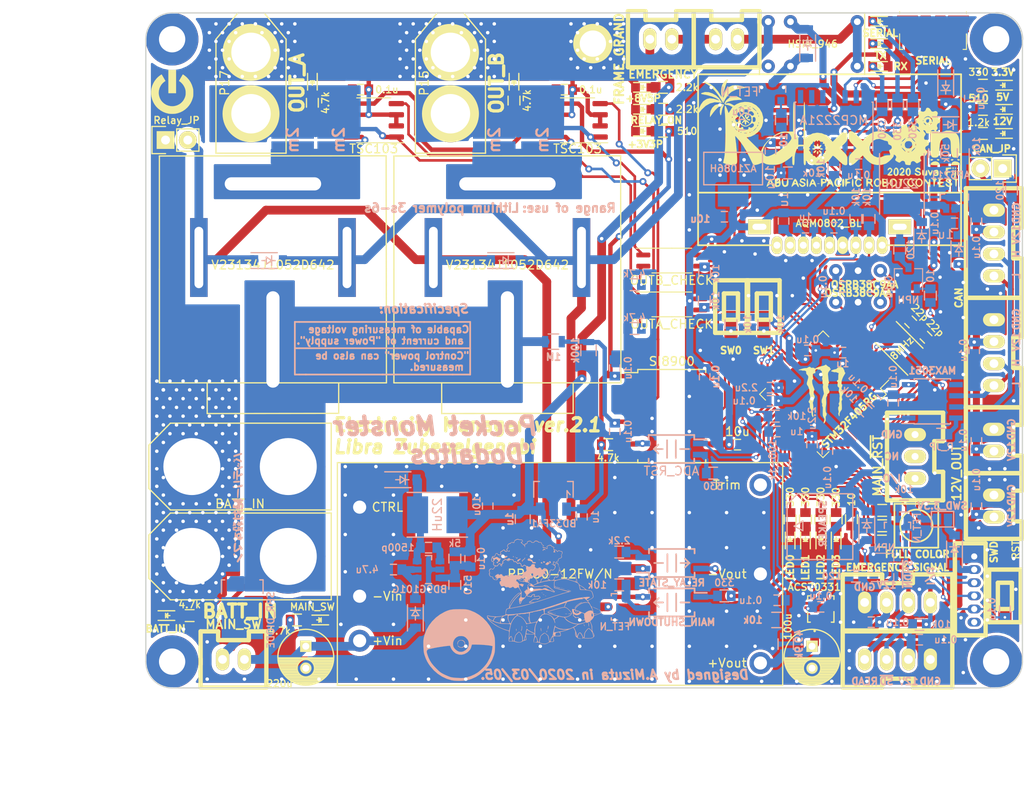
<source format=kicad_pcb>
(kicad_pcb (version 20171130) (host pcbnew "(5.1.5)-3")
  (layers (0 F.Cu signal) (31 B.Cu signal) (34 B.Paste user) (35 F.Paste user) (36 B.SilkS user) (37 F.SilkS user) (38 B.Mask user) (39 F.Mask user) (44 Edge.Cuts user))
  (net 0 "")
  (net 1 GND)
  (net 2 /OSC_IN)
  (net 3 +12V)
  (net 4 +3.3V)
  (net 5 /OSC_OUT)
  (net 6 "Net-(C11-Pad1)")
  (net 7 "Net-(C13-Pad1)")
  (net 8 +5V)
  (net 9 "Net-(C20-Pad2)")
  (net 10 "Net-(C21-Pad2)")
  (net 11 "Net-(C21-Pad1)")
  (net 12 3V3)
  (net 13 GNDPWR)
  (net 14 "Net-(C23-Pad1)")
  (net 15 "Net-(C23-Pad2)")
  (net 16 "Net-(C31-Pad1)")
  (net 17 /24V)
  (net 18 /ADC12_IN4)
  (net 19 "Net-(C35-Pad1)")
  (net 20 /Voltage)
  (net 21 /ADC12_IN5)
  (net 22 /ADC12_IN6)
  (net 23 "Net-(D1-Pad2)")
  (net 24 "Net-(D1-Pad1)")
  (net 25 "Net-(D2-Pad1)")
  (net 26 "Net-(D3-Pad1)")
  (net 27 "Net-(D4-Pad1)")
  (net 28 "Net-(D5-Pad1)")
  (net 29 "Net-(D6-Pad1)")
  (net 30 "Net-(D7-Pad1)")
  (net 31 "Net-(D8-Pad1)")
  (net 32 "Net-(D9-Pad1)")
  (net 33 +BATT)
  (net 34 "Net-(D10-Pad3)")
  (net 35 "Net-(D13-Pad1)")
  (net 36 "Net-(D14-Pad1)")
  (net 37 "Net-(D15-Pad1)")
  (net 38 "Net-(D16-Pad1)")
  (net 39 "Net-(D17-Pad1)")
  (net 40 "Net-(D18-Pad1)")
  (net 41 "Net-(D19-Pad1)")
  (net 42 "Net-(D20-Pad1)")
  (net 43 /Relay_Out)
  (net 44 "Net-(JP3-Pad1)")
  (net 45 /CAN_L)
  (net 46 /SWDIO)
  (net 47 /SWCLK)
  (net 48 /CAN_H)
  (net 49 /Relay_state)
  (net 50 /Fource_shutdown)
  (net 51 /USART1_TX)
  (net 52 /USART1_RX)
  (net 53 "Net-(P10-Pad2)")
  (net 54 /Coil)
  (net 55 "Net-(IC2-Pad3)")
  (net 56 "Net-(Q2-Pad1)")
  (net 57 "Net-(Q3-Pad1)")
  (net 58 "Net-(Q3-Pad3)")
  (net 59 "Net-(R8-Pad1)")
  (net 60 /PC0)
  (net 61 "Net-(IC3-Pad2)")
  (net 62 "Net-(R12-Pad1)")
  (net 63 /PC1)
  (net 64 "Net-(IC2-Pad1)")
  (net 65 /PC3)
  (net 66 /PC4)
  (net 67 /PC5)
  (net 68 /TIM1_CH1)
  (net 69 /TIM1_CH2)
  (net 70 /TIM1_CH3)
  (net 71 /TIM1_CH4)
  (net 72 "Net-(IC4-Pad2)")
  (net 73 /I2C2_SCL)
  (net 74 /I2C2_SDA)
  (net 75 "Net-(IC4-Pad4)")
  (net 76 /FB)
  (net 77 "Net-(R47-Pad2)")
  (net 78 /CAN1_TX)
  (net 79 /CAN1_RX)
  (net 80 "Net-(U1-Pad5)")
  (net 81 "Net-(U2-Pad3)")
  (net 82 /PC2)
  (net 83 /USART2_TX)
  (net 84 /USART2_RX)
  (net 85 "Net-(U2-Pad45)")
  (net 86 "Net-(U2-Pad51)")
  (net 87 "Net-(U2-Pad52)")
  (net 88 "Net-(U2-Pad53)")
  (net 89 "Net-(U2-Pad54)")
  (net 90 "Net-(U2-Pad55)")
  (net 91 "Net-(U2-Pad56)")
  (net 92 "Net-(U4-Pad1)")
  (net 93 "Net-(U6-Pad6)")
  (net 94 "Net-(U6-Pad11)")
  (net 95 "Net-(U6-Pad14)")
  (net 96 "Net-(U6-Pad15)")
  (net 97 "Net-(U9-Pad4)")
  (net 98 "Net-(P1-Pad6)")
  (net 99 "Net-(C25-Pad1)")
  (net 100 /ADC12_IN7)
  (net 101 /PC15)
  (net 102 "Net-(P11-Pad2)")
  (net 103 "Net-(R44-Pad2)")
  (net 104 /PB15)
  (net 105 /PB14)
  (net 106 /PB13)
  (net 107 /PB12)
  (net 108 "Net-(D25-Pad1)")
  (net 109 "Net-(Q7-Pad1)")
  (net 110 "Net-(U19-Pad8)")
  (net 111 "Net-(D26-Pad2)")
  (net 112 "Net-(D27-Pad2)")
  (net 113 "Net-(D28-Pad2)")
  (net 114 "Net-(D29-Pad1)")
  (net 115 "Net-(R59-Pad2)")
  (net 116 "Net-(U19-Pad9)")
  (net 117 "Net-(U19-Pad10)")
  (net 118 /D-)
  (net 119 /D+)
  (net 120 "Net-(U22-Pad3)")
  (net 121 "Net-(J1-Pad6)")
  (net 122 "Net-(J1-Pad4)")
  (net 123 "Net-(R19-Pad2)")
  (net 124 "Net-(R51-Pad2)")
  (net 125 "Net-(R58-Pad2)")
  (net 126 "Net-(C36-Pad1)")
  (net 127 "Net-(C36-Pad2)")
  (net 128 /PC13)
  (net 129 "Net-(R29-Pad2)")
  (net 130 "Net-(Q2-Pad3)")
  (net 131 "Net-(R1-Pad2)")
  (net 132 "Net-(R5-Pad2)")
  (net 133 /PC6)
  (net 134 /PC7)
  (net 135 /PC8)
  (net 136 /PC9)
  (net 137 /ADC12_IN9)
  (net 138 /ADC12_IN8)
  (net 139 "Net-(R21-Pad2)")
  (net 140 "Net-(C30-Pad1)")
  (net 141 /~RST)
  (net 142 OUT_A)
  (net 143 OUT_B)
  (net 144 "Net-(R50-Pad2)")
  (net 145 /OUTB_Current)
  (net 146 /OUTA_Current)
  (net 147 /CoilReadPin_PA15)
  (net 148 "Net-(U2-Pad28)")
  (net 149 /PA1)
  (net 150 /PA0)
  (net 151 +8V)
  (net 152 /To_CurrentA)
  (net 153 /To_CurrentB)
  (net 154 /MAIN_~RST)
  (net 155 "Net-(P8-Pad2)")
  (module Mizz_lib:WSHP2818 (layer B.Cu) (at 70 112.5 90)
    (fp_text reference R56 hide)
    (fp_text value 2m (at 0 0 90) (layer B.SilkS) (effects (font (size 1.27 1.27) (thickness 0.254)) (justify mirror)))
    (pad 2 smd rect (at 2.1 0 90) (size 3.9 4.85) (layers B.Cu B.Paste B.Mask) (net 142 OUT_A))
    (pad 1 smd rect (at -2.1 0 90) (size 3.9 4.85) (layers B.Cu B.Paste B.Mask) (net 152 /To_CurrentA))
  )
  (module Mizz_lib:WSHP2818 (layer B.Cu) (at 64.75 112.5 90)
    (fp_text reference R55 hide)
    (fp_text value 2m (at 0 0 90) (layer B.SilkS) (effects (font (size 1.27 1.27) (thickness 0.254)) (justify mirror)))
    (pad 1 smd rect (at -2.1 0 90) (size 3.9 4.85) (layers B.Cu B.Paste B.Mask) (net 152 /To_CurrentA))
    (pad 2 smd rect (at 2.1 0 90) (size 3.9 4.85) (layers B.Cu B.Paste B.Mask) (net 142 OUT_A))
  )
  (module Mizz_lib:SOIJ-4_5.3x5.3mm_Pitch1.27mm (layer B.Cu) (at 107.96 147.75 180)
    (fp_text reference IC4 hide)
    (fp_text value ADC_RST (at 0 -2.5) (layer B.SilkS) (effects (justify mirror)))
    (pad 4 smd rect (at 3.3 0.635 180) (size 1.7 0.65) (layers B.Cu B.Paste B.Mask) (net 75 "Net-(IC4-Pad4)"))
    (pad 3 smd rect (at 3.3 -0.635 180) (size 1.7 0.65) (layers B.Cu B.Paste B.Mask) (net 13 GNDPWR))
    (pad 2 smd rect (at -3.3 -0.635 180) (size 1.7 0.65) (layers B.Cu B.Paste B.Mask) (net 72 "Net-(IC4-Pad2)"))
    (pad 1 smd rect (at -3.3 0.635 180) (size 1.7 0.65) (layers B.Cu B.Paste B.Mask) (net 104 /PB15))
  )
  (module Mizz_lib:OSRB38C9AA (layer F.Cu) (at 129.25 127.4 180)
    (fp_text reference U21 hide)
    (fp_text value OSRB38C9AA (at 0 -2.54) (layer F.SilkS) (effects (font (size 0.8 0.8) (thickness 0.2))))
    (pad 1 thru_hole circle (at -2.54 0 180) (size 1.524 1.524) (drill 0.762) (layers *.Cu *.Mask) (net 60 /PC0))
    (pad 2 thru_hole circle (at 0 0 180) (size 1.524 1.524) (drill 0.762) (layers *.Cu *.Mask) (net 1 GND))
    (pad 3 thru_hole circle (at 2.54 0 180) (size 1.524 1.524) (drill 0.762) (layers *.Cu *.Mask) (net 8 +5V))
  )
  (module Mizz_lib:C_0603 (layer F.Cu) (at 135.25 133.25 315)
    (fp_text reference C5 hide)
    (fp_text value 22p (at 0 -1.5 315) (layer F.SilkS) (effects (font (size 0.8 0.8))))
    (pad 1 smd rect (at -0.949999 0 315) (size 1 1.2) (layers F.Cu F.Paste F.Mask) (net 5 /OSC_OUT))
    (pad 2 smd rect (at 0.93 0 315) (size 1 1.2) (layers F.Cu F.Paste F.Mask) (net 1 GND))
  )
  (module Mizz_lib:Crystal_SMD_5032_2Pads (layer F.Cu) (at 134.25 136.25 135)
    (fp_text reference X1 hide)
    (fp_text value 8MHz (at 0 0 -135) (layer F.SilkS) (effects (font (size 0.8 0.8))))
    (pad 2 smd rect (at 2.05 0 135) (size 2 2.4) (layers F.Cu F.Paste F.Mask) (net 5 /OSC_OUT))
    (pad 1 smd rect (at -2.05 0 135) (size 2 2.4) (layers F.Cu F.Paste F.Mask) (net 2 /OSC_IN))
  )
  (module Mizz_lib:C_0603 (layer B.Cu) (at 124 147.25 270)
    (fp_text reference C13 hide)
    (fp_text value 2.2u (at -3 0 270) (layer B.SilkS) (effects (font (size 0.8 0.8)) (justify mirror)))
    (pad 2 smd rect (at 0.93 0 270) (size 1 1.2) (layers B.Cu B.Paste B.Mask) (net 1 GND))
    (pad 1 smd rect (at -0.949999 0 270) (size 1 1.2) (layers B.Cu B.Paste B.Mask) (net 7 "Net-(C13-Pad1)"))
  )
  (module Mizz_lib:R_0603 (layer F.Cu) (at 132 156.5)
    (fp_text reference R5 hide)
    (fp_text value 330)
    (pad 1 smd rect (at -0.78 0) (size 1 1.2) (layers F.Cu F.Paste F.Mask) (net 70 /TIM1_CH3))
    (pad 2 smd rect (at 0.78 0) (size 1 1.2) (layers F.Cu F.Paste F.Mask) (net 132 "Net-(R5-Pad2)"))
  )
  (module Mizz_lib:R_0603 (layer F.Cu) (at 131.97 158.25)
    (fp_text reference R21 hide)
    (fp_text value 330)
    (pad 2 smd rect (at 0.78 0) (size 1 1.2) (layers F.Cu F.Paste F.Mask) (net 139 "Net-(R21-Pad2)"))
    (pad 1 smd rect (at -0.78 0) (size 1 1.2) (layers F.Cu F.Paste F.Mask) (net 69 /TIM1_CH2))
  )
  (module Mizz_lib:R_0603 (layer F.Cu) (at 132 154.75)
    (fp_text reference R1 hide)
    (fp_text value 330)
    (pad 2 smd rect (at 0.78 0) (size 1 1.2) (layers F.Cu F.Paste F.Mask) (net 131 "Net-(R1-Pad2)"))
    (pad 1 smd rect (at -0.78 0) (size 1 1.2) (layers F.Cu F.Paste F.Mask) (net 71 /TIM1_CH4))
  )
  (module Mizz_lib:C_0603 (layer B.Cu) (at 133.25 142.5 270)
    (fp_text reference C4 hide)
    (fp_text value 0.1u (at -3 0 270) (layer B.SilkS) (effects (font (size 0.8 0.8)) (justify mirror)))
    (pad 1 smd rect (at -0.95 0 270) (size 1 1.2) (layers B.Cu B.Paste B.Mask) (net 4 +3.3V))
    (pad 2 smd rect (at 0.93 0 270) (size 1 1.2) (layers B.Cu B.Paste B.Mask) (net 1 GND))
  )
  (module Mizz_lib:C_0603 (layer B.Cu) (at 119.25 140.75 180)
    (fp_text reference C11 hide)
    (fp_text value 2.2u (at 2.75 0 180) (layer B.SilkS) (effects (font (size 0.8 0.8)) (justify mirror)))
    (pad 1 smd rect (at -0.949999 0 180) (size 1 1.2) (layers B.Cu B.Paste B.Mask) (net 6 "Net-(C11-Pad1)"))
    (pad 2 smd rect (at 0.93 0 180) (size 1 1.2) (layers B.Cu B.Paste B.Mask) (net 1 GND))
  )
  (module Mizz_lib:Inductor_Taiyo-Yuden_NR-50xx_HandSoldering (layer B.Cu) (at 134.25 117.5 90)
    (fp_text reference L1 hide)
    (fp_text value 22uH (at 0 0) (layer B.SilkS) (effects (justify mirror)))
    (pad 2 smd rect (at 2.25 0 90) (size 2.4 4.2) (layers B.Cu B.Paste B.Mask) (net 35 "Net-(D13-Pad1)"))
    (pad 1 smd rect (at -2.25 0 90) (size 2.4 4.2) (layers B.Cu B.Paste B.Mask) (net 14 "Net-(C23-Pad1)"))
  )
  (module Mizz_lib:C_0603 (layer B.Cu) (at 126.5 122.5)
    (fp_text reference C19 hide)
    (fp_text value 0.1u (at 0 -1.9) (layer B.SilkS) (effects (font (size 0.8 0.8)) (justify mirror)))
    (pad 1 smd rect (at -0.95 0) (size 1 1.2) (layers B.Cu B.Paste B.Mask) (net 4 +3.3V))
    (pad 2 smd rect (at 0.93 0) (size 1 1.2) (layers B.Cu B.Paste B.Mask) (net 1 GND))
  )
  (module Mizz_lib:SOD-123 (layer B.Cu) (at 140.75 125 90)
    (fp_text reference D12 hide)
    (fp_text value DIODE hide)
    (pad 1 smd rect (at -1.635 0 90) (size 0.91 1.22) (layers B.Cu B.Paste B.Mask) (net 3 +12V))
    (pad 2 smd rect (at 1.635 0 90) (size 0.91 1.22) (layers B.Cu B.Paste B.Mask) (net 99 "Net-(C25-Pad1)"))
  )
  (module Mizz_lib:R_0603 (layer B.Cu) (at 120.5 110.25 90)
    (fp_text reference R48 hide)
    (fp_text value 10 (at -2.25 0.25 90) (layer B.SilkS) (effects (font (size 0.8 0.8) (thickness 0.2)) (justify mirror)))
    (pad 1 smd rect (at -0.78 0 90) (size 1 1.2) (layers B.Cu B.Paste B.Mask) (net 82 /PC2))
    (pad 2 smd rect (at 0.78 0 90) (size 1 1.2) (layers B.Cu B.Paste B.Mask) (net 109 "Net-(Q7-Pad1)"))
  )
  (module Mizz_lib:LED_0603 (layer F.Cu) (at 123.25 158.03 90)
    (fp_text reference D6 hide)
    (fp_text value LED1 (at -3.22 0 90) (layer F.SilkS) (effects (font (size 0.8 0.8) (thickness 0.2))))
    (pad 2 smd rect (at -0.88 0 270) (size 1 1.2) (layers F.Cu F.Paste F.Mask) (net 1 GND))
    (pad 1 smd rect (at 0.88 0 270) (size 1 1.2) (layers F.Cu F.Paste F.Mask) (net 29 "Net-(D6-Pad1)"))
  )
  (module Mizz_lib:C_0603 (layer B.Cu) (at 119.25 142.25)
    (fp_text reference C9 hide)
    (fp_text value 0.1u (at -3 0) (layer B.SilkS) (effects (font (size 0.8 0.8)) (justify mirror)))
    (pad 2 smd rect (at 0.93 0) (size 1 1.2) (layers B.Cu B.Paste B.Mask) (net 4 +3.3V))
    (pad 1 smd rect (at -0.95 0) (size 1 1.2) (layers B.Cu B.Paste B.Mask) (net 1 GND))
  )
  (module Mizz_lib:UGCT7525AN4 (layer B.Cu) (at 125.25 156.25 180)
    (fp_text reference SP1 hide)
    (fp_text value SPEAKER (at 0 0 270) (layer B.SilkS) (effects (font (size 0.8 0.8) (thickness 0.2)) (justify mirror)))
    (pad 3 smd rect (at 3.6 -3.6 180) (size 2.3 2.3) (layers B.Cu B.Paste B.Mask))
    (pad 2 smd rect (at -3 -3.6 180) (size 2.3 2.3) (layers B.Cu B.Paste B.Mask) (net 32 "Net-(D9-Pad1)"))
    (pad 1 smd rect (at -3 3 180) (size 2.3 2.3) (layers B.Cu B.Paste B.Mask) (net 4 +3.3V))
  )
  (module Mizz_lib:C_0603 (layer B.Cu) (at 111.75 139.5 270)
    (fp_text reference C27 hide)
    (fp_text value 0.1u (at 0 -1.25 270) (layer B.SilkS) (effects (font (size 0.8 0.8) (thickness 0.2)) (justify mirror)))
    (pad 2 smd rect (at 0.93 0 270) (size 1 1.2) (layers B.Cu B.Paste B.Mask) (net 1 GND))
    (pad 1 smd rect (at -0.95 0 270) (size 1 1.2) (layers B.Cu B.Paste B.Mask) (net 4 +3.3V))
  )
  (module Mizz_lib:C_0603 (layer B.Cu) (at 120 165 180)
    (fp_text reference C44 hide)
    (fp_text value 0.1u (at 3 0 180) (layer B.SilkS) (effects (font (size 0.8 0.8)) (justify mirror)))
    (pad 1 smd rect (at -0.95 0 180) (size 1 1.2) (layers B.Cu B.Paste B.Mask) (net 138 /ADC12_IN8))
    (pad 2 smd rect (at 0.93 0 180) (size 1 1.2) (layers B.Cu B.Paste B.Mask) (net 1 GND))
  )
  (module Mizz_lib:SOT-23 (layer B.Cu) (at 119.5 107 180)
    (fp_text reference Q7 hide)
    (fp_text value FET_N (at 3.75 0 180) (layer B.SilkS) (effects (justify mirror)))
    (pad 1 smd rect (at -0.95 -1.00076 180) (size 0.8001 0.8001) (layers B.Cu B.Paste B.Mask) (net 109 "Net-(Q7-Pad1)"))
    (pad 2 smd rect (at 0.95 -1.00076 180) (size 0.8001 0.8001) (layers B.Cu B.Paste B.Mask) (net 1 GND))
    (pad 3 smd rect (at 0 0.99822 180) (size 0.8001 0.8001) (layers B.Cu B.Paste B.Mask) (net 108 "Net-(D25-Pad1)"))
  )
  (module Mizz_lib:R_0603 (layer B.Cu) (at 146.75 118.25 90)
    (fp_text reference R6 hide)
    (fp_text value 120 (at 0 -1.3 90) (layer B.SilkS) (effects (font (size 0.8 0.8)) (justify mirror)))
    (pad 2 smd rect (at 0.78 0 90) (size 1 1.2) (layers B.Cu B.Paste B.Mask) (net 44 "Net-(JP3-Pad1)"))
    (pad 1 smd rect (at -0.78 0 90) (size 1 1.2) (layers B.Cu B.Paste B.Mask) (net 48 /CAN_H))
  )
  (module RP_KiCAD_Connector:XT60_F (layer F.Cu) (at 82.75 106 270)
    (fp_text reference P15 (at 0 3 270) (layer F.SilkS))
    (fp_text value OUT_B (at 0 -5.25 270) (layer F.SilkS) (effects (font (size 1.5 1.5) (thickness 0.375))))
    (pad 1 thru_hole circle (at -3.5 0 270) (size 6.5 6.5) (drill 4.5) (layers *.Cu *.Mask F.SilkS) (net 13 GNDPWR))
    (pad 2 thru_hole circle (at 3.5 0 270) (size 6.5 6.5) (drill 4.5) (layers *.Cu *.Mask F.SilkS) (net 143 OUT_B))
  )
  (module RP_KiCAD_Connector:XT60_M (layer F.Cu) (at 60 106 270)
    (fp_text reference P17 (at 0 3 270) (layer F.SilkS))
    (fp_text value OUT_A (at 0 -5.25 270) (layer F.SilkS) (effects (font (size 1.5 1.5) (thickness 0.375))))
    (pad 2 thru_hole circle (at 3.5 0 270) (size 6.5 6.5) (drill 4.5) (layers *.Cu *.Mask F.SilkS) (net 142 OUT_A))
    (pad 1 thru_hole circle (at -3.5 0 270) (size 6.5 6.5) (drill 4.5) (layers *.Cu *.Mask F.SilkS) (net 13 GNDPWR))
  )
  (module Mizz_lib:GS2 (layer B.Cu) (at 138.885 155.75 90)
    (fp_text reference JP2 hide)
    (fp_text value SWD_3.3V (at 1.524 0) (layer B.SilkS) (effects (font (size 0.8 0.8) (thickness 0.2)) (justify mirror)))
    (pad 2 smd rect (at 0 -0.635 90) (size 1.27 0.9652) (layers B.Cu B.Paste B.Mask) (net 4 +3.3V))
    (pad 1 smd rect (at 0 0.635 90) (size 1.27 0.9652) (layers B.Cu B.Paste B.Mask) (net 23 "Net-(D1-Pad2)"))
  )
  (module Mizz_lib:C_0603 (layer B.Cu) (at 131.25 142.25 135)
    (fp_text reference C12 hide)
    (fp_text value 0.1u (at 2.828427 0 135) (layer B.SilkS) (effects (font (size 0.8 0.8)) (justify mirror)))
    (pad 1 smd rect (at -0.949999 0 135) (size 1 1.2) (layers B.Cu B.Paste B.Mask) (net 1 GND))
    (pad 2 smd rect (at 0.93 0 135) (size 1 1.2) (layers B.Cu B.Paste B.Mask) (net 4 +3.3V))
  )
  (module Mizz_lib:C_0603 (layer B.Cu) (at 120.75 121.75 270)
    (fp_text reference C20 hide)
    (fp_text value 1u (at -2.5 0 270) (layer B.SilkS) (effects (justify mirror)))
    (pad 2 smd rect (at 0.93 0 270) (size 1 1.2) (layers B.Cu B.Paste B.Mask) (net 9 "Net-(C20-Pad2)"))
    (pad 1 smd rect (at -0.95 0 270) (size 1 1.2) (layers B.Cu B.Paste B.Mask) (net 4 +3.3V))
  )
  (module Mizz_lib:C_0603 (layer B.Cu) (at 138 119 90)
    (fp_text reference C23 hide)
    (fp_text value 0.1u (at -3 0 90) (layer B.SilkS) (effects (font (size 0.8 0.8)) (justify mirror)))
    (pad 1 smd rect (at -0.95 0 90) (size 1 1.2) (layers B.Cu B.Paste B.Mask) (net 14 "Net-(C23-Pad1)"))
    (pad 2 smd rect (at 0.93 0 90) (size 1 1.2) (layers B.Cu B.Paste B.Mask) (net 15 "Net-(C23-Pad2)"))
  )
  (module Mizz_lib:C_0603 (layer B.Cu) (at 119.25 113.75 270)
    (fp_text reference C24 hide)
    (fp_text value 10u (at 3 0 270) (layer B.SilkS) (effects (justify mirror)))
    (pad 1 smd rect (at -0.95 0 270) (size 1 1.2) (layers B.Cu B.Paste B.Mask) (net 8 +5V))
    (pad 2 smd rect (at 0.93 0 270) (size 1 1.2) (layers B.Cu B.Paste B.Mask) (net 1 GND))
  )
  (module Mizz_lib:C_0603 (layer B.Cu) (at 140.25 122 180)
    (fp_text reference C25 hide)
    (fp_text value 1u (at 1 -1.25 180) (layer B.SilkS) (effects (justify mirror)))
    (pad 2 smd rect (at 0.93 0 180) (size 1 1.2) (layers B.Cu B.Paste B.Mask) (net 1 GND))
    (pad 1 smd rect (at -0.95 0 180) (size 1 1.2) (layers B.Cu B.Paste B.Mask) (net 99 "Net-(C25-Pad1)"))
  )
  (module Mizz_lib:C_0603 (layer B.Cu) (at 114 121.25 180)
    (fp_text reference C26 hide)
    (fp_text value 10u (at 2.75 -0.25 180) (layer B.SilkS) (effects (font (size 0.8 0.8) (thickness 0.2)) (justify mirror)))
    (pad 1 smd rect (at -0.95 0 180) (size 1 1.2) (layers B.Cu B.Paste B.Mask) (net 4 +3.3V))
    (pad 2 smd rect (at 0.93 0 180) (size 1 1.2) (layers B.Cu B.Paste B.Mask) (net 1 GND))
  )
  (module Mizz_lib:C_0603 (layer F.Cu) (at 115.5 147.25)
    (fp_text reference C28 hide)
    (fp_text value 10u (at 0 -1.5) (layer F.SilkS))
    (pad 2 smd rect (at 0.93 0) (size 1 1.2) (layers F.Cu F.Paste F.Mask) (net 1 GND))
    (pad 1 smd rect (at -0.95 0) (size 1 1.2) (layers F.Cu F.Paste F.Mask) (net 4 +3.3V))
  )
  (module Capacitors_ThroughHole:C_Radial_D6.3_L11.2_P2.5 (layer F.Cu) (at 66.25 170.25 270)
    (fp_text reference C32 hide)
    (fp_text value 220u (at 4.25 3) (layer F.SilkS) (effects (font (size 0.8 0.8))))
    (pad 2 thru_hole circle (at 2.5 0 270) (size 1.3 1.3) (drill 0.8) (layers *.Cu *.Mask F.SilkS) (net 13 GNDPWR))
    (pad 1 thru_hole rect (at 0 0 270) (size 1.3 1.3) (drill 0.8) (layers *.Cu *.Mask F.SilkS) (net 17 /24V))
  )
  (module Capacitors_ThroughHole:C_Radial_D6.3_L11.2_P2.5 (layer F.Cu) (at 124 170.25 270)
    (fp_text reference C35 hide)
    (fp_text value 100u (at -2.25 2.75 90) (layer F.SilkS) (effects (font (size 0.8 0.8))))
    (pad 1 thru_hole rect (at 0 0 270) (size 1.3 1.3) (drill 0.8) (layers *.Cu *.Mask F.SilkS) (net 19 "Net-(C35-Pad1)"))
    (pad 2 thru_hole circle (at 2.5 0 270) (size 1.3 1.3) (drill 0.8) (layers *.Cu *.Mask F.SilkS) (net 1 GND))
  )
  (module Mizz_lib:SOD-123 (layer B.Cu) (at 140.25 159.25 90)
    (fp_text reference D1 hide)
    (fp_text value DIODE hide)
    (pad 2 smd rect (at 1.635 0 90) (size 0.91 1.22) (layers B.Cu B.Paste B.Mask) (net 23 "Net-(D1-Pad2)"))
    (pad 1 smd rect (at -1.635 0 90) (size 0.91 1.22) (layers B.Cu B.Paste B.Mask) (net 24 "Net-(D1-Pad1)"))
  )
  (module Mizz_lib:SOD-123 (layer B.Cu) (at 130.25 156.5 90)
    (fp_text reference D9 hide)
    (fp_text value DIODE hide)
    (pad 1 smd rect (at -1.635 0 90) (size 0.91 1.22) (layers B.Cu B.Paste B.Mask) (net 32 "Net-(D9-Pad1)"))
    (pad 2 smd rect (at 1.635 0 90) (size 0.91 1.22) (layers B.Cu B.Paste B.Mask) (net 4 +3.3V))
  )
  (module Mizz_lib:SOD-123 (layer B.Cu) (at 136.5 123.5 90)
    (fp_text reference D11 hide)
    (fp_text value DIODE hide)
    (pad 2 smd rect (at 1.635 0 90) (size 0.91 1.22) (layers B.Cu B.Paste B.Mask) (net 14 "Net-(C23-Pad1)"))
    (pad 1 smd rect (at -1.635 0 90) (size 0.91 1.22) (layers B.Cu B.Paste B.Mask) (net 1 GND))
  )
  (module Mizz_lib:SOD-123 (layer B.Cu) (at 139.75 110.75)
    (fp_text reference D13 hide)
    (fp_text value DIODE hide)
    (pad 2 smd rect (at 1.635 0) (size 0.91 1.22) (layers B.Cu B.Paste B.Mask) (net 8 +5V))
    (pad 1 smd rect (at -1.635 0) (size 0.91 1.22) (layers B.Cu B.Paste B.Mask) (net 35 "Net-(D13-Pad1)"))
  )
  (module Mizz_lib:SOD-123 (layer B.Cu) (at 78.75 166.5 90)
    (fp_text reference D21 hide)
    (fp_text value DIODE hide)
    (pad 1 smd rect (at -1.635 0 90) (size 0.91 1.22) (layers B.Cu B.Paste B.Mask) (net 17 /24V))
    (pad 2 smd rect (at 1.635 0 90) (size 0.91 1.22) (layers B.Cu B.Paste B.Mask) (net 16 "Net-(C31-Pad1)"))
  )
  (module Mizz_lib:Pin_Header_Straight_1x02 (layer F.Cu) (at 145.75 115.75 270)
    (fp_text reference JP3 hide)
    (fp_text value CAN_JP (at -2.25 1.25) (layer F.SilkS) (effects (font (size 0.8 0.8) (thickness 0.2))))
    (pad 1 thru_hole rect (at 0 0 270) (size 2.032 2.032) (drill 1.016) (layers *.Cu *.Mask F.SilkS) (net 44 "Net-(JP3-Pad1)"))
    (pad 2 thru_hole oval (at 0 2.54 270) (size 2.032 2.032) (drill 1.016) (layers *.Cu *.Mask F.SilkS) (net 45 /CAN_L))
  )
  (module Mizz_lib:XA_4T (layer F.Cu) (at 144.75 128 90)
    (fp_text reference P3 hide)
    (fp_text value CAN)
    (pad 4 thru_hole oval (at 0 0 90) (size 1.5 2.5) (drill 1) (layers *.Cu *.Mask F.SilkS) (net 45 /CAN_L))
    (pad 3 thru_hole oval (at 2.5 0 90) (size 1.5 2.5) (drill 1) (layers *.Cu *.Mask F.SilkS) (net 48 /CAN_H))
    (pad 2 thru_hole oval (at 5 0 90) (size 1.5 2.5) (drill 1) (layers *.Cu *.Mask F.SilkS) (net 3 +12V))
    (pad 1 thru_hole oval (at 7.5 0 90) (size 1.5 2.5) (drill 1) (layers *.Cu *.Mask F.SilkS) (net 1 GND))
  )
  (module Mizz_lib:XA_2T (layer F.Cu) (at 59.25 171.75 180)
    (fp_text reference P9 hide)
    (fp_text value MAIN_SW (at 1.25 4 180) (layer F.SilkS) (effects (font (thickness 0.2))))
    (pad 2 thru_hole oval (at 0 0 180) (size 1.5 2.5) (drill 1) (layers *.Cu *.Mask F.SilkS) (net 17 /24V))
    (pad 1 thru_hole oval (at 2.5 0 180) (size 1.5 2.5) (drill 1) (layers *.Cu *.Mask F.SilkS) (net 34 "Net-(D10-Pad3)"))
  )
  (module Mizz_lib:XT90PB (layer F.Cu) (at 58.75 160 180)
    (fp_text reference P13 hide)
    (fp_text value BATT_IN (at 0 -6.25 180) (layer F.SilkS) (effects (font (size 1.5 1.5) (thickness 0.375))))
    (pad 1 thru_hole circle (at 5.5 0 180) (size 8.5 8.5) (drill 6.5) (layers *.Cu *.Mask) (net 13 GNDPWR))
    (pad 2 thru_hole circle (at -5.5 0 180) (size 8.5 8.5) (drill 6.5) (layers *.Cu *.Mask) (net 33 +BATT))
  )
  (module Mizz_lib:XT90PB (layer F.Cu) (at 58.75 149.75 180)
    (fp_text reference P16 hide)
    (fp_text value BATT_IN (at 0 -4.25 180) (layer F.SilkS))
    (pad 2 thru_hole circle (at -5.5 0 180) (size 8.5 8.5) (drill 6.5) (layers *.Cu *.Mask) (net 33 +BATT))
    (pad 1 thru_hole circle (at 5.5 0 180) (size 8.5 8.5) (drill 6.5) (layers *.Cu *.Mask) (net 13 GNDPWR))
  )
  (module Mizz_lib:SW_SPST_CK_RS282G05A3 (layer F.Cu) (at 146 164.5 270)
    (fp_text reference SW1 hide)
    (fp_text value RST (at -5.25 -1.25 270) (layer F.SilkS) (effects (font (size 0.8 0.8))))
    (pad 2 smd rect (at -2.8 0 270) (size 2.6 1.5) (layers F.Cu F.Paste F.Mask) (net 1 GND))
    (pad 1 smd rect (at 2.8 0 270) (size 2.6 1.5) (layers F.Cu F.Paste F.Mask) (net 141 /~RST))
  )
  (module Mizz_lib:TSOT-6-MK06A (layer B.Cu) (at 140.25 119)
    (fp_text reference U5 hide)
    (fp_text value AP3211 (at -0.5 -2.5) (layer B.SilkS) (effects (font (size 0.8 0.8)) (justify mirror)))
    (pad 6 smd rect (at -0.94996 1.30048) (size 0.69088 1.00076) (layers B.Cu B.Paste B.Mask) (net 14 "Net-(C23-Pad1)"))
    (pad 5 smd rect (at 0 1.30048) (size 0.69088 1.00076) (layers B.Cu B.Paste B.Mask) (net 99 "Net-(C25-Pad1)"))
    (pad 4 smd rect (at 0.94996 1.30048) (size 0.69088 1.00076) (layers B.Cu B.Paste B.Mask) (net 99 "Net-(C25-Pad1)"))
    (pad 3 smd rect (at 0.94996 -1.30048) (size 0.69088 1.00076) (layers B.Cu B.Paste B.Mask) (net 76 /FB))
    (pad 2 smd rect (at 0 -1.30048) (size 0.69088 1.00076) (layers B.Cu B.Paste B.Mask) (net 1 GND))
    (pad 1 smd rect (at -0.94996 -1.30048) (size 0.69088 1.00076) (layers B.Cu B.Paste B.Mask) (net 15 "Net-(C23-Pad2)"))
  )
  (module Mizz_lib:AZ1086H (layer B.Cu) (at 115 115.75)
    (fp_text reference U7 hide)
    (fp_text value AZ1086H (at 0 0) (layer B.SilkS) (effects (font (size 0.8 0.8)) (justify mirror)))
    (pad 2 smd rect (at 0 -2.9) (size 1.2 2) (layers B.Cu B.Paste B.Mask) (net 4 +3.3V))
    (pad 1 smd rect (at -2.3 -2.9) (size 1.2 2) (layers B.Cu B.Paste B.Mask) (net 1 GND))
    (pad 3 smd rect (at 2.3 -2.9) (size 1.2 2) (layers B.Cu B.Paste B.Mask) (net 8 +5V))
    (pad 2 smd rect (at 0 3.1) (size 3.5 2.5) (layers B.Cu B.Paste B.Mask) (net 4 +3.3V))
  )
  (module Mizz_lib:V23134J1052D642 (layer F.Cu) (at 62.5 127.25)
    (fp_text reference U8 hide)
    (fp_text value V23134J1052D642 (at 0 -0.5) (layer F.SilkS))
    (pad 30 thru_hole rect (at 0 8) (size 3 13) (drill oval 1.5 11) (layers *.Cu *.Mask) (net 33 +BATT))
    (pad 86 thru_hole rect (at -8.45 -1.35) (size 2 9) (drill oval 1 7) (layers *.Cu *.Mask) (net 43 /Relay_Out))
    (pad 85 thru_hole rect (at 8.45 -1.35) (size 2 9) (drill oval 1 7) (layers *.Cu *.Mask) (net 54 /Coil))
    (pad 87 thru_hole rect (at 0 -9.75 90) (size 3 13) (drill oval 1.5 11) (layers *.Cu *.Mask) (net 152 /To_CurrentA))
  )
  (module Mizz_lib:V23134J1052D642 (layer F.Cu) (at 89.25 127.25)
    (fp_text reference U12 hide)
    (fp_text value V23134J1052D642 (at 0 -0.5) (layer F.SilkS))
    (pad 87 thru_hole rect (at 0 -9.75 90) (size 3 13) (drill oval 1.5 11) (layers *.Cu *.Mask) (net 153 /To_CurrentB))
    (pad 85 thru_hole rect (at 8.45 -1.35) (size 2 9) (drill oval 1 7) (layers *.Cu *.Mask) (net 54 /Coil))
    (pad 86 thru_hole rect (at -8.45 -1.35) (size 2 9) (drill oval 1 7) (layers *.Cu *.Mask) (net 43 /Relay_Out))
    (pad 30 thru_hole rect (at 0 8) (size 3 13) (drill oval 1.5 11) (layers *.Cu *.Mask) (net 33 +BATT))
  )
  (module Mizz_lib:SOIJ-4_5.3x5.3mm_Pitch1.27mm (layer B.Cu) (at 108 165.25 180)
    (fp_text reference IC2 hide)
    (fp_text value MAIN_SHUTDOWN (at 0 -2.25 180) (layer B.SilkS) (effects (font (size 0.8 0.8) (thickness 0.2)) (justify mirror)))
    (pad 1 smd rect (at -3.3 0.635 180) (size 1.7 0.65) (layers B.Cu B.Paste B.Mask) (net 64 "Net-(IC2-Pad1)"))
    (pad 2 smd rect (at -3.3 -0.635 180) (size 1.7 0.65) (layers B.Cu B.Paste B.Mask) (net 1 GND))
    (pad 3 smd rect (at 3.3 -0.635 180) (size 1.7 0.65) (layers B.Cu B.Paste B.Mask) (net 55 "Net-(IC2-Pad3)"))
    (pad 4 smd rect (at 3.3 0.635 180) (size 1.7 0.65) (layers B.Cu B.Paste B.Mask) (net 151 +8V))
  )
  (module Mizz_lib:SOIJ-4_5.3x5.3mm_Pitch1.27mm (layer B.Cu) (at 108 160.75)
    (fp_text reference IC3 hide)
    (fp_text value RELAY_STATE (at 0 2.25) (layer B.SilkS) (effects (font (size 0.8 0.8) (thickness 0.2)) (justify mirror)))
    (pad 4 smd rect (at 3.3 0.635) (size 1.7 0.65) (layers B.Cu B.Paste B.Mask) (net 49 /Relay_state))
    (pad 3 smd rect (at 3.3 -0.635) (size 1.7 0.65) (layers B.Cu B.Paste B.Mask) (net 1 GND))
    (pad 2 smd rect (at -3.3 -0.635) (size 1.7 0.65) (layers B.Cu B.Paste B.Mask) (net 61 "Net-(IC3-Pad2)"))
    (pad 1 smd rect (at -3.3 0.635) (size 1.7 0.65) (layers B.Cu B.Paste B.Mask) (net 54 /Coil))
  )
  (module Mizz_lib:ZH_6T (layer F.Cu) (at 142.5 160 270)
    (fp_text reference P1 hide)
    (fp_text value SWD (at -0.5 -2.25 270) (layer F.SilkS) (effects (font (size 0.8 0.8) (thickness 0.2))))
    (pad 1 thru_hole oval (at 0 0 270) (size 1 1.524) (drill 0.7) (layers *.Cu *.Mask) (net 1 GND))
    (pad 2 thru_hole oval (at 1.5 0 270) (size 1 1.524) (drill 0.7) (layers *.Cu *.Mask) (net 24 "Net-(D1-Pad1)"))
    (pad 3 thru_hole oval (at 3 0 270) (size 1 1.524) (drill 0.7) (layers *.Cu *.Mask) (net 47 /SWCLK))
    (pad 4 thru_hole oval (at 4.5 0 270) (size 1 1.524) (drill 0.7) (layers *.Cu *.Mask) (net 46 /SWDIO))
    (pad 5 thru_hole oval (at 6 0 270) (size 1 1.524) (drill 0.7) (layers *.Cu *.Mask) (net 141 /~RST))
    (pad 6 thru_hole oval (at 7.5 0 270) (size 1 1.524) (drill 0.7) (layers *.Cu *.Mask) (net 98 "Net-(P1-Pad6)"))
  )
  (module Mizz_lib:C_0603 (layer F.Cu) (at 137 135 135)
    (fp_text reference C1 hide)
    (fp_text value 22p (at 0 1.5 135) (layer F.SilkS) (effects (font (size 0.8 0.8))))
    (pad 1 smd rect (at -0.949999 0 135) (size 1 1.2) (layers F.Cu F.Paste F.Mask) (net 2 /OSC_IN))
    (pad 2 smd rect (at 0.93 0 135) (size 1 1.2) (layers F.Cu F.Paste F.Mask) (net 1 GND))
  )
  (module Mizz_lib:C_0603 (layer B.Cu) (at 142.5 136.5 270)
    (fp_text reference C2 hide)
    (fp_text value 0.1u (at 0 1.25 270) (layer B.SilkS) (effects (font (size 0.8 0.8)) (justify mirror)))
    (pad 1 smd rect (at -0.95 0 270) (size 1 1.2) (layers B.Cu B.Paste B.Mask) (net 3 +12V))
    (pad 2 smd rect (at 0.93 0 270) (size 1 1.2) (layers B.Cu B.Paste B.Mask) (net 1 GND))
  )
  (module Mizz_lib:C_0603 (layer B.Cu) (at 146 166 90)
    (fp_text reference C3 hide)
    (fp_text value 0.1u (at 0 -1.5 90) (layer B.SilkS) (effects (font (size 0.8 0.8)) (justify mirror)))
    (pad 1 smd rect (at -0.95 0 90) (size 1 1.2) (layers B.Cu B.Paste B.Mask) (net 141 /~RST))
    (pad 2 smd rect (at 0.93 0 90) (size 1 1.2) (layers B.Cu B.Paste B.Mask) (net 1 GND))
  )
  (module Mizz_lib:C_0603 (layer B.Cu) (at 142.75 121.75 90)
    (fp_text reference C6 hide)
    (fp_text value 0.1u (at -3 0 90) (layer B.SilkS) (effects (font (size 0.8 0.8)) (justify mirror)))
    (pad 2 smd rect (at 0.93 0 90) (size 1 1.2) (layers B.Cu B.Paste B.Mask) (net 1 GND))
    (pad 1 smd rect (at -0.95 0 90) (size 1 1.2) (layers B.Cu B.Paste B.Mask) (net 3 +12V))
  )
  (module Mizz_lib:C_0603 (layer B.Cu) (at 136.25 169.5)
    (fp_text reference C7 hide)
    (fp_text value 0.1u (at 3 0) (layer B.SilkS) (effects (font (size 0.8 0.8)) (justify mirror)))
    (pad 2 smd rect (at 0.93 0) (size 1 1.2) (layers B.Cu B.Paste B.Mask) (net 1 GND))
    (pad 1 smd rect (at -0.95 0) (size 1 1.2) (layers B.Cu B.Paste B.Mask) (net 3 +12V))
  )
  (module Mizz_lib:C_0603 (layer B.Cu) (at 123.5 136.5)
    (fp_text reference C8 hide)
    (fp_text value 0.1u (at 0 -1.25) (layer B.SilkS) (effects (font (size 0.8 0.8)) (justify mirror)))
    (pad 1 smd rect (at -0.95 0) (size 1 1.2) (layers B.Cu B.Paste B.Mask) (net 1 GND))
    (pad 2 smd rect (at 0.93 0) (size 1 1.2) (layers B.Cu B.Paste B.Mask) (net 4 +3.3V))
  )
  (module Mizz_lib:C_0603 (layer B.Cu) (at 125.75 148 90)
    (fp_text reference C10 hide)
    (fp_text value 0.1u (at -3 0 90) (layer B.SilkS) (effects (font (size 0.8 0.8)) (justify mirror)))
    (pad 2 smd rect (at 0.93 0 90) (size 1 1.2) (layers B.Cu B.Paste B.Mask) (net 4 +3.3V))
    (pad 1 smd rect (at -0.95 0 90) (size 1 1.2) (layers B.Cu B.Paste B.Mask) (net 1 GND))
  )
  (module Mizz_lib:C_0603 (layer B.Cu) (at 130.75 167.5 180)
    (fp_text reference C14 hide)
    (fp_text value 0.1u (at -3 0 180) (layer B.SilkS) (effects (font (size 0.8 0.8)) (justify mirror)))
    (pad 2 smd rect (at 0.93 0 180) (size 1 1.2) (layers B.Cu B.Paste B.Mask) (net 1 GND))
    (pad 1 smd rect (at -0.95 0 180) (size 1 1.2) (layers B.Cu B.Paste B.Mask) (net 3 +12V))
  )
  (module Mizz_lib:C_0603 (layer B.Cu) (at 127.5 136.75 180)
    (fp_text reference C15 hide)
    (fp_text value 1u (at 0 -1.25 180) (layer B.SilkS) (effects (font (size 0.8 0.8)) (justify mirror)))
    (pad 2 smd rect (at 0.93 0 180) (size 1 1.2) (layers B.Cu B.Paste B.Mask) (net 4 +3.3V))
    (pad 1 smd rect (at -0.95 0 180) (size 1 1.2) (layers B.Cu B.Paste B.Mask) (net 1 GND))
  )
  (module Mizz_lib:C_0603 (layer B.Cu) (at 142.75 154.25 90)
    (fp_text reference C16 hide)
    (fp_text value 0.1u (at 3 0 90) (layer B.SilkS) (effects (font (size 0.8 0.8)) (justify mirror)))
    (pad 2 smd rect (at 0.93 0 90) (size 1 1.2) (layers B.Cu B.Paste B.Mask) (net 1 GND))
    (pad 1 smd rect (at -0.95 0 90) (size 1 1.2) (layers B.Cu B.Paste B.Mask) (net 3 +12V))
  )
  (module Mizz_lib:C_0603 (layer B.Cu) (at 142.75 146.8 90)
    (fp_text reference C17 hide)
    (fp_text value 0.1u (at 0.05 -1.5 90) (layer B.SilkS) (effects (font (size 0.8 0.8)) (justify mirror)))
    (pad 1 smd rect (at -0.95 0 90) (size 1 1.2) (layers B.Cu B.Paste B.Mask) (net 3 +12V))
    (pad 2 smd rect (at 0.93 0 90) (size 1 1.2) (layers B.Cu B.Paste B.Mask) (net 1 GND))
  )
  (module Mizz_lib:C_0603 (layer B.Cu) (at 129.32 115.25)
    (fp_text reference C18 hide)
    (fp_text value 0.1u (at 0 1.25) (layer B.SilkS) (effects (font (size 0.8 0.8)) (justify mirror)))
    (pad 1 smd rect (at -0.95 0) (size 1 1.2) (layers B.Cu B.Paste B.Mask) (net 1 GND))
    (pad 2 smd rect (at 0.93 0) (size 1 1.2) (layers B.Cu B.Paste B.Mask) (net 4 +3.3V))
  )
  (module Mizz_lib:C_0603 (layer B.Cu) (at 123.25 122.5 180)
    (fp_text reference C21 hide)
    (fp_text value 1u (at 0 1.25 180) (layer B.SilkS) (effects (font (size 0.8 0.8)) (justify mirror)))
    (pad 2 smd rect (at 0.93 0 180) (size 1 1.2) (layers B.Cu B.Paste B.Mask) (net 10 "Net-(C21-Pad2)"))
    (pad 1 smd rect (at -0.95 0 180) (size 1 1.2) (layers B.Cu B.Paste B.Mask) (net 11 "Net-(C21-Pad1)"))
  )
  (module Mizz_lib:C_0603 (layer B.Cu) (at 142 107.75 90)
    (fp_text reference C29 hide)
    (fp_text value 0.1u (at 0 1.25 90) (layer B.SilkS) (effects (font (size 0.8 0.8)) (justify mirror)))
    (pad 2 smd rect (at 0.93 0 90) (size 1 1.2) (layers B.Cu B.Paste B.Mask) (net 1 GND))
    (pad 1 smd rect (at -0.95 0 90) (size 1 1.2) (layers B.Cu B.Paste B.Mask) (net 8 +5V))
  )
  (module Mizz_lib:C_0603 (layer B.Cu) (at 85 160.25 90)
    (fp_text reference C30 hide)
    (fp_text value 0.1u (at 0 1.25 90) (layer B.SilkS) (effects (font (size 0.8 0.8)) (justify mirror)))
    (pad 2 smd rect (at 0.93 0 90) (size 1 1.2) (layers B.Cu B.Paste B.Mask) (net 151 +8V))
    (pad 1 smd rect (at -0.95 0 90) (size 1 1.2) (layers B.Cu B.Paste B.Mask) (net 140 "Net-(C30-Pad1)"))
  )
  (module Mizz_lib:C_0603 (layer B.Cu) (at 76.25 161.5 180)
    (fp_text reference C31 hide)
    (fp_text value 4.7u (at 3 0 180) (layer B.SilkS) (effects (font (size 0.8 0.8)) (justify mirror)))
    (pad 2 smd rect (at 0.93 0 180) (size 1 1.2) (layers B.Cu B.Paste B.Mask) (net 13 GNDPWR))
    (pad 1 smd rect (at -0.95 0 180) (size 1 1.2) (layers B.Cu B.Paste B.Mask) (net 16 "Net-(C31-Pad1)"))
  )
  (module Mizz_lib:C_0603 (layer B.Cu) (at 101.5 145.75 270)
    (fp_text reference C38 hide)
    (fp_text value 0.1u (at 0 -1.5 270) (layer B.SilkS) (effects (font (size 0.8 0.8)) (justify mirror)))
    (pad 1 smd rect (at -0.95 0 270) (size 1 1.2) (layers B.Cu B.Paste B.Mask) (net 20 /Voltage))
    (pad 2 smd rect (at 0.93 0 270) (size 1 1.2) (layers B.Cu B.Paste B.Mask) (net 13 GNDPWR))
  )
  (module Mizz_lib:C_0603 (layer B.Cu) (at 125 165.75)
    (fp_text reference C41 hide)
    (fp_text value 0.1u (at 0 -1.25) (layer B.SilkS) (effects (font (size 0.8 0.8)) (justify mirror)))
    (pad 2 smd rect (at 0.93 0) (size 1 1.2) (layers B.Cu B.Paste B.Mask) (net 1 GND))
    (pad 1 smd rect (at -0.95 0) (size 1 1.2) (layers B.Cu B.Paste B.Mask) (net 4 +3.3V))
  )
  (module Mizz_lib:C_0603 (layer B.Cu) (at 120 145.75)
    (fp_text reference C42 hide)
    (fp_text value 1u (at 2.25 0) (layer B.SilkS) (effects (font (size 0.8 0.8)) (justify mirror)))
    (pad 1 smd rect (at -0.95 0) (size 1 1.2) (layers B.Cu B.Paste B.Mask) (net 137 /ADC12_IN9))
    (pad 2 smd rect (at 0.93 0) (size 1 1.2) (layers B.Cu B.Paste B.Mask) (net 1 GND))
  )
  (module Mizz_lib:C_0603 (layer B.Cu) (at 97.75 155.5 90)
    (fp_text reference C43 hide)
    (fp_text value 1u (at 0 1.5 90) (layer B.SilkS) (effects (font (size 0.8 0.8)) (justify mirror)))
    (pad 1 smd rect (at -0.95 0 90) (size 1 1.2) (layers B.Cu B.Paste B.Mask) (net 13 GNDPWR))
    (pad 2 smd rect (at 0.93 0 90) (size 1 1.2) (layers B.Cu B.Paste B.Mask) (net 12 3V3))
  )
  (module Mizz_lib:LED_0603 (layer F.Cu) (at 145.75 111.75 180)
    (fp_text reference D2 hide)
    (fp_text value 12V (at 0 1.4 180) (layer F.SilkS) (effects (font (size 0.8 0.8) (thickness 0.2))))
    (pad 1 smd rect (at 0.88 0) (size 1 1.2) (layers F.Cu F.Paste F.Mask) (net 25 "Net-(D2-Pad1)"))
    (pad 2 smd rect (at -0.88 0) (size 1 1.2) (layers F.Cu F.Paste F.Mask) (net 1 GND))
  )
  (module Mizz_lib:LED_0603 (layer F.Cu) (at 145.75 109 180)
    (fp_text reference D3 hide)
    (fp_text value 5V (at 0 1.4 180) (layer F.SilkS) (effects (font (size 0.8 0.8) (thickness 0.2))))
    (pad 2 smd rect (at -0.88 0) (size 1 1.2) (layers F.Cu F.Paste F.Mask) (net 1 GND))
    (pad 1 smd rect (at 0.88 0) (size 1 1.2) (layers F.Cu F.Paste F.Mask) (net 26 "Net-(D3-Pad1)"))
  )
  (module Mizz_lib:LED_0603 (layer F.Cu) (at 145.75 106.25 180)
    (fp_text reference D4 hide)
    (fp_text value 3.3V (at 0 1.5 180) (layer F.SilkS) (effects (font (size 0.8 0.8) (thickness 0.2))))
    (pad 1 smd rect (at 0.88 0) (size 1 1.2) (layers F.Cu F.Paste F.Mask) (net 27 "Net-(D4-Pad1)"))
    (pad 2 smd rect (at -0.88 0) (size 1 1.2) (layers F.Cu F.Paste F.Mask) (net 1 GND))
  )
  (module Mizz_lib:LED_0603 (layer F.Cu) (at 121.5 158.03 90)
    (fp_text reference D5 hide)
    (fp_text value LED0 (at -3.22 0 90) (layer F.SilkS) (effects (font (size 0.8 0.8) (thickness 0.2))))
    (pad 1 smd rect (at 0.88 0 270) (size 1 1.2) (layers F.Cu F.Paste F.Mask) (net 28 "Net-(D5-Pad1)"))
    (pad 2 smd rect (at -0.88 0 270) (size 1 1.2) (layers F.Cu F.Paste F.Mask) (net 1 GND))
  )
  (module Mizz_lib:LED_0603 (layer F.Cu) (at 125 158.03 90)
    (fp_text reference D7 hide)
    (fp_text value LED2 (at -3.22 0 90) (layer F.SilkS) (effects (font (size 0.8 0.8) (thickness 0.2))))
    (pad 1 smd rect (at 0.88 0 270) (size 1 1.2) (layers F.Cu F.Paste F.Mask) (net 30 "Net-(D7-Pad1)"))
    (pad 2 smd rect (at -0.88 0 270) (size 1 1.2) (layers F.Cu F.Paste F.Mask) (net 1 GND))
  )
  (module Mizz_lib:LED_0603 (layer F.Cu) (at 126.75 158.03 90)
    (fp_text reference D8 hide)
    (fp_text value LED3 (at -3.22 0 90) (layer F.SilkS) (effects (font (size 0.8 0.8) (thickness 0.2))))
    (pad 2 smd rect (at -0.88 0 270) (size 1 1.2) (layers F.Cu F.Paste F.Mask) (net 1 GND))
    (pad 1 smd rect (at 0.88 0 270) (size 1 1.2) (layers F.Cu F.Paste F.Mask) (net 31 "Net-(D8-Pad1)"))
  )
  (module TO_SOT_Packages_SMD:TO-277A (layer B.Cu) (at 59 166)
    (fp_text reference D10 hide)
    (fp_text value SBR_DIODE (at 3.25 1.25 90) (layer B.SilkS) (effects (font (size 0.8 0.8)) (justify mirror)))
    (pad 1 smd rect (at 1.04 -2.765) (size 1.4 1.27) (layers B.Cu B.Paste B.Mask) (net 33 +BATT))
    (pad 3 smd rect (at 0 1.04) (size 4.72 4.8) (layers B.Cu B.Paste B.Mask) (net 34 "Net-(D10-Pad3)"))
    (pad 2 smd rect (at -1.04 -2.765) (size 1.4 1.27) (layers B.Cu B.Paste B.Mask) (net 33 +BATT))
  )
  (module Mizz_lib:LED_0603 (layer F.Cu) (at 50.5 166.75)
    (fp_text reference D14 hide)
    (fp_text value BATT_IN (at -0.25 1.5) (layer F.SilkS) (effects (font (size 0.8 0.8) (thickness 0.2))))
    (pad 1 smd rect (at 0.88 0 180) (size 1 1.2) (layers F.Cu F.Paste F.Mask) (net 36 "Net-(D14-Pad1)"))
    (pad 2 smd rect (at -0.88 0 180) (size 1 1.2) (layers F.Cu F.Paste F.Mask) (net 13 GNDPWR))
  )
  (module Mizz_lib:LED_0603 (layer F.Cu) (at 67.75 167.25 180)
    (fp_text reference D15 hide)
    (fp_text value MAIN_SW (at 0.75 1.5 180) (layer F.SilkS) (effects (font (size 0.8 0.8))))
    (pad 1 smd rect (at 0.88 0) (size 1 1.2) (layers F.Cu F.Paste F.Mask) (net 37 "Net-(D15-Pad1)"))
    (pad 2 smd rect (at -0.88 0) (size 1 1.2) (layers F.Cu F.Paste F.Mask) (net 13 GNDPWR))
  )
  (module Mizz_lib:LED_0603 (layer F.Cu) (at 67 106 270)
    (fp_text reference D16 hide)
    (fp_text value POWER_OUT)
    (pad 2 smd rect (at -0.88 0 90) (size 1 1.2) (layers F.Cu F.Paste F.Mask) (net 13 GNDPWR))
    (pad 1 smd rect (at 0.88 0 90) (size 1 1.2) (layers F.Cu F.Paste F.Mask) (net 38 "Net-(D16-Pad1)"))
  )
  (module Mizz_lib:LED_0603 (layer F.Cu) (at 90 106 270)
    (fp_text reference D17 hide)
    (fp_text value FUN_OUT)
    (pad 1 smd rect (at 0.88 0 90) (size 1 1.2) (layers F.Cu F.Paste F.Mask) (net 39 "Net-(D17-Pad1)"))
    (pad 2 smd rect (at -0.88 0 90) (size 1 1.2) (layers F.Cu F.Paste F.Mask) (net 13 GNDPWR))
  )
  (module Mizz_lib:LED_0603 (layer F.Cu) (at 104.74 108.99)
    (fp_text reference D18 hide)
    (fp_text value RELAY_ON (at 1.5 1.25) (layer F.SilkS) (effects (font (size 0.8 0.8) (thickness 0.2))))
    (pad 2 smd rect (at -0.88 0 180) (size 1 1.2) (layers F.Cu F.Paste F.Mask) (net 13 GNDPWR))
    (pad 1 smd rect (at 0.88 0 180) (size 1 1.2) (layers F.Cu F.Paste F.Mask) (net 40 "Net-(D18-Pad1)"))
  )
  (module Mizz_lib:LED_0603 (layer F.Cu) (at 104.74 106.49)
    (fp_text reference D19 hide)
    (fp_text value +8V5P (at 0 1.25) (layer F.SilkS) (effects (font (size 0.8 0.8) (thickness 0.2))))
    (pad 2 smd rect (at -0.88 0 180) (size 1 1.2) (layers F.Cu F.Paste F.Mask) (net 13 GNDPWR))
    (pad 1 smd rect (at 0.88 0 180) (size 1 1.2) (layers F.Cu F.Paste F.Mask) (net 41 "Net-(D19-Pad1)"))
  )
  (module Mizz_lib:LED_0603 (layer F.Cu) (at 104.74 111.49)
    (fp_text reference D20 hide)
    (fp_text value +3V3P (at 0.25 1.5) (layer F.SilkS) (effects (font (size 0.8 0.8) (thickness 0.2))))
    (pad 2 smd rect (at -0.88 0 180) (size 1 1.2) (layers F.Cu F.Paste F.Mask) (net 13 GNDPWR))
    (pad 1 smd rect (at 0.88 0 180) (size 1 1.2) (layers F.Cu F.Paste F.Mask) (net 42 "Net-(D20-Pad1)"))
  )
  (module Mizz_lib:Pin_Header_Straight_1x02 (layer F.Cu) (at 50.25 112.5 90)
    (fp_text reference JP1 hide)
    (fp_text value Relay_JP (at 2.25 1.25 -180) (layer F.SilkS) (effects (font (size 0.8 0.8))))
    (pad 1 thru_hole rect (at 0 0 90) (size 2.032 2.032) (drill 1.016) (layers *.Cu *.Mask F.SilkS) (net 13 GNDPWR))
    (pad 2 thru_hole oval (at 0 2.54 90) (size 2.032 2.032) (drill 1.016) (layers *.Cu *.Mask F.SilkS) (net 43 /Relay_Out))
  )
  (module Mizz_lib:Inductor_Taiyo-Yuden_NR-50xx_HandSoldering (layer B.Cu) (at 81.25 155.25)
    (fp_text reference L2 hide)
    (fp_text value 22uH (at 0 0 -90) (layer B.SilkS) (effects (justify mirror)))
    (pad 1 smd rect (at -2.25 0) (size 2.4 4.2) (layers B.Cu B.Paste B.Mask) (net 127 "Net-(C36-Pad2)"))
    (pad 2 smd rect (at 2.25 0) (size 2.4 4.2) (layers B.Cu B.Paste B.Mask) (net 151 +8V))
  )
  (module Mizz_lib:XA_4T (layer F.Cu) (at 137.5 165.25 180)
    (fp_text reference P5 hide)
    (fp_text value EMERGENCY_SIGNAL (at 3.75 4 180) (layer F.SilkS) (effects (font (size 0.8 0.8) (thickness 0.2))))
    (pad 4 thru_hole oval (at 0 0 180) (size 1.5 2.5) (drill 1) (layers *.Cu *.Mask F.SilkS) (net 49 /Relay_state))
    (pad 3 thru_hole oval (at 2.5 0 180) (size 1.5 2.5) (drill 1) (layers *.Cu *.Mask F.SilkS) (net 50 /Fource_shutdown))
    (pad 2 thru_hole oval (at 5 0 180) (size 1.5 2.5) (drill 1) (layers *.Cu *.Mask F.SilkS) (net 3 +12V))
    (pad 1 thru_hole oval (at 7.5 0 180) (size 1.5 2.5) (drill 1) (layers *.Cu *.Mask F.SilkS) (net 1 GND))
  )
  (module Mizz_lib:XA_2T (layer F.Cu) (at 144.75 155.5 90)
    (fp_text reference P6 hide)
    (fp_text value 12V_OUT (at 5 -4.25 90) (layer F.SilkS) (effects (font (thickness 0.2))))
    (pad 1 thru_hole oval (at 2.5 0 90) (size 1.5 2.5) (drill 1) (layers *.Cu *.Mask F.SilkS) (net 1 GND))
    (pad 2 thru_hole oval (at 0 0 90) (size 1.5 2.5) (drill 1) (layers *.Cu *.Mask F.SilkS) (net 3 +12V))
  )
  (module Mizz_lib:XA_2T (layer F.Cu) (at 144.75 148 90)
    (fp_text reference P7 hide)
    (fp_text value 12V_OUT hide)
    (pad 2 thru_hole oval (at 0 0 90) (size 1.5 2.5) (drill 1) (layers *.Cu *.Mask F.SilkS) (net 3 +12V))
    (pad 1 thru_hole oval (at 2.5 0 90) (size 1.5 2.5) (drill 1) (layers *.Cu *.Mask F.SilkS) (net 1 GND))
  )
  (module Mizz_lib:XA_2T (layer F.Cu) (at 108 101 180)
    (fp_text reference P10 hide)
    (fp_text value EMERGENCY hide)
    (pad 2 thru_hole oval (at 0 0 180) (size 1.5 2.5) (drill 1) (layers *.Cu *.Mask F.SilkS) (net 53 "Net-(P10-Pad2)"))
    (pad 1 thru_hole oval (at 2.5 0 180) (size 1.5 2.5) (drill 1) (layers *.Cu *.Mask F.SilkS) (net 151 +8V))
  )
  (module Mizz_lib:XA_2T (layer F.Cu) (at 115.5 101 180)
    (fp_text reference P11 hide)
    (fp_text value EMERGENCY (at 8.5 -4) (layer F.SilkS) (effects (font (size 0.9 0.9) (thickness 0.2))))
    (pad 1 thru_hole oval (at 2.5 0 180) (size 1.5 2.5) (drill 1) (layers *.Cu *.Mask F.SilkS) (net 53 "Net-(P10-Pad2)"))
    (pad 2 thru_hole oval (at 0 0 180) (size 1.5 2.5) (drill 1) (layers *.Cu *.Mask F.SilkS) (net 102 "Net-(P11-Pad2)"))
  )
  (module Mizz_lib:SolderWirePad_single_3mmDrill (layer F.Cu) (at 99 101.5 90)
    (fp_text reference P12 hide)
    (fp_text value FRAME_GRAND (at -1.75 3 90) (layer F.SilkS) (effects (font (thickness 0.25))))
    (pad 1 thru_hole circle (at 0 0 90) (size 4.50088 4.50088) (drill 3) (layers *.Cu *.Mask F.SilkS) (net 13 GNDPWR))
  )
  (module Mizz_lib:SOT-23 (layer B.Cu) (at 101.75 165.75 270)
    (fp_text reference Q1 hide)
    (fp_text value FET_N (at 2.25 0.25) (layer B.SilkS) (effects (font (size 0.8 0.8)) (justify mirror)))
    (pad 1 smd rect (at -0.95 -1.00076 270) (size 0.8001 0.8001) (layers B.Cu B.Paste B.Mask) (net 55 "Net-(IC2-Pad3)"))
    (pad 2 smd rect (at 0.95 -1.00076 270) (size 0.8001 0.8001) (layers B.Cu B.Paste B.Mask) (net 13 GNDPWR))
    (pad 3 smd rect (at 0 0.99822 270) (size 0.8001 0.8001) (layers B.Cu B.Paste B.Mask) (net 43 /Relay_Out))
  )
  (module Mizz_lib:R_0603 (layer F.Cu) (at 143.5 111.75 180)
    (fp_text reference R2 hide)
    (fp_text value 1.2k (at 0.5 1.25 180) (layer F.SilkS) (effects (font (size 0.8 0.8))))
    (pad 2 smd rect (at 0.78 0 180) (size 1 1.2) (layers F.Cu F.Paste F.Mask) (net 3 +12V))
    (pad 1 smd rect (at -0.78 0 180) (size 1 1.2) (layers F.Cu F.Paste F.Mask) (net 25 "Net-(D2-Pad1)"))
  )
  (module Mizz_lib:R_0603 (layer F.Cu) (at 143.5 109 180)
    (fp_text reference R3 hide)
    (fp_text value 510 (at 0.5 1.25 180) (layer F.SilkS) (effects (font (size 0.8 0.8) (thickness 0.2))))
    (pad 1 smd rect (at -0.78 0 180) (size 1 1.2) (layers F.Cu F.Paste F.Mask) (net 26 "Net-(D3-Pad1)"))
    (pad 2 smd rect (at 0.78 0 180) (size 1 1.2) (layers F.Cu F.Paste F.Mask) (net 8 +5V))
  )
  (module Mizz_lib:R_0603 (layer F.Cu) (at 143.5 106.25 180)
    (fp_text reference R4 hide)
    (fp_text value 330 (at 0.5 1.5 180) (layer F.SilkS) (effects (font (size 0.8 0.8))))
    (pad 2 smd rect (at 0.78 0 180) (size 1 1.2) (layers F.Cu F.Paste F.Mask) (net 4 +3.3V))
    (pad 1 smd rect (at -0.78 0 180) (size 1 1.2) (layers F.Cu F.Paste F.Mask) (net 27 "Net-(D4-Pad1)"))
  )
  (module Mizz_lib:R_0603 (layer B.Cu) (at 102 163.25)
    (fp_text reference R7 hide)
    (fp_text value 10k (at -2.5 0) (layer B.SilkS) (effects (font (size 0.8 0.8)) (justify mirror)))
    (pad 1 smd rect (at -0.78 0) (size 1 1.2) (layers B.Cu B.Paste B.Mask) (net 13 GNDPWR))
    (pad 2 smd rect (at 0.78 0) (size 1 1.2) (layers B.Cu B.Paste B.Mask) (net 55 "Net-(IC2-Pad3)"))
  )
  (module Mizz_lib:R_0603 (layer B.Cu) (at 130 143.25 315)
    (fp_text reference R8 hide)
    (fp_text value 10k (at -2.474874 0 315) (layer B.SilkS) (effects (font (size 0.8 0.8)) (justify mirror)))
    (pad 2 smd rect (at 0.78 0 315) (size 1 1.2) (layers B.Cu B.Paste B.Mask) (net 1 GND))
    (pad 1 smd rect (at -0.78 0 315) (size 1 1.2) (layers B.Cu B.Paste B.Mask) (net 59 "Net-(R8-Pad1)"))
  )
  (module Mizz_lib:R_0603 (layer F.Cu) (at 121.5 155.78 270)
    (fp_text reference R10 hide)
    (fp_text value 330 (at -2.58 0 270) (layer F.SilkS) (effects (font (size 0.8 0.8))))
    (pad 2 smd rect (at 0.78 0 270) (size 1 1.2) (layers F.Cu F.Paste F.Mask) (net 28 "Net-(D5-Pad1)"))
    (pad 1 smd rect (at -0.78 0 270) (size 1 1.2) (layers F.Cu F.Paste F.Mask) (net 133 /PC6))
  )
  (module Mizz_lib:R_0603 (layer B.Cu) (at 102 159.5)
    (fp_text reference R11 hide)
    (fp_text value 2.2k (at 0 -1.3) (layer B.SilkS) (effects (font (size 0.8 0.8)) (justify mirror)))
    (pad 1 smd rect (at -0.78 0) (size 1 1.2) (layers B.Cu B.Paste B.Mask) (net 13 GNDPWR))
    (pad 2 smd rect (at 0.78 0) (size 1 1.2) (layers B.Cu B.Paste B.Mask) (net 61 "Net-(IC3-Pad2)"))
  )
  (module Mizz_lib:R_0603 (layer B.Cu) (at 138.72 146.06 180)
    (fp_text reference R12 hide)
    (fp_text value R_JP (at -0.03 -1.44) (layer B.SilkS) (effects (font (size 0.8 0.8)) (justify mirror)))
    (pad 2 smd rect (at 0.78 0 180) (size 1 1.2) (layers B.Cu B.Paste B.Mask) (net 1 GND))
    (pad 1 smd rect (at -0.78 0 180) (size 1 1.2) (layers B.Cu B.Paste B.Mask) (net 62 "Net-(R12-Pad1)"))
  )
  (module Mizz_lib:R_0603 (layer F.Cu) (at 123.25 155.78 270)
    (fp_text reference R13 hide)
    (fp_text value 330 (at -2.58 0 270) (layer F.SilkS) (effects (font (size 0.8 0.8))))
    (pad 1 smd rect (at -0.78 0 270) (size 1 1.2) (layers F.Cu F.Paste F.Mask) (net 134 /PC7))
    (pad 2 smd rect (at 0.78 0 270) (size 1 1.2) (layers F.Cu F.Paste F.Mask) (net 29 "Net-(D6-Pad1)"))
  )
  (module Mizz_lib:R_0603 (layer F.Cu) (at 125 155.78 270)
    (fp_text reference R14 hide)
    (fp_text value 330 (at -2.58 0 270) (layer F.SilkS) (effects (font (size 0.8 0.8))))
    (pad 2 smd rect (at 0.78 0 270) (size 1 1.2) (layers F.Cu F.Paste F.Mask) (net 30 "Net-(D7-Pad1)"))
    (pad 1 smd rect (at -0.78 0 270) (size 1 1.2) (layers F.Cu F.Paste F.Mask) (net 135 /PC8))
  )
  (module Mizz_lib:R_0603 (layer B.Cu) (at 114 164.5)
    (fp_text reference R15 hide)
    (fp_text value 330 (at 0 -1.5) (layer B.SilkS) (effects (font (size 0.8 0.8)) (justify mirror)))
    (pad 2 smd rect (at 0.78 0) (size 1 1.2) (layers B.Cu B.Paste B.Mask) (net 50 /Fource_shutdown))
    (pad 1 smd rect (at -0.78 0) (size 1 1.2) (layers B.Cu B.Paste B.Mask) (net 64 "Net-(IC2-Pad1)"))
  )
  (module Mizz_lib:R_0603 (layer F.Cu) (at 126.75 155.78 270)
    (fp_text reference R16 hide)
    (fp_text value 330 (at -2.53 0 270) (layer F.SilkS) (effects (font (size 0.8 0.8))))
    (pad 1 smd rect (at -0.78 0 270) (size 1 1.2) (layers F.Cu F.Paste F.Mask) (net 136 /PC9))
    (pad 2 smd rect (at 0.78 0 270) (size 1 1.2) (layers F.Cu F.Paste F.Mask) (net 31 "Net-(D8-Pad1)"))
  )
  (module Mizz_lib:R_0603 (layer B.Cu) (at 136.25 167.75 180)
    (fp_text reference R17 hide)
    (fp_text value 10k (at -2.5 0 180) (layer B.SilkS) (effects (font (size 0.8 0.8)) (justify mirror)))
    (pad 2 smd rect (at 0.78 0 180) (size 1 1.2) (layers B.Cu B.Paste B.Mask) (net 3 +12V))
    (pad 1 smd rect (at -0.78 0 180) (size 1 1.2) (layers B.Cu B.Paste B.Mask) (net 49 /Relay_state))
  )
  (module Mizz_lib:R_0603 (layer F.Cu) (at 128.5 155.75 90)
    (fp_text reference R20 hide)
    (fp_text value 10 (at 2.25 0 90) (layer F.SilkS) (effects (font (size 0.8 0.8))))
    (pad 1 smd rect (at -0.78 0 90) (size 1 1.2) (layers F.Cu F.Paste F.Mask) (net 56 "Net-(Q2-Pad1)"))
    (pad 2 smd rect (at 0.78 0 90) (size 1 1.2) (layers F.Cu F.Paste F.Mask) (net 68 /TIM1_CH1))
  )
  (module Mizz_lib:R_0603 (layer B.Cu) (at 129 162.25 180)
    (fp_text reference R24 hide)
    (fp_text value 120 (at 2.75 0 180) (layer B.SilkS) (effects (font (size 0.8 0.8)) (justify mirror)))
    (pad 1 smd rect (at -0.78 0 180) (size 1 1.2) (layers B.Cu B.Paste B.Mask) (net 130 "Net-(Q2-Pad3)"))
    (pad 2 smd rect (at 0.78 0 180) (size 1 1.2) (layers B.Cu B.Paste B.Mask) (net 32 "Net-(D9-Pad1)"))
  )
  (module Mizz_lib:R_0603 (layer B.Cu) (at 112.72 150.5 180)
    (fp_text reference R25 hide)
    (fp_text value 330 (at 0 -1.5 180) (layer B.SilkS) (effects (font (size 0.8 0.8)) (justify mirror)))
    (pad 1 smd rect (at -0.78 0 180) (size 1 1.2) (layers B.Cu B.Paste B.Mask) (net 1 GND))
    (pad 2 smd rect (at 0.78 0 180) (size 1 1.2) (layers B.Cu B.Paste B.Mask) (net 72 "Net-(IC4-Pad2)"))
  )
  (module Mizz_lib:R_0603 (layer B.Cu) (at 130.5 121.5 90)
    (fp_text reference R26 hide)
    (fp_text value 10k (at 2.5 -0.25 90) (layer B.SilkS) (effects (font (size 0.8 0.8)) (justify mirror)))
    (pad 2 smd rect (at 0.78 0 90) (size 1 1.2) (layers B.Cu B.Paste B.Mask) (net 4 +3.3V))
    (pad 1 smd rect (at -0.78 0 90) (size 1 1.2) (layers B.Cu B.Paste B.Mask) (net 73 /I2C2_SCL))
  )
  (module Mizz_lib:R_0603 (layer B.Cu) (at 129 121.5 90)
    (fp_text reference R27 hide)
    (fp_text value 10k (at 2.5 0 90) (layer B.SilkS) (effects (font (size 0.8 0.8)) (justify mirror)))
    (pad 1 smd rect (at -0.78 0 90) (size 1 1.2) (layers B.Cu B.Paste B.Mask) (net 74 /I2C2_SDA))
    (pad 2 smd rect (at 0.78 0 90) (size 1 1.2) (layers B.Cu B.Paste B.Mask) (net 4 +3.3V))
  )
  (module Mizz_lib:R_0603 (layer B.Cu) (at 137.5 130.25 270)
    (fp_text reference R28 hide)
    (fp_text value 10 (at -2.25 0 270) (layer B.SilkS) (effects (font (size 0.8 0.8)) (justify mirror)))
    (pad 2 smd rect (at 0.78 0 270) (size 1 1.2) (layers B.Cu B.Paste B.Mask) (net 128 /PC13))
    (pad 1 smd rect (at -0.78 0 270) (size 1 1.2) (layers B.Cu B.Paste B.Mask) (net 57 "Net-(Q3-Pad1)"))
  )
  (module Mizz_lib:R_0603 (layer B.Cu) (at 134 125 90)
    (fp_text reference R29 hide)
    (fp_text value 120 (at 0 1.25 90) (layer B.SilkS) (effects (font (size 0.8 0.8)) (justify mirror)))
    (pad 2 smd rect (at 0.78 0 90) (size 1 1.2) (layers B.Cu B.Paste B.Mask) (net 129 "Net-(R29-Pad2)"))
    (pad 1 smd rect (at -0.78 0 90) (size 1 1.2) (layers B.Cu B.Paste B.Mask) (net 58 "Net-(Q3-Pad3)"))
  )
  (module Mizz_lib:R_0603 (layer F.Cu) (at 100.75 147.25)
    (fp_text reference R30 hide)
    (fp_text value 4.7k (at 0 1.5) (layer F.SilkS) (effects (font (size 0.8 0.8))))
    (pad 2 smd rect (at 0.78 0) (size 1 1.2) (layers F.Cu F.Paste F.Mask) (net 75 "Net-(IC4-Pad4)"))
    (pad 1 smd rect (at -0.78 0) (size 1 1.2) (layers F.Cu F.Paste F.Mask) (net 12 3V3))
  )
  (module Mizz_lib:R_0603 (layer B.Cu) (at 138 114 90)
    (fp_text reference R31 hide)
    (fp_text value 50k (at 0 1.25 90) (layer B.SilkS) (effects (font (size 0.8 0.8)) (justify mirror)))
    (pad 2 smd rect (at 0.78 0 90) (size 1 1.2) (layers B.Cu B.Paste B.Mask) (net 35 "Net-(D13-Pad1)"))
    (pad 1 smd rect (at -0.78 0 90) (size 1 1.2) (layers B.Cu B.Paste B.Mask) (net 76 /FB))
  )
  (module Mizz_lib:R_0603 (layer B.Cu) (at 141.25 114 270)
    (fp_text reference R32 hide)
    (fp_text value 10k (at -0.75 -1.5 270) (layer B.SilkS) (effects (font (size 0.8 0.8)) (justify mirror)))
    (pad 1 smd rect (at -0.78 0 270) (size 1 1.2) (layers B.Cu B.Paste B.Mask) (net 1 GND))
    (pad 2 smd rect (at 0.78 0 270) (size 1 1.2) (layers B.Cu B.Paste B.Mask) (net 76 /FB))
  )
  (module Mizz_lib:R_0603 (layer F.Cu) (at 53 166.75)
    (fp_text reference R33 hide)
    (fp_text value 4.7k (at 0 -1.25) (layer F.SilkS) (effects (font (size 0.8 0.8))))
    (pad 1 smd rect (at -0.78 0) (size 1 1.2) (layers F.Cu F.Paste F.Mask) (net 36 "Net-(D14-Pad1)"))
    (pad 2 smd rect (at 0.78 0) (size 1 1.2) (layers F.Cu F.Paste F.Mask) (net 33 +BATT))
  )
  (module Mizz_lib:R_0603 (layer F.Cu) (at 65.25 167.25 180)
    (fp_text reference R34 hide)
    (fp_text value 4.7k (at 2 -1.25 180) (layer F.SilkS) (effects (font (size 0.8 0.8))))
    (pad 2 smd rect (at 0.78 0 180) (size 1 1.2) (layers F.Cu F.Paste F.Mask) (net 17 /24V))
    (pad 1 smd rect (at -0.78 0 180) (size 1 1.2) (layers F.Cu F.Paste F.Mask) (net 37 "Net-(D15-Pad1)"))
  )
  (module Mizz_lib:R_0603 (layer F.Cu) (at 67 108.25 270)
    (fp_text reference R35 hide)
    (fp_text value 4.7k (at 0 -1.5 270) (layer F.SilkS) (effects (font (size 0.8 0.8))))
    (pad 1 smd rect (at -0.78 0 270) (size 1 1.2) (layers F.Cu F.Paste F.Mask) (net 38 "Net-(D16-Pad1)"))
    (pad 2 smd rect (at 0.78 0 270) (size 1 1.2) (layers F.Cu F.Paste F.Mask) (net 142 OUT_A))
  )
  (module Mizz_lib:R_0603 (layer F.Cu) (at 90 108 270)
    (fp_text reference R36 hide)
    (fp_text value 4.7k (at 0 -1.5 270) (layer F.SilkS) (effects (font (size 0.8 0.8))))
    (pad 2 smd rect (at 0.78 0 270) (size 1 1.2) (layers F.Cu F.Paste F.Mask) (net 143 OUT_B))
    (pad 1 smd rect (at -0.78 0 270) (size 1 1.2) (layers F.Cu F.Paste F.Mask) (net 39 "Net-(D17-Pad1)"))
  )
  (module Mizz_lib:R_0603 (layer F.Cu) (at 107 108.99)
    (fp_text reference R37 hide)
    (fp_text value 2.2k (at 2.75 0) (layer F.SilkS) (effects (font (size 0.8 0.8))))
    (pad 1 smd rect (at -0.78 0) (size 1 1.2) (layers F.Cu F.Paste F.Mask) (net 40 "Net-(D18-Pad1)"))
    (pad 2 smd rect (at 0.78 0) (size 1 1.2) (layers F.Cu F.Paste F.Mask) (net 54 /Coil))
  )
  (module Mizz_lib:R_0603 (layer F.Cu) (at 107 106.49)
    (fp_text reference R38 hide)
    (fp_text value 2.2k (at 2.75 0) (layer F.SilkS) (effects (font (size 0.8 0.8))))
    (pad 2 smd rect (at 0.78 0) (size 1 1.2) (layers F.Cu F.Paste F.Mask) (net 151 +8V))
    (pad 1 smd rect (at -0.78 0) (size 1 1.2) (layers F.Cu F.Paste F.Mask) (net 41 "Net-(D19-Pad1)"))
  )
  (module Mizz_lib:R_0603 (layer F.Cu) (at 107 111.49)
    (fp_text reference R39 hide)
    (fp_text value 510 (at 2.75 0) (layer F.SilkS) (effects (font (size 0.8 0.8))))
    (pad 2 smd rect (at 0.78 0) (size 1 1.2) (layers F.Cu F.Paste F.Mask) (net 12 3V3))
    (pad 1 smd rect (at -0.78 0) (size 1 1.2) (layers F.Cu F.Paste F.Mask) (net 42 "Net-(D20-Pad1)"))
  )
  (module Mizz_lib:R_0603 (layer B.Cu) (at 83.25 160.25 270)
    (fp_text reference R41 hide)
    (fp_text value 5k (at -1.75 0) (layer B.SilkS) (effects (font (size 0.8 0.8)) (justify mirror)))
    (pad 2 smd rect (at 0.78 0 270) (size 1 1.2) (layers B.Cu B.Paste B.Mask) (net 140 "Net-(C30-Pad1)"))
    (pad 1 smd rect (at -0.78 0 270) (size 1 1.2) (layers B.Cu B.Paste B.Mask) (net 151 +8V))
  )
  (module Mizz_lib:R_0603 (layer B.Cu) (at 83.25 163.25 90)
    (fp_text reference R42 hide)
    (fp_text value 510 (at 0 1.5 90) (layer B.SilkS) (effects (font (size 0.8 0.8)) (justify mirror)))
    (pad 2 smd rect (at 0.78 0 90) (size 1 1.2) (layers B.Cu B.Paste B.Mask) (net 140 "Net-(C30-Pad1)"))
    (pad 1 smd rect (at -0.78 0 90) (size 1 1.2) (layers B.Cu B.Paste B.Mask) (net 13 GNDPWR))
  )
  (module Mizz_lib:R_0603 (layer B.Cu) (at 120.75 149.5 270)
    (fp_text reference R47 hide)
    (fp_text value 100-1k (at -0.5 1.25 90) (layer B.SilkS) (effects (font (size 0.8 0.8)) (justify mirror)))
    (pad 1 smd rect (at -0.78 0 270) (size 1 1.2) (layers B.Cu B.Paste B.Mask) (net 137 /ADC12_IN9))
    (pad 2 smd rect (at 0.78 0 270) (size 1 1.2) (layers B.Cu B.Paste B.Mask) (net 77 "Net-(R47-Pad2)"))
  )
  (module Mizz_lib:XA_4T (layer F.Cu) (at 144.75 140.5 90)
    (fp_text reference P2 hide)
    (fp_text value CAN (at 10 -4 90) (layer F.SilkS) (effects (font (size 0.8 0.8) (thickness 0.2))))
    (pad 4 thru_hole oval (at 0 0 90) (size 1.5 2.5) (drill 1) (layers *.Cu *.Mask F.SilkS) (net 45 /CAN_L))
    (pad 3 thru_hole oval (at 2.5 0 90) (size 1.5 2.5) (drill 1) (layers *.Cu *.Mask F.SilkS) (net 48 /CAN_H))
    (pad 2 thru_hole oval (at 5 0 90) (size 1.5 2.5) (drill 1) (layers *.Cu *.Mask F.SilkS) (net 3 +12V))
    (pad 1 thru_hole oval (at 7.5 0 90) (size 1.5 2.5) (drill 1) (layers *.Cu *.Mask F.SilkS) (net 1 GND))
  )
  (module Mizz_lib:C_0603 (layer B.Cu) (at 101.5 138.5 270)
    (fp_text reference C22 hide)
    (fp_text value 0.1u (at 0 -1.5 270) (layer B.SilkS) (effects (font (size 0.8 0.8)) (justify mirror)))
    (pad 1 smd rect (at -0.95 0 270) (size 1 1.2) (layers B.Cu B.Paste B.Mask) (net 13 GNDPWR))
    (pad 2 smd rect (at 0.93 0 270) (size 1 1.2) (layers B.Cu B.Paste B.Mask) (net 12 3V3))
  )
  (module Mizz_lib:SOD-123 (layer B.Cu) (at 62 126.25)
    (fp_text reference D22 hide)
    (fp_text value DIODE hide)
    (pad 2 smd rect (at 1.635 0) (size 0.91 1.22) (layers B.Cu B.Paste B.Mask) (net 54 /Coil))
    (pad 1 smd rect (at -1.635 0) (size 0.91 1.22) (layers B.Cu B.Paste B.Mask) (net 43 /Relay_Out))
  )
  (module Mizz_lib:SOD-123 (layer B.Cu) (at 89 126.25)
    (fp_text reference D23 hide)
    (fp_text value DIODE hide)
    (pad 1 smd rect (at -1.635 0) (size 0.91 1.22) (layers B.Cu B.Paste B.Mask) (net 43 /Relay_Out))
    (pad 2 smd rect (at 1.635 0) (size 0.91 1.22) (layers B.Cu B.Paste B.Mask) (net 54 /Coil))
  )
  (module Mizz_lib:ALLEGRO_ACS70331EESATR-005U3 (layer F.Cu) (at 125 166 90)
    (fp_text reference U13 hide)
    (fp_text value ACS70331 (at 2.5 -0.75) (layer F.SilkS) (effects (font (size 0.8 0.8))))
    (pad 4 smd rect (at -1.35 0.7 90) (size 1.3 0.4) (layers F.Cu F.Paste F.Mask) (net 3 +12V))
    (pad 2 smd rect (at -1.35 -0.3 90) (size 1.3 0.4) (layers F.Cu F.Paste F.Mask) (net 19 "Net-(C35-Pad1)"))
    (pad 12 smd rect (at 0.15 -1.45) (size 0.85 0.3) (layers F.Cu F.Paste F.Mask) (net 4 +3.3V))
    (pad 11 smd rect (at 0.65 -1.45) (size 0.85 0.3) (layers F.Cu F.Paste F.Mask))
    (pad 10 smd rect (at 1.35 -0.75 270) (size 0.85 0.3) (layers F.Cu F.Paste F.Mask) (net 77 "Net-(R47-Pad2)"))
    (pad 9 smd rect (at 1.35 -0.25 270) (size 0.85 0.3) (layers F.Cu F.Paste F.Mask))
    (pad 8 smd rect (at 1.35 0.25 270) (size 0.85 0.3) (layers F.Cu F.Paste F.Mask))
    (pad 7 smd rect (at 1.35 0.75 270) (size 0.85 0.3) (layers F.Cu F.Paste F.Mask))
    (pad 6 smd rect (at 0.65 1.45) (size 0.85 0.3) (layers F.Cu F.Paste F.Mask))
    (pad 5 smd rect (at 0.15 1.45) (size 0.85 0.3) (layers F.Cu F.Paste F.Mask) (net 1 GND))
    (pad 3 smd rect (at -1.35 0.3 90) (size 1.3 0.4) (layers F.Cu F.Paste F.Mask) (net 3 +12V))
    (pad 1 smd rect (at -1.35 -0.7 90) (size 1.3 0.4) (layers F.Cu F.Paste F.Mask) (net 19 "Net-(C35-Pad1)"))
  )
  (module Mizz_lib:RPA60-24xxSFW (layer F.Cu) (at 95.25 162)
    (fp_text reference U9 hide)
    (fp_text value RPA60-12FW/N (at 0 0) (layer F.SilkS))
    (fp_text user +Vout (at 19.05 10.16) (layer F.SilkS))
    (fp_text user -Vout (at 19.05 0) (layer F.SilkS))
    (fp_text user Trim (at 19.05 -10.16) (layer F.SilkS))
    (fp_text user CTRL (at -19.685 -7.62) (layer F.SilkS))
    (fp_text user -Vin (at -19.685 2.54) (layer F.SilkS))
    (fp_text user +Vin (at -19.685 7.62) (layer F.SilkS))
    (pad 4 thru_hole circle (at 22.86 -10.16) (size 2.5 2.5) (drill 1.5) (layers *.Cu *.Mask) (net 97 "Net-(U9-Pad4)"))
    (pad 5 thru_hole circle (at 22.86 0) (size 2.5 2.5) (drill 1.5) (layers *.Cu *.Mask) (net 1 GND))
    (pad 6 thru_hole circle (at 22.86 10.16) (size 2.5 2.5) (drill 1.5) (layers *.Cu *.Mask) (net 19 "Net-(C35-Pad1)"))
    (pad 3 thru_hole circle (at -22.86 -7.62) (size 2.5 2.5) (drill 1.5) (layers *.Cu *.Mask) (net 13 GNDPWR))
    (pad 2 thru_hole circle (at -22.86 2.54) (size 2.5 2.5) (drill 1.5) (layers *.Cu *.Mask) (net 13 GNDPWR))
    (pad 1 thru_hole circle (at -22.86 7.62) (size 2.5 2.5) (drill 1.5) (layers *.Cu *.Mask) (net 17 /24V))
  )
  (module Mizz_lib:R_0805 (layer B.Cu) (at 94.5 135.5 180)
    (fp_text reference R45 hide)
    (fp_text value 1M (at 0 -1.75 180) (layer B.SilkS) (effects (font (size 0.8 0.8) (thickness 0.2)) (justify mirror)))
    (pad 2 smd rect (at 0.95 0 180) (size 0.7 1.3) (layers B.Cu B.Paste B.Mask) (net 33 +BATT))
    (pad 1 smd rect (at -0.95 0 180) (size 0.7 1.3) (layers B.Cu B.Paste B.Mask) (net 20 /Voltage))
  )
  (module Mizz_lib:R_0805 (layer B.Cu) (at 98.5 136.5 90)
    (fp_text reference R46 hide)
    (fp_text value 100k (at 0 -1.5 90) (layer B.SilkS) (effects (font (size 0.8 0.8) (thickness 0.2)) (justify mirror)))
    (pad 1 smd rect (at -0.95 0 90) (size 0.7 1.3) (layers B.Cu B.Paste B.Mask) (net 13 GNDPWR))
    (pad 2 smd rect (at 0.95 0 90) (size 0.7 1.3) (layers B.Cu B.Paste B.Mask) (net 20 /Voltage))
  )
  (module Mizz_lib:SOIC-16_7.5x10.3mm_Pitch1.27mm (layer F.Cu) (at 108 144)
    (fp_text reference U6 hide)
    (fp_text value SI8900 (at 0 -6.25) (layer F.SilkS))
    (pad 1 smd rect (at -4.65 -4.445) (size 1.5 0.6) (layers F.Cu F.Paste F.Mask) (net 12 3V3))
    (pad 2 smd rect (at -4.65 -3.175) (size 1.5 0.6) (layers F.Cu F.Paste F.Mask) (net 12 3V3))
    (pad 3 smd rect (at -4.65 -1.905) (size 1.5 0.6) (layers F.Cu F.Paste F.Mask) (net 146 /OUTA_Current))
    (pad 4 smd rect (at -4.65 -0.635) (size 1.5 0.6) (layers F.Cu F.Paste F.Mask) (net 145 /OUTB_Current))
    (pad 5 smd rect (at -4.65 0.635) (size 1.5 0.6) (layers F.Cu F.Paste F.Mask) (net 20 /Voltage))
    (pad 6 smd rect (at -4.65 1.905) (size 1.5 0.6) (layers F.Cu F.Paste F.Mask) (net 93 "Net-(U6-Pad6)"))
    (pad 7 smd rect (at -4.65 3.175) (size 1.5 0.6) (layers F.Cu F.Paste F.Mask) (net 75 "Net-(IC4-Pad4)"))
    (pad 8 smd rect (at -4.65 4.445) (size 1.5 0.6) (layers F.Cu F.Paste F.Mask) (net 13 GNDPWR))
    (pad 9 smd rect (at 4.65 4.445) (size 1.5 0.6) (layers F.Cu F.Paste F.Mask) (net 1 GND))
    (pad 10 smd rect (at 4.65 3.175) (size 1.5 0.6) (layers F.Cu F.Paste F.Mask) (net 4 +3.3V))
    (pad 11 smd rect (at 4.65 1.905) (size 1.5 0.6) (layers F.Cu F.Paste F.Mask) (net 94 "Net-(U6-Pad11)"))
    (pad 12 smd rect (at 4.65 0.635) (size 1.5 0.6) (layers F.Cu F.Paste F.Mask) (net 84 /USART2_RX))
    (pad 13 smd rect (at 4.65 -0.635) (size 1.5 0.6) (layers F.Cu F.Paste F.Mask) (net 83 /USART2_TX))
    (pad 14 smd rect (at 4.65 -1.905) (size 1.5 0.6) (layers F.Cu F.Paste F.Mask) (net 95 "Net-(U6-Pad14)"))
    (pad 15 smd rect (at 4.65 -3.175) (size 1.5 0.6) (layers F.Cu F.Paste F.Mask) (net 96 "Net-(U6-Pad15)"))
    (pad 16 smd rect (at 4.65 -4.445) (size 1.5 0.6) (layers F.Cu F.Paste F.Mask) (net 4 +3.3V))
  )
  (module Mizz_lib:SOT89-3_Housing (layer B.Cu) (at 94.5 152.7507 180)
    (fp_text reference U15 hide)
    (fp_text value BD33FA1 (at 0 -3.5 180) (layer B.SilkS) (effects (font (size 0.8 0.8)) (justify mirror)))
    (pad 1 smd rect (at -1.50114 -1.85166 180) (size 1.00076 1.50114) (layers B.Cu B.Paste B.Mask) (net 12 3V3))
    (pad 2 smd rect (at 0 -1.85166 180) (size 1.00076 1.50114) (layers B.Cu B.Paste B.Mask) (net 13 GNDPWR))
    (pad 3 smd rect (at 1.50114 -1.85166 180) (size 1.00076 1.50114) (layers B.Cu B.Paste B.Mask) (net 151 +8V))
    (pad 2 smd rect (at 0 1.09982 180) (size 1.99898 2.99974) (layers B.Cu B.Paste B.Mask) (net 13 GNDPWR))
    (pad 2 smd trapezoid (at 0 -0.7493) (size 1.50114 0.7493) (rect_delta 0 -0.50038) (layers B.Cu B.Paste B.Mask) (net 13 GNDPWR))
  )
  (module Mizz_lib:C_0805 (layer B.Cu) (at 91 155.75 90)
    (fp_text reference C37 hide)
    (fp_text value 1u (at 0 -1.5 90) (layer B.SilkS) (effects (font (size 0.8 0.8) (thickness 0.2)) (justify mirror)))
    (pad 1 smd rect (at -1 0 90) (size 1 1.25) (layers B.Cu B.Paste B.Mask) (net 13 GNDPWR))
    (pad 2 smd rect (at 1 0 90) (size 1 1.25) (layers B.Cu B.Paste B.Mask) (net 151 +8V))
  )
  (module Mizz_lib:R_0805 (layer B.Cu) (at 121 170 270)
    (fp_text reference R52 hide)
    (fp_text value 49.9k (at 0 -1.5 270) (layer B.SilkS) (effects (font (size 0.8 0.8) (thickness 0.2)) (justify mirror)))
    (pad 2 smd rect (at 0.95 0 270) (size 0.7 1.3) (layers B.Cu B.Paste B.Mask) (net 19 "Net-(C35-Pad1)"))
    (pad 1 smd rect (at -0.95 0 270) (size 0.7 1.3) (layers B.Cu B.Paste B.Mask) (net 138 /ADC12_IN8))
  )
  (module Mizz_lib:XA_4T (layer F.Cu) (at 130 171.75)
    (fp_text reference P4 hide)
    (fp_text value EMERGENCY_SIGNAL)
    (pad 4 thru_hole oval (at 0 0) (size 1.5 2.5) (drill 1) (layers *.Cu *.Mask F.SilkS) (net 49 /Relay_state))
    (pad 3 thru_hole oval (at 2.5 0) (size 1.5 2.5) (drill 1) (layers *.Cu *.Mask F.SilkS) (net 50 /Fource_shutdown))
    (pad 2 thru_hole oval (at 5 0) (size 1.5 2.5) (drill 1) (layers *.Cu *.Mask F.SilkS) (net 3 +12V))
    (pad 1 thru_hole oval (at 7.5 0) (size 1.5 2.5) (drill 1) (layers *.Cu *.Mask F.SilkS) (net 1 GND))
  )
  (module Mizz_lib:Mini_Monster (layer F.Cu) (at 125.25 141.5)
    (fp_text reference U18 hide)
    (fp_text value LOGO hide)
  )
  (module Mizz_lib:Power_logo_Silk_5x5 (layer F.Cu) (at 51 107)
    (fp_text reference U17 hide)
    (fp_text value LOGO hide)
  )
  (module Mizz_lib:C_0603 (layer B.Cu) (at 130.55 129.25 180)
    (fp_text reference C47 hide)
    (fp_text value 0.1u (at -2.2 0 270) (layer B.SilkS) (effects (font (size 0.8 0.8)) (justify mirror)))
    (pad 2 smd rect (at 0.93 0 180) (size 1 1.2) (layers B.Cu B.Paste B.Mask) (net 1 GND))
    (pad 1 smd rect (at -0.95 0 180) (size 1 1.2) (layers B.Cu B.Paste B.Mask) (net 8 +5V))
  )
  (module Mizz_lib:C_0603 (layer B.Cu) (at 127.5 129.25)
    (fp_text reference C48 hide)
    (fp_text value 0.1u (at -2.25 0 270) (layer B.SilkS) (effects (font (size 0.8 0.8)) (justify mirror)))
    (pad 2 smd rect (at 0.93 0) (size 1 1.2) (layers B.Cu B.Paste B.Mask) (net 1 GND))
    (pad 1 smd rect (at -0.95 0) (size 1 1.2) (layers B.Cu B.Paste B.Mask) (net 8 +5V))
  )
  (module Mizz_lib:SOD-123 (layer B.Cu) (at 123.5 101.5 90)
    (fp_text reference D25 hide)
    (fp_text value DIODE hide)
    (pad 1 smd rect (at -1.635 0 90) (size 0.91 1.22) (layers B.Cu B.Paste B.Mask) (net 108 "Net-(D25-Pad1)"))
    (pad 2 smd rect (at 1.635 0 90) (size 0.91 1.22) (layers B.Cu B.Paste B.Mask) (net 8 +5V))
  )
  (module Mizz_lib:R_0603 (layer B.Cu) (at 121.25 116.25 180)
    (fp_text reference R18 hide)
    (fp_text value 10k (at -2.75 0 180) (layer B.SilkS) (effects (font (size 0.8 0.8)) (justify mirror)))
    (pad 1 smd rect (at -0.78 0 180) (size 1 1.2) (layers B.Cu B.Paste B.Mask) (net 1 GND))
    (pad 2 smd rect (at 0.78 0 180) (size 1 1.2) (layers B.Cu B.Paste B.Mask) (net 82 /PC2))
  )
  (module Mizz_lib:LED_0603 (layer F.Cu) (at 131.8 104.1)
    (fp_text reference D26 hide)
    (fp_text value RX (at 2.3 0) (layer F.SilkS) (effects (font (size 0.8 0.8) (thickness 0.2))))
    (pad 2 smd rect (at -0.88 0 180) (size 1 1.2) (layers F.Cu F.Paste F.Mask) (net 111 "Net-(D26-Pad2)"))
    (pad 1 smd rect (at 0.88 0 180) (size 1 1.2) (layers F.Cu F.Paste F.Mask) (net 4 +3.3V))
  )
  (module Mizz_lib:LED_0603 (layer F.Cu) (at 131.8 101.5)
    (fp_text reference D27 hide)
    (fp_text value TX (at 0 1.35) (layer F.SilkS) (effects (font (size 0.8 0.8) (thickness 0.2))))
    (pad 1 smd rect (at 0.88 0 180) (size 1 1.2) (layers F.Cu F.Paste F.Mask) (net 4 +3.3V))
    (pad 2 smd rect (at -0.88 0 180) (size 1 1.2) (layers F.Cu F.Paste F.Mask) (net 112 "Net-(D27-Pad2)"))
  )
  (module Mizz_lib:LED_0603 (layer F.Cu) (at 131.8 98.95)
    (fp_text reference D28 hide)
    (fp_text value SERIAL (at 0 1.35) (layer F.SilkS) (effects (font (size 0.8 0.8) (thickness 0.2))))
    (pad 2 smd rect (at -0.88 0 180) (size 1 1.2) (layers F.Cu F.Paste F.Mask) (net 113 "Net-(D28-Pad2)"))
    (pad 1 smd rect (at 0.88 0 180) (size 1 1.2) (layers F.Cu F.Paste F.Mask) (net 4 +3.3V))
  )
  (module Mizz_lib:SOD-123 (layer B.Cu) (at 139.25 106.5 270)
    (fp_text reference D29 hide)
    (fp_text value DIODE hide)
    (pad 1 smd rect (at -1.635 0 270) (size 0.91 1.22) (layers B.Cu B.Paste B.Mask) (net 114 "Net-(D29-Pad1)"))
    (pad 2 smd rect (at 1.635 0 270) (size 0.91 1.22) (layers B.Cu B.Paste B.Mask) (net 8 +5V))
  )
  (module Mizz_lib:R_0603 (layer B.Cu) (at 132 108.5 270)
    (fp_text reference R19 hide)
    (fp_text value 330 (at 2.75 0 270) (layer B.SilkS) (effects (font (size 0.8 0.8)) (justify mirror)))
    (pad 1 smd rect (at -0.78 0 270) (size 1 1.2) (layers B.Cu B.Paste B.Mask) (net 111 "Net-(D26-Pad2)"))
    (pad 2 smd rect (at 0.78 0 270) (size 1 1.2) (layers B.Cu B.Paste B.Mask) (net 123 "Net-(R19-Pad2)"))
  )
  (module Mizz_lib:R_0603 (layer B.Cu) (at 133.75 108.5 270)
    (fp_text reference R51 hide)
    (fp_text value 330 (at 2.94 0.01 270) (layer B.SilkS) (effects (font (size 0.8 0.8)) (justify mirror)))
    (pad 2 smd rect (at 0.78 0 270) (size 1 1.2) (layers B.Cu B.Paste B.Mask) (net 124 "Net-(R51-Pad2)"))
    (pad 1 smd rect (at -0.78 0 270) (size 1 1.2) (layers B.Cu B.Paste B.Mask) (net 112 "Net-(D27-Pad2)"))
  )
  (module Mizz_lib:R_0603 (layer B.Cu) (at 135.5 108.5 270)
    (fp_text reference R58 hide)
    (fp_text value 330 (at 2.75 0 270) (layer B.SilkS) (effects (font (size 0.8 0.8)) (justify mirror)))
    (pad 1 smd rect (at -0.78 0 270) (size 1 1.2) (layers B.Cu B.Paste B.Mask) (net 113 "Net-(D28-Pad2)"))
    (pad 2 smd rect (at 0.78 0 270) (size 1 1.2) (layers B.Cu B.Paste B.Mask) (net 125 "Net-(R58-Pad2)"))
  )
  (module Mizz_lib:R_0603 (layer B.Cu) (at 126.5 115.75 90)
    (fp_text reference R59 hide)
    (fp_text value 10k (at 0 -1.5 90) (layer B.SilkS) (effects (font (size 0.8 0.8)) (justify mirror)))
    (pad 2 smd rect (at 0.78 0 90) (size 1 1.2) (layers B.Cu B.Paste B.Mask) (net 115 "Net-(R59-Pad2)"))
    (pad 1 smd rect (at -0.78 0 90) (size 1 1.2) (layers B.Cu B.Paste B.Mask) (net 4 +3.3V))
  )
  (module Mizz_lib:SOIC-14_3.9x8.7mm_Pitch1.27mm (layer B.Cu) (at 126.5 110.25 90)
    (fp_text reference U19 hide)
    (fp_text value MCP2221A (at 0 0 180) (layer B.SilkS) (effects (justify mirror)))
    (pad 1 smd rect (at -2.7 3.81 90) (size 1.5 0.6) (layers B.Cu B.Paste B.Mask) (net 4 +3.3V))
    (pad 2 smd rect (at -2.7 2.54 90) (size 1.5 0.6) (layers B.Cu B.Paste B.Mask) (net 123 "Net-(R19-Pad2)"))
    (pad 3 smd rect (at -2.7 1.27 90) (size 1.5 0.6) (layers B.Cu B.Paste B.Mask) (net 124 "Net-(R51-Pad2)"))
    (pad 4 smd rect (at -2.7 0 90) (size 1.5 0.6) (layers B.Cu B.Paste B.Mask) (net 115 "Net-(R59-Pad2)"))
    (pad 5 smd rect (at -2.7 -1.27 90) (size 1.5 0.6) (layers B.Cu B.Paste B.Mask) (net 51 /USART1_TX))
    (pad 6 smd rect (at -2.7 -2.54 90) (size 1.5 0.6) (layers B.Cu B.Paste B.Mask) (net 52 /USART1_RX))
    (pad 7 smd rect (at -2.7 -3.81 90) (size 1.5 0.6) (layers B.Cu B.Paste B.Mask) (net 125 "Net-(R58-Pad2)"))
    (pad 8 smd rect (at 2.7 -3.81 90) (size 1.5 0.6) (layers B.Cu B.Paste B.Mask) (net 110 "Net-(U19-Pad8)"))
    (pad 9 smd rect (at 2.7 -2.54 90) (size 1.5 0.6) (layers B.Cu B.Paste B.Mask) (net 116 "Net-(U19-Pad9)"))
    (pad 10 smd rect (at 2.7 -1.27 90) (size 1.5 0.6) (layers B.Cu B.Paste B.Mask) (net 117 "Net-(U19-Pad10)"))
    (pad 11 smd rect (at 2.7 0 90) (size 1.5 0.6) (layers B.Cu B.Paste B.Mask) (net 4 +3.3V))
    (pad 12 smd rect (at 2.7 1.27 90) (size 1.5 0.6) (layers B.Cu B.Paste B.Mask) (net 118 /D-))
    (pad 13 smd rect (at 2.7 2.54 90) (size 1.5 0.6) (layers B.Cu B.Paste B.Mask) (net 119 /D+))
    (pad 14 smd rect (at 2.7 3.81 90) (size 1.5 0.6) (layers B.Cu B.Paste B.Mask) (net 1 GND))
  )
  (module Mizz_lib:relay_HSINDA_Y14H (layer F.Cu) (at 119 99)
    (fp_text reference U22 hide)
    (fp_text value HSIN_946 (at 5.08 2.54) (layer F.SilkS) (effects (font (size 0.8 0.8))))
    (pad 1 thru_hole circle (at 10.16 0) (size 1.524 1.524) (drill 0.762) (layers *.Cu *.Mask) (net 102 "Net-(P11-Pad2)"))
    (pad 1 thru_hole circle (at 10.16 5.08) (size 1.524 1.524) (drill 0.762) (layers *.Cu *.Mask) (net 102 "Net-(P11-Pad2)"))
    (pad 5 thru_hole circle (at 2.54 0) (size 1.524 1.524) (drill 0.762) (layers *.Cu *.Mask) (net 8 +5V))
    (pad 2 thru_hole circle (at 2.54 5.08) (size 1.524 1.524) (drill 0.762) (layers *.Cu *.Mask) (net 108 "Net-(D25-Pad1)"))
    (pad 3 thru_hole circle (at 0 5.08) (size 1.524 1.524) (drill 0.762) (layers *.Cu *.Mask) (net 120 "Net-(U22-Pad3)"))
    (pad 4 thru_hole circle (at 0 0) (size 1.524 1.524) (drill 0.762) (layers *.Cu *.Mask) (net 54 /Coil))
  )
  (module Mizz_lib:USB_Micro-B_Molex_47346-0001 (layer F.Cu) (at 137.8 100.45 180)
    (fp_text reference J1 hide)
    (fp_text value SERIAL (at 0 -3) (layer F.SilkS) (effects (font (size 0.8 0.8) (thickness 0.2))))
    (pad 6 smd rect (at 0.84 1.2 180) (size 1.175 1.9) (layers F.Cu F.Paste F.Mask) (net 121 "Net-(J1-Pad6)"))
    (pad 6 smd rect (at -0.84 1.2 180) (size 1.175 1.9) (layers F.Cu F.Paste F.Mask) (net 121 "Net-(J1-Pad6)"))
    (pad 6 smd rect (at 2.91 1.2 180) (size 2.375 1.9) (layers F.Cu F.Paste F.Mask) (net 121 "Net-(J1-Pad6)"))
    (pad 6 smd rect (at -2.91 1.2 180) (size 2.375 1.9) (layers F.Cu F.Paste F.Mask) (net 121 "Net-(J1-Pad6)"))
    (pad 6 smd rect (at 2.4625 -1.1 180) (size 1.475 2.1) (layers F.Cu F.Paste F.Mask) (net 121 "Net-(J1-Pad6)"))
    (pad 6 smd rect (at -2.4625 -1.1 180) (size 1.475 2.1) (layers F.Cu F.Paste F.Mask) (net 121 "Net-(J1-Pad6)"))
    (pad 5 smd rect (at 1.3 -1.46 180) (size 0.45 1.38) (layers F.Cu F.Paste F.Mask) (net 1 GND))
    (pad 4 smd rect (at 0.65 -1.46 180) (size 0.45 1.38) (layers F.Cu F.Paste F.Mask) (net 122 "Net-(J1-Pad4)"))
    (pad 3 smd rect (at 0 -1.46 180) (size 0.45 1.38) (layers F.Cu F.Paste F.Mask) (net 119 /D+))
    (pad 2 smd rect (at -0.65 -1.46 180) (size 0.45 1.38) (layers F.Cu F.Paste F.Mask) (net 118 /D-))
    (pad 1 smd rect (at -1.3 -1.46 180) (size 0.45 1.38) (layers F.Cu F.Paste F.Mask) (net 114 "Net-(D29-Pad1)"))
  )
  (module Mizz_lib:OSRB38C9AA (layer F.Cu) (at 129.25 131)
    (fp_text reference U20 hide)
    (fp_text value OSRB38C9AA (at 0.75 -2) (layer F.SilkS) (effects (font (size 0.8 0.8) (thickness 0.2))))
    (pad 3 thru_hole circle (at 2.54 0) (size 1.524 1.524) (drill 0.762) (layers *.Cu *.Mask) (net 8 +5V))
    (pad 2 thru_hole circle (at 0 0) (size 1.524 1.524) (drill 0.762) (layers *.Cu *.Mask) (net 1 GND))
    (pad 1 thru_hole circle (at -2.54 0) (size 1.524 1.524) (drill 0.762) (layers *.Cu *.Mask) (net 60 /PC0))
  )
  (module Mizz_lib:C_0603 (layer B.Cu) (at 80.25 159 180)
    (fp_text reference C36 hide)
    (fp_text value 1500p (at 3.5 0 180) (layer B.SilkS) (effects (font (size 0.8 0.8)) (justify mirror)))
    (pad 2 smd rect (at 0.93 0 180) (size 1 1.2) (layers B.Cu B.Paste B.Mask) (net 127 "Net-(C36-Pad2)"))
    (pad 1 smd rect (at -0.95 0 180) (size 1 1.2) (layers B.Cu B.Paste B.Mask) (net 126 "Net-(C36-Pad1)"))
  )
  (module Mizz_lib:C_0603 (layer B.Cu) (at 87 154.25 90)
    (fp_text reference C46 hide)
    (fp_text value 10u (at 0 -1.25 90) (layer B.SilkS) (effects (font (size 0.8 0.8)) (justify mirror)))
    (pad 2 smd rect (at 0.93 0 90) (size 1 1.2) (layers B.Cu B.Paste B.Mask) (net 13 GNDPWR))
    (pad 1 smd rect (at -0.95 0 90) (size 1 1.2) (layers B.Cu B.Paste B.Mask) (net 151 +8V))
  )
  (module Mizz_lib:TSOT-6-MK06A (layer B.Cu) (at 80.25 161.5 270)
    (fp_text reference U10 hide)
    (fp_text value BD9G101G (at 2.25 1 180) (layer B.SilkS) (effects (font (size 0.8 0.8)) (justify mirror)))
    (pad 6 smd rect (at -0.94996 1.30048 270) (size 0.69088 1.00076) (layers B.Cu B.Paste B.Mask) (net 127 "Net-(C36-Pad2)"))
    (pad 5 smd rect (at 0 1.30048 270) (size 0.69088 1.00076) (layers B.Cu B.Paste B.Mask) (net 16 "Net-(C31-Pad1)"))
    (pad 4 smd rect (at 0.94996 1.30048 270) (size 0.69088 1.00076) (layers B.Cu B.Paste B.Mask) (net 16 "Net-(C31-Pad1)"))
    (pad 3 smd rect (at 0.94996 -1.30048 270) (size 0.69088 1.00076) (layers B.Cu B.Paste B.Mask) (net 140 "Net-(C30-Pad1)"))
    (pad 2 smd rect (at 0 -1.30048 270) (size 0.69088 1.00076) (layers B.Cu B.Paste B.Mask) (net 13 GNDPWR))
    (pad 1 smd rect (at -0.94996 -1.30048 270) (size 0.69088 1.00076) (layers B.Cu B.Paste B.Mask) (net 126 "Net-(C36-Pad1)"))
  )
  (module Mizz_lib:SOD-123 (layer B.Cu) (at 77.25 151.25)
    (fp_text reference D24 hide)
    (fp_text value DIODE hide)
    (pad 1 smd rect (at -1.635 0) (size 0.91 1.22) (layers B.Cu B.Paste B.Mask) (net 13 GNDPWR))
    (pad 2 smd rect (at 1.635 0) (size 0.91 1.22) (layers B.Cu B.Paste B.Mask) (net 127 "Net-(C36-Pad2)"))
  )
  (module Mizz_lib:C_0603 (layer B.Cu) (at 116 110.75)
    (fp_text reference C49 hide)
    (fp_text value 10u (at 0 -1.5) (layer B.SilkS) (effects (font (size 0.8 0.8)) (justify mirror)))
    (pad 1 smd rect (at -0.95 0) (size 1 1.2) (layers B.Cu B.Paste B.Mask) (net 4 +3.3V))
    (pad 2 smd rect (at 0.93 0) (size 1 1.2) (layers B.Cu B.Paste B.Mask) (net 1 GND))
  )
  (module Mizz_lib:R_0805 (layer B.Cu) (at 120 167.25)
    (fp_text reference R53 hide)
    (fp_text value 10k (at -2.75 0) (layer B.SilkS) (effects (font (size 0.8 0.8) (thickness 0.2)) (justify mirror)))
    (pad 2 smd rect (at 0.95 0) (size 0.7 1.3) (layers B.Cu B.Paste B.Mask) (net 138 /ADC12_IN8))
    (pad 1 smd rect (at -0.95 0) (size 0.7 1.3) (layers B.Cu B.Paste B.Mask) (net 1 GND))
  )
  (module Mizz_lib:SW_SPST_CK_RS282G05A3 (layer F.Cu) (at 114.75 131.5 90)
    (fp_text reference SW2 hide)
    (fp_text value SW0 (at -5 0 180) (layer F.SilkS) (effects (font (size 0.8 0.8) (thickness 0.2))))
    (pad 2 smd rect (at -2.8 0 90) (size 2.6 1.5) (layers F.Cu F.Paste F.Mask) (net 67 /PC5))
    (pad 1 smd rect (at 2.8 0 90) (size 2.6 1.5) (layers F.Cu F.Paste F.Mask) (net 1 GND))
  )
  (module Mizz_lib:SW_SPST_CK_RS282G05A3 (layer F.Cu) (at 118.5 131.5 90)
    (fp_text reference SW3 hide)
    (fp_text value SW1 (at -5 0 180) (layer F.SilkS) (effects (font (size 0.8 0.8) (thickness 0.2))))
    (pad 1 smd rect (at 2.8 0 90) (size 2.6 1.5) (layers F.Cu F.Paste F.Mask) (net 1 GND))
    (pad 2 smd rect (at -2.8 0 90) (size 2.6 1.5) (layers F.Cu F.Paste F.Mask) (net 66 /PC4))
  )
  (module Mizz_lib:OSTBABS4C2B (layer F.Cu) (at 136 156.5 270)
    (fp_text reference U3 hide)
    (fp_text value "FULL COLOR" (at 3.25 0) (layer F.SilkS) (effects (font (size 0.8 0.8) (thickness 0.2))))
    (pad 6 smd rect (at -1.6 -2.4 270) (size 1 1.5) (layers F.Cu F.Paste F.Mask) (net 1 GND))
    (pad 5 smd rect (at 0 -2.4 270) (size 1 1.5) (layers F.Cu F.Paste F.Mask) (net 1 GND))
    (pad 4 smd rect (at 1.6 -2.4 270) (size 1 1.5) (layers F.Cu F.Paste F.Mask) (net 1 GND))
    (pad 3 smd rect (at 1.6 2.6 270) (size 1 1.5) (layers F.Cu F.Paste F.Mask) (net 139 "Net-(R21-Pad2)"))
    (pad 2 smd rect (at 0 2.6 270) (size 1 1.5) (layers F.Cu F.Paste F.Mask) (net 132 "Net-(R5-Pad2)"))
    (pad 1 smd rect (at -1.6 2.6 270) (size 1 1.5) (layers F.Cu F.Paste F.Mask) (net 131 "Net-(R1-Pad2)"))
  )
  (module Mizz_lib:R_0603 (layer B.Cu) (at 114.75 133.5 270)
    (fp_text reference R22 hide)
    (fp_text value 10k (at 0 -1.9 270) (layer B.SilkS) (effects (font (size 0.8 0.8)) (justify mirror)))
    (pad 2 smd rect (at 0.78 0 270) (size 1 1.2) (layers B.Cu B.Paste B.Mask) (net 67 /PC5))
    (pad 1 smd rect (at -0.78 0 270) (size 1 1.2) (layers B.Cu B.Paste B.Mask) (net 4 +3.3V))
  )
  (module Mizz_lib:R_0603 (layer B.Cu) (at 118.5 133.5 270)
    (fp_text reference R23 hide)
    (fp_text value 10k (at 0 -1.9 270) (layer B.SilkS) (effects (font (size 0.8 0.8)) (justify mirror)))
    (pad 1 smd rect (at -0.78 0 270) (size 1 1.2) (layers B.Cu B.Paste B.Mask) (net 4 +3.3V))
    (pad 2 smd rect (at 0.78 0 270) (size 1 1.2) (layers B.Cu B.Paste B.Mask) (net 66 /PC4))
  )
  (module Mizz_lib:AQM0802_BackLight (layer F.Cu) (at 111 105)
    (fp_text reference U4 hide)
    (fp_text value AQM0802_BL (at 14.9 17) (layer F.SilkS) (effects (font (size 0.8 0.8))))
    (pad 9 thru_hole oval (at 21 19.5) (size 1.2 2) (drill 0.8) (layers *.Cu *.Mask F.SilkS) (net 4 +3.3V))
    (pad 8 thru_hole oval (at 19.5 19.5) (size 1.2 2) (drill 0.8) (layers *.Cu *.Mask F.SilkS) (net 73 /I2C2_SCL))
    (pad 7 thru_hole oval (at 18 19.5) (size 1.2 2) (drill 0.8) (layers *.Cu *.Mask F.SilkS) (net 74 /I2C2_SDA))
    (pad 6 thru_hole oval (at 16.5 19.5) (size 1.2 2) (drill 0.8) (layers *.Cu *.Mask F.SilkS) (net 1 GND))
    (pad 5 thru_hole oval (at 15 19.5) (size 1.2 2) (drill 0.8) (layers *.Cu *.Mask F.SilkS) (net 4 +3.3V))
    (pad 4 thru_hole oval (at 13.5 19.5) (size 1.2 2) (drill 0.8) (layers *.Cu *.Mask F.SilkS) (net 11 "Net-(C21-Pad1)"))
    (pad 3 thru_hole oval (at 12 19.5) (size 1.2 2) (drill 0.8) (layers *.Cu *.Mask F.SilkS) (net 10 "Net-(C21-Pad2)"))
    (pad 2 thru_hole oval (at 10.5 19.5) (size 1.2 2) (drill 0.8) (layers *.Cu *.Mask F.SilkS) (net 9 "Net-(C20-Pad2)"))
    (pad 1 thru_hole oval (at 9 19.5) (size 1.2 2) (drill 0.8) (layers *.Cu *.Mask F.SilkS) (net 92 "Net-(U4-Pad1)"))
    (pad 11 thru_hole rect (at 23 17.4) (size 2.6 1.7) (drill oval 1.6 0.7) (layers *.Cu *.Mask F.SilkS) (net 129 "Net-(R29-Pad2)"))
    (pad 10 thru_hole rect (at 7 17.4) (size 2.6 1.7) (drill oval 1.6 0.7) (layers *.Cu *.Mask F.SilkS) (net 4 +3.3V))
  )
  (module Mizz_lib:SOIC-8_3.9x4.9mm_Pitch1.27mm (layer B.Cu) (at 137.72 142.31)
    (fp_text reference U1 hide)
    (fp_text value MAX3051 (at 0 -3.5) (layer B.SilkS) (effects (font (size 0.8 0.8) (thickness 0.2)) (justify mirror)))
    (pad 1 smd rect (at -2.7 1.905) (size 1.55 0.6) (layers B.Cu B.Paste B.Mask) (net 78 /CAN1_TX))
    (pad 2 smd rect (at -2.7 0.635) (size 1.55 0.6) (layers B.Cu B.Paste B.Mask) (net 1 GND))
    (pad 3 smd rect (at -2.7 -0.635) (size 1.55 0.6) (layers B.Cu B.Paste B.Mask) (net 4 +3.3V))
    (pad 4 smd rect (at -2.7 -1.905) (size 1.55 0.6) (layers B.Cu B.Paste B.Mask) (net 79 /CAN1_RX))
    (pad 5 smd rect (at 2.7 -1.905) (size 1.55 0.6) (layers B.Cu B.Paste B.Mask) (net 80 "Net-(U1-Pad5)"))
    (pad 6 smd rect (at 2.7 -0.635) (size 1.55 0.6) (layers B.Cu B.Paste B.Mask) (net 45 /CAN_L))
    (pad 7 smd rect (at 2.7 0.635) (size 1.55 0.6) (layers B.Cu B.Paste B.Mask) (net 48 /CAN_H))
    (pad 8 smd rect (at 2.7 1.905) (size 1.55 0.6) (layers B.Cu B.Paste B.Mask) (net 62 "Net-(R12-Pad1)"))
  )
  (module Package_QFP:LQFP-64_10x10mm_P0.5mm (layer F.Cu) (at 125.25 141.5 225)
    (fp_text reference U2 hide)
    (fp_text value STM32F405RG (at 0 -4.242641 225) (layer F.SilkS) (effects (font (size 0.8 0.8) (thickness 0.2))))
    (pad 1 smd roundrect (at -5.675 -3.749999 225) (size 1.55 0.3) (layers F.Cu F.Paste F.Mask) (net 4 +3.3V))
    (pad 2 smd roundrect (at -5.675 -3.25 225) (size 1.55 0.3) (layers F.Cu F.Paste F.Mask) (net 128 /PC13))
    (pad 3 smd roundrect (at -5.675 -2.75 225) (size 1.55 0.3) (layers F.Cu F.Paste F.Mask) (net 81 "Net-(U2-Pad3)"))
    (pad 4 smd roundrect (at -5.675 -2.25 225) (size 1.55 0.3) (layers F.Cu F.Paste F.Mask) (net 101 /PC15))
    (pad 5 smd roundrect (at -5.675 -1.75 225) (size 1.55 0.3) (layers F.Cu F.Paste F.Mask) (net 2 /OSC_IN))
    (pad 6 smd roundrect (at -5.675 -1.249999 225) (size 1.55 0.3) (layers F.Cu F.Paste F.Mask) (net 5 /OSC_OUT))
    (pad 7 smd roundrect (at -5.675 -0.75 225) (size 1.55 0.3) (layers F.Cu F.Paste F.Mask) (net 141 /~RST))
    (pad 8 smd roundrect (at -5.675 -0.25 225) (size 1.55 0.3) (layers F.Cu F.Paste F.Mask) (net 60 /PC0))
    (pad 9 smd roundrect (at -5.675 0.25 225) (size 1.55 0.3) (layers F.Cu F.Paste F.Mask) (net 63 /PC1))
    (pad 10 smd roundrect (at -5.675 0.75 225) (size 1.55 0.3) (layers F.Cu F.Paste F.Mask) (net 82 /PC2))
    (pad 11 smd roundrect (at -5.675 1.249999 225) (size 1.55 0.3) (layers F.Cu F.Paste F.Mask) (net 65 /PC3))
    (pad 12 smd roundrect (at -5.675 1.75 225) (size 1.55 0.3) (layers F.Cu F.Paste F.Mask) (net 1 GND))
    (pad 13 smd roundrect (at -5.675 2.25 225) (size 1.55 0.3) (layers F.Cu F.Paste F.Mask) (net 4 +3.3V))
    (pad 14 smd roundrect (at -5.675 2.75 225) (size 1.55 0.3) (layers F.Cu F.Paste F.Mask) (net 150 /PA0))
    (pad 15 smd roundrect (at -5.675 3.25 225) (size 1.55 0.3) (layers F.Cu F.Paste F.Mask) (net 149 /PA1))
    (pad 16 smd roundrect (at -5.675 3.749999 225) (size 1.55 0.3) (layers F.Cu F.Paste F.Mask) (net 83 /USART2_TX))
    (pad 17 smd roundrect (at -3.749999 5.675 225) (size 0.3 1.55) (layers F.Cu F.Paste F.Mask) (net 84 /USART2_RX))
    (pad 18 smd roundrect (at -3.25 5.675 225) (size 0.3 1.55) (layers F.Cu F.Paste F.Mask) (net 1 GND))
    (pad 19 smd roundrect (at -2.75 5.675 225) (size 0.3 1.55) (layers F.Cu F.Paste F.Mask) (net 4 +3.3V))
    (pad 20 smd roundrect (at -2.25 5.675 225) (size 0.3 1.55) (layers F.Cu F.Paste F.Mask) (net 18 /ADC12_IN4))
    (pad 21 smd roundrect (at -1.75 5.675 225) (size 0.3 1.55) (layers F.Cu F.Paste F.Mask) (net 21 /ADC12_IN5))
    (pad 22 smd roundrect (at -1.249999 5.675 225) (size 0.3 1.55) (layers F.Cu F.Paste F.Mask) (net 22 /ADC12_IN6))
    (pad 23 smd roundrect (at -0.75 5.675 225) (size 0.3 1.55) (layers F.Cu F.Paste F.Mask) (net 100 /ADC12_IN7))
    (pad 24 smd roundrect (at -0.25 5.675 225) (size 0.3 1.55) (layers F.Cu F.Paste F.Mask) (net 66 /PC4))
    (pad 25 smd roundrect (at 0.25 5.675 225) (size 0.3 1.55) (layers F.Cu F.Paste F.Mask) (net 67 /PC5))
    (pad 26 smd roundrect (at 0.75 5.675 225) (size 0.3 1.55) (layers F.Cu F.Paste F.Mask) (net 138 /ADC12_IN8))
    (pad 27 smd roundrect (at 1.249999 5.675 225) (size 0.3 1.55) (layers F.Cu F.Paste F.Mask) (net 137 /ADC12_IN9))
    (pad 28 smd roundrect (at 1.75 5.675 225) (size 0.3 1.55) (layers F.Cu F.Paste F.Mask) (net 148 "Net-(U2-Pad28)"))
    (pad 29 smd roundrect (at 2.25 5.675 225) (size 0.3 1.55) (layers F.Cu F.Paste F.Mask) (net 73 /I2C2_SCL))
    (pad 30 smd roundrect (at 2.75 5.675 225) (size 0.3 1.55) (layers F.Cu F.Paste F.Mask) (net 74 /I2C2_SDA))
    (pad 31 smd roundrect (at 3.25 5.675 225) (size 0.3 1.55) (layers F.Cu F.Paste F.Mask) (net 6 "Net-(C11-Pad1)"))
    (pad 32 smd roundrect (at 3.749999 5.675 225) (size 0.3 1.55) (layers F.Cu F.Paste F.Mask) (net 4 +3.3V))
    (pad 33 smd roundrect (at 5.675 3.749999 225) (size 1.55 0.3) (layers F.Cu F.Paste F.Mask) (net 107 /PB12))
    (pad 34 smd roundrect (at 5.675 3.25 225) (size 1.55 0.3) (layers F.Cu F.Paste F.Mask) (net 106 /PB13))
    (pad 35 smd roundrect (at 5.675 2.75 225) (size 1.55 0.3) (layers F.Cu F.Paste F.Mask) (net 105 /PB14))
    (pad 36 smd roundrect (at 5.675 2.25 225) (size 1.55 0.3) (layers F.Cu F.Paste F.Mask) (net 104 /PB15))
    (pad 37 smd roundrect (at 5.675 1.75 225) (size 1.55 0.3) (layers F.Cu F.Paste F.Mask) (net 133 /PC6))
    (pad 38 smd roundrect (at 5.675 1.249999 225) (size 1.55 0.3) (layers F.Cu F.Paste F.Mask) (net 134 /PC7))
    (pad 39 smd roundrect (at 5.675 0.75 225) (size 1.55 0.3) (layers F.Cu F.Paste F.Mask) (net 135 /PC8))
    (pad 40 smd roundrect (at 5.675 0.25 225) (size 1.55 0.3) (layers F.Cu F.Paste F.Mask) (net 136 /PC9))
    (pad 41 smd roundrect (at 5.675 -0.25 225) (size 1.55 0.3) (layers F.Cu F.Paste F.Mask) (net 68 /TIM1_CH1))
    (pad 42 smd roundrect (at 5.675 -0.75 225) (size 1.55 0.3) (layers F.Cu F.Paste F.Mask) (net 69 /TIM1_CH2))
    (pad 43 smd roundrect (at 5.675 -1.249999 225) (size 1.55 0.3) (layers F.Cu F.Paste F.Mask) (net 70 /TIM1_CH3))
    (pad 44 smd roundrect (at 5.675 -1.75 225) (size 1.55 0.3) (layers F.Cu F.Paste F.Mask) (net 71 /TIM1_CH4))
    (pad 45 smd roundrect (at 5.675 -2.25 225) (size 1.55 0.3) (layers F.Cu F.Paste F.Mask) (net 85 "Net-(U2-Pad45)"))
    (pad 46 smd roundrect (at 5.675 -2.75 225) (size 1.55 0.3) (layers F.Cu F.Paste F.Mask) (net 46 /SWDIO))
    (pad 47 smd roundrect (at 5.675 -3.25 225) (size 1.55 0.3) (layers F.Cu F.Paste F.Mask) (net 7 "Net-(C13-Pad1)"))
    (pad 48 smd roundrect (at 5.675 -3.749999 225) (size 1.55 0.3) (layers F.Cu F.Paste F.Mask) (net 4 +3.3V))
    (pad 49 smd roundrect (at 3.749999 -5.675 225) (size 0.3 1.55) (layers F.Cu F.Paste F.Mask) (net 47 /SWCLK))
    (pad 50 smd roundrect (at 3.25 -5.675 225) (size 0.3 1.55) (layers F.Cu F.Paste F.Mask) (net 147 /CoilReadPin_PA15))
    (pad 51 smd roundrect (at 2.75 -5.675 225) (size 0.3 1.55) (layers F.Cu F.Paste F.Mask) (net 86 "Net-(U2-Pad51)"))
    (pad 52 smd roundrect (at 2.25 -5.675 225) (size 0.3 1.55) (layers F.Cu F.Paste F.Mask) (net 87 "Net-(U2-Pad52)"))
    (pad 53 smd roundrect (at 1.75 -5.675 225) (size 0.3 1.55) (layers F.Cu F.Paste F.Mask) (net 88 "Net-(U2-Pad53)"))
    (pad 54 smd roundrect (at 1.249999 -5.675 225) (size 0.3 1.55) (layers F.Cu F.Paste F.Mask) (net 89 "Net-(U2-Pad54)"))
    (pad 55 smd roundrect (at 0.75 -5.675 225) (size 0.3 1.55) (layers F.Cu F.Paste F.Mask) (net 90 "Net-(U2-Pad55)"))
    (pad 56 smd roundrect (at 0.25 -5.675 225) (size 0.3 1.55) (layers F.Cu F.Paste F.Mask) (net 91 "Net-(U2-Pad56)"))
    (pad 57 smd roundrect (at -0.25 -5.675 225) (size 0.3 1.55) (layers F.Cu F.Paste F.Mask) (net 154 /MAIN_~RST))
    (pad 58 smd roundrect (at -0.75 -5.675 225) (size 0.3 1.55) (layers F.Cu F.Paste F.Mask) (net 51 /USART1_TX))
    (pad 59 smd roundrect (at -1.249999 -5.675 225) (size 0.3 1.55) (layers F.Cu F.Paste F.Mask) (net 52 /USART1_RX))
    (pad 60 smd roundrect (at -1.75 -5.675 225) (size 0.3 1.55) (layers F.Cu F.Paste F.Mask) (net 59 "Net-(R8-Pad1)"))
    (pad 61 smd roundrect (at -2.25 -5.675 225) (size 0.3 1.55) (layers F.Cu F.Paste F.Mask) (net 79 /CAN1_RX))
    (pad 62 smd roundrect (at -2.75 -5.675 225) (size 0.3 1.55) (layers F.Cu F.Paste F.Mask) (net 78 /CAN1_TX))
    (pad 63 smd roundrect (at -3.25 -5.675 225) (size 0.3 1.55) (layers F.Cu F.Paste F.Mask) (net 1 GND))
    (pad 64 smd roundrect (at -3.749999 -5.675 225) (size 0.3 1.55) (layers F.Cu F.Paste F.Mask) (net 4 +3.3V))
  )
  (module Mizz_lib:Battery_Killer_logo (layer B.Cu) (at 58.5 154.5 270)
    (fp_text reference U23 hide)
    (fp_text value LOGO hide)
  )
  (module Mizz_lib:MonsterBall_10x10_silk (layer B.Cu) (at 83 170.5 180)
    (fp_text reference U25 hide)
    (fp_text value LOGO hide)
  )
  (module Mizz_lib:R_0603 (layer B.Cu) (at 119.75 144)
    (fp_text reference R43 hide)
    (fp_text value 10k (at 2.5 0) (layer B.SilkS) (effects (font (size 0.8 0.8)) (justify mirror)))
    (pad 1 smd rect (at -0.78 0) (size 1 1.2) (layers B.Cu B.Paste B.Mask) (net 137 /ADC12_IN9))
    (pad 2 smd rect (at 0.78 0) (size 1 1.2) (layers B.Cu B.Paste B.Mask) (net 1 GND))
  )
  (module Mizz_lib:R_0603 (layer B.Cu) (at 111.71 130.81 270)
    (fp_text reference R40 hide)
    (fp_text value 10k (at 0 -1.29 90) (layer B.SilkS) (effects (font (size 0.8 0.8)) (justify mirror)))
    (pad 1 smd rect (at -0.78 0 270) (size 1 1.2) (layers B.Cu B.Paste B.Mask) (net 1 GND))
    (pad 2 smd rect (at 0.78 0 270) (size 1 1.2) (layers B.Cu B.Paste B.Mask) (net 149 /PA1))
  )
  (module Mizz_lib:R_0603 (layer B.Cu) (at 103.75 134)
    (fp_text reference R44 hide)
    (fp_text value 4.7k (at 0 -1.25) (layer B.SilkS) (effects (font (size 0.8 0.8)) (justify mirror)))
    (pad 1 smd rect (at -0.78 0) (size 1 1.2) (layers B.Cu B.Paste B.Mask) (net 13 GNDPWR))
    (pad 2 smd rect (at 0.78 0) (size 1 1.2) (layers B.Cu B.Paste B.Mask) (net 103 "Net-(R44-Pad2)"))
  )
  (module Mizz_lib:R_0603 (layer B.Cu) (at 111.75 127.75 90)
    (fp_text reference R49 hide)
    (fp_text value 10k (at 0 1.25 90) (layer B.SilkS) (effects (font (size 0.8 0.8)) (justify mirror)))
    (pad 2 smd rect (at 0.78 0 90) (size 1 1.2) (layers B.Cu B.Paste B.Mask) (net 150 /PA0))
    (pad 1 smd rect (at -0.78 0 90) (size 1 1.2) (layers B.Cu B.Paste B.Mask) (net 1 GND))
  )
  (module Mizz_lib:R_0603 (layer B.Cu) (at 103.75 129)
    (fp_text reference R50 hide)
    (fp_text value 4.7k (at 0 -1.25) (layer B.SilkS) (effects (font (size 0.8 0.8)) (justify mirror)))
    (pad 2 smd rect (at 0.78 0) (size 1 1.2) (layers B.Cu B.Paste B.Mask) (net 144 "Net-(R50-Pad2)"))
    (pad 1 smd rect (at -0.78 0) (size 1 1.2) (layers B.Cu B.Paste B.Mask) (net 13 GNDPWR))
  )
  (module Package_SO:SOIC-4_4.55x2.6mm_P1.27mm (layer F.Cu) (at 108 131.25)
    (fp_text reference U11 hide)
    (fp_text value OUTA_CHECK (at 0 2.25) (layer F.SilkS))
    (pad 1 smd roundrect (at -3.25 -0.635) (size 1.6 0.55) (layers F.Cu F.Paste F.Mask) (net 142 OUT_A))
    (pad 2 smd roundrect (at -3.25 0.635) (size 1.6 0.55) (layers F.Cu F.Paste F.Mask) (net 103 "Net-(R44-Pad2)"))
    (pad 3 smd roundrect (at 3.25 0.635) (size 1.6 0.55) (layers F.Cu F.Paste F.Mask) (net 149 /PA1))
    (pad 4 smd roundrect (at 3.25 -0.635) (size 1.6 0.55) (layers F.Cu F.Paste F.Mask) (net 4 +3.3V))
  )
  (module Mizz_lib:Robocon2020_30.0x12.5_silk (layer F.Cu) (at 126.05 111.75)
    (fp_text reference U16 hide)
    (fp_text value LOGO hide)
  )
  (module Mizz_lib:SOT-23 (layer B.Cu) (at 133.75 156.75 180)
    (fp_text reference Q4 hide)
    (fp_text value FET_N (at -2.25 0 90) (layer B.SilkS) (effects (font (size 0.8 0.8)) (justify mirror)))
    (pad 1 smd rect (at -0.95 -1.00076 180) (size 0.8001 0.8001) (layers B.Cu B.Paste B.Mask) (net 49 /Relay_state))
    (pad 2 smd rect (at 0.95 -1.00076 180) (size 0.8001 0.8001) (layers B.Cu B.Paste B.Mask) (net 1 GND))
    (pad 3 smd rect (at 0 0.99822 180) (size 0.8001 0.8001) (layers B.Cu B.Paste B.Mask) (net 147 /CoilReadPin_PA15))
  )
  (module Mizz_lib:R_0603 (layer B.Cu) (at 134.5 154.25)
    (fp_text reference R54 hide)
    (fp_text value 10k (at 0 -1.9) (layer B.SilkS) (effects (font (size 0.8 0.8)) (justify mirror)))
    (pad 1 smd rect (at -0.78 0) (size 1 1.2) (layers B.Cu B.Paste B.Mask) (net 147 /CoilReadPin_PA15))
    (pad 2 smd rect (at 0.78 0) (size 1 1.2) (layers B.Cu B.Paste B.Mask) (net 4 +3.3V))
  )
  (module Package_SO:SOIC-4_4.55x2.6mm_P1.27mm (layer F.Cu) (at 108 126.25)
    (fp_text reference U14 hide)
    (fp_text value OUTB_CHECK (at 0 2.25) (layer F.SilkS))
    (pad 1 smd roundrect (at -3.25 -0.635) (size 1.6 0.55) (layers F.Cu F.Paste F.Mask) (net 143 OUT_B))
    (pad 2 smd roundrect (at -3.25 0.635) (size 1.6 0.55) (layers F.Cu F.Paste F.Mask) (net 144 "Net-(R50-Pad2)"))
    (pad 3 smd roundrect (at 3.25 0.635) (size 1.6 0.55) (layers F.Cu F.Paste F.Mask) (net 150 /PA0))
    (pad 4 smd roundrect (at 3.25 -0.635) (size 1.6 0.55) (layers F.Cu F.Paste F.Mask) (net 4 +3.3V))
  )
  (module Package_SO:SO-8_3.9x4.9mm_P1.27mm (layer F.Cu) (at 74 110.25 180)
    (fp_text reference AMP1 hide)
    (fp_text value TSC103 (at 0 -3.25) (layer F.SilkS))
    (pad 8 smd roundrect (at 2.575 -1.905 180) (size 1.75 0.6) (layers F.Cu F.Paste F.Mask) (net 152 /To_CurrentA))
    (pad 7 smd roundrect (at 2.575 -0.635 180) (size 1.75 0.6) (layers F.Cu F.Paste F.Mask) (net 13 GNDPWR))
    (pad 6 smd roundrect (at 2.575 0.635 180) (size 1.75 0.6) (layers F.Cu F.Paste F.Mask) (net 13 GNDPWR))
    (pad 5 smd roundrect (at 2.575 1.905 180) (size 1.75 0.6) (layers F.Cu F.Paste F.Mask) (net 12 3V3))
    (pad 4 smd roundrect (at -2.575 1.905 180) (size 1.75 0.6) (layers F.Cu F.Paste F.Mask) (net 146 /OUTA_Current))
    (pad 3 smd roundrect (at -2.575 0.635 180) (size 1.75 0.6) (layers F.Cu F.Paste F.Mask) (net 13 GNDPWR))
    (pad 2 smd roundrect (at -2.575 -0.635 180) (size 1.75 0.6) (layers F.Cu F.Paste F.Mask) (net 13 GNDPWR))
    (pad 1 smd roundrect (at -2.575 -1.905 180) (size 1.75 0.6) (layers F.Cu F.Paste F.Mask) (net 142 OUT_A))
  )
  (module Package_SO:SO-8_3.9x4.9mm_P1.27mm (layer F.Cu) (at 97.25 110.25 180)
    (fp_text reference AMP2 hide)
    (fp_text value TSC103 (at 0 -3.25) (layer F.SilkS))
    (pad 1 smd roundrect (at -2.575 -1.905 180) (size 1.75 0.6) (layers F.Cu F.Paste F.Mask) (net 143 OUT_B))
    (pad 2 smd roundrect (at -2.575 -0.635 180) (size 1.75 0.6) (layers F.Cu F.Paste F.Mask) (net 13 GNDPWR))
    (pad 3 smd roundrect (at -2.575 0.635 180) (size 1.75 0.6) (layers F.Cu F.Paste F.Mask) (net 13 GNDPWR))
    (pad 4 smd roundrect (at -2.575 1.905 180) (size 1.75 0.6) (layers F.Cu F.Paste F.Mask) (net 145 /OUTB_Current))
    (pad 5 smd roundrect (at 2.575 1.905 180) (size 1.75 0.6) (layers F.Cu F.Paste F.Mask) (net 12 3V3))
    (pad 6 smd roundrect (at 2.575 0.635 180) (size 1.75 0.6) (layers F.Cu F.Paste F.Mask) (net 13 GNDPWR))
    (pad 7 smd roundrect (at 2.575 -0.635 180) (size 1.75 0.6) (layers F.Cu F.Paste F.Mask) (net 13 GNDPWR))
    (pad 8 smd roundrect (at 2.575 -1.905 180) (size 1.75 0.6) (layers F.Cu F.Paste F.Mask) (net 153 /To_CurrentB))
  )
  (module Mizz_lib:C_0603 (layer F.Cu) (at 72.5 106.75)
    (fp_text reference C33 hide)
    (fp_text value 0.1u (at 3 0) (layer F.SilkS) (effects (font (size 0.8 0.8))))
    (pad 2 smd rect (at 0.93 0) (size 1 1.2) (layers F.Cu F.Paste F.Mask) (net 13 GNDPWR))
    (pad 1 smd rect (at -0.95 0) (size 1 1.2) (layers F.Cu F.Paste F.Mask) (net 12 3V3))
  )
  (module Mizz_lib:C_0603 (layer F.Cu) (at 95.75 106.75)
    (fp_text reference C34 hide)
    (fp_text value 0.1u (at 3 0) (layer F.SilkS) (effects (font (size 0.8 0.8))))
    (pad 1 smd rect (at -0.95 0) (size 1 1.2) (layers F.Cu F.Paste F.Mask) (net 12 3V3))
    (pad 2 smd rect (at 0.93 0) (size 1 1.2) (layers F.Cu F.Paste F.Mask) (net 13 GNDPWR))
  )
  (module Mizz_lib:WSHP2818 (layer B.Cu) (at 87.75 112.5 90)
    (fp_text reference R57 hide)
    (fp_text value 2m (at 0 0 90) (layer B.SilkS) (effects (font (size 1.27 1.27) (thickness 0.254)) (justify mirror)))
    (pad 1 smd rect (at -2.1 0 90) (size 3.9 4.85) (layers B.Cu B.Paste B.Mask) (net 153 /To_CurrentB))
    (pad 2 smd rect (at 2.1 0 90) (size 3.9 4.85) (layers B.Cu B.Paste B.Mask) (net 143 OUT_B))
  )
  (module Mizz_lib:WSHP2818 (layer B.Cu) (at 93.25 112.5 90)
    (fp_text reference R60 hide)
    (fp_text value 2m (at 0 0 90) (layer B.SilkS) (effects (font (size 1.27 1.27) (thickness 0.254)) (justify mirror)))
    (pad 2 smd rect (at 2.1 0 90) (size 3.9 4.85) (layers B.Cu B.Paste B.Mask) (net 143 OUT_B))
    (pad 1 smd rect (at -2.1 0 90) (size 3.9 4.85) (layers B.Cu B.Paste B.Mask) (net 153 /To_CurrentB))
  )
  (module Mizz_lib:Dodaitos_15x15_silk (layer B.Cu) (at 93.5 164 180)
    (fp_text reference U24 hide)
    (fp_text value LOGO hide)
  )
  (module Package_TO_SOT_SMD:SOT-23W (layer B.Cu) (at 132.25 161.25)
    (fp_text reference Q2 hide)
    (fp_text value NPN (at 0 -2.25) (layer B.SilkS) (effects (font (size 0.8 0.8)) (justify mirror)))
    (pad 1 smd rect (at -1.2 0.95) (size 1 0.7) (layers B.Cu B.Paste B.Mask) (net 56 "Net-(Q2-Pad1)"))
    (pad 2 smd rect (at -1.2 -0.95) (size 1 0.7) (layers B.Cu B.Paste B.Mask) (net 1 GND))
    (pad 3 smd rect (at 1.2 0) (size 1 0.7) (layers B.Cu B.Paste B.Mask) (net 130 "Net-(Q2-Pad3)"))
  )
  (module Package_TO_SOT_SMD:SOT-23W (layer B.Cu) (at 135 128.25 90)
    (fp_text reference Q3 hide)
    (fp_text value NPN (at -2.5 0 180) (layer B.SilkS) (effects (font (size 0.8 0.8)) (justify mirror)))
    (pad 3 smd rect (at 1.2 0 90) (size 1 0.7) (layers B.Cu B.Paste B.Mask) (net 58 "Net-(Q3-Pad3)"))
    (pad 2 smd rect (at -1.2 -0.95 90) (size 1 0.7) (layers B.Cu B.Paste B.Mask) (net 1 GND))
    (pad 1 smd rect (at -1.2 0.95 90) (size 1 0.7) (layers B.Cu B.Paste B.Mask) (net 57 "Net-(Q3-Pad1)"))
  )
  (module Mizz_lib:XA_3T (layer F.Cu) (at 135.75 151.1 90)
    (fp_text reference P8)
    (fp_text value MAIN_~RST (at 1.45 -4.25 270) (layer F.SilkS) (effects (font (thickness 0.2))))
    (pad 3 thru_hole oval (at 0 0 90) (size 1.5 2.5) (drill 0.8) (layers *.Cu *.Mask F.SilkS) (net 154 /MAIN_~RST))
    (pad 2 thru_hole oval (at 2.5 0 90) (size 1.5 2.5) (drill 0.8) (layers *.Cu *.Mask F.SilkS) (net 155 "Net-(P8-Pad2)"))
    (pad 1 thru_hole oval (at 5 0 90) (size 1.5 2.5) (drill 0.8) (layers *.Cu *.Mask F.SilkS) (net 1 GND))
  )
  (gr_text ver.2.1 (at 92 145) (layer F.SilkS) (effects (font (size 1.5 1.5) (thickness 0.375) italic) (justify left)))
  (gr_text 12V (at 147.3 135.5 90) (layer B.SilkS) (effects (font (size 0.8 0.8) (thickness 0.2)) (justify mirror)))
  (gr_text L (at 147.3 140.4 90) (layer B.SilkS) (effects (font (size 0.8 0.8) (thickness 0.2)) (justify mirror)))
  (gr_text GND (at 147.3 132.95 90) (layer B.SilkS) (effects (font (size 0.8 0.8) (thickness 0.2)) (justify mirror)))
  (gr_text H (at 147.3 137.9 90) (layer B.SilkS) (effects (font (size 0.8 0.8) (thickness 0.2)) (justify mirror)))
  (gr_text L (at 147.3 128 90) (layer B.SilkS) (effects (font (size 0.8 0.8) (thickness 0.2)) (justify mirror)))
  (gr_text H (at 147.3 125.5 90) (layer B.SilkS) (effects (font (size 0.8 0.8) (thickness 0.2)) (justify mirror)))
  (gr_text 12V (at 147.3 123.3 90) (layer B.SilkS) (effects (font (size 0.8 0.8) (thickness 0.2)) (justify mirror)))
  (gr_text GND (at 147.3 120.85 90) (layer B.SilkS) (effects (font (size 0.8 0.8) (thickness 0.2)) (justify mirror)))
  (gr_text I/O (at 133.1 151.1) (layer B.SilkS) (effects (font (size 0.8 0.8) (thickness 0.2)) (justify mirror)))
  (gr_text NC (at 133.1 148.6) (layer B.SilkS) (effects (font (size 0.8 0.8) (thickness 0.2)) (justify mirror)))
  (gr_text GND (at 133.1 146.1) (layer B.SilkS) (effects (font (size 0.8 0.8) (thickness 0.2)) (justify mirror)))
  (gr_text READ (at 130 174.25) (layer B.SilkS) (effects (font (size 0.8 0.8) (thickness 0.2)) (justify mirror)))
  (gr_text ~SD (at 132.5 174.25) (layer B.SilkS) (effects (font (size 0.8 0.8) (thickness 0.2)) (justify mirror)))
  (gr_text GND (at 137.5 174.25) (layer B.SilkS) (effects (font (size 0.8 0.8) (thickness 0.2)) (justify mirror)))
  (gr_text 12V (at 135 174.25) (layer B.SilkS) (effects (font (size 0.8 0.8) (thickness 0.2)) (justify mirror)))
  (gr_text GND (at 146.75 145.5 90) (layer B.SilkS) (effects (font (size 0.8 0.8) (thickness 0.2)) (justify mirror)))
  (gr_text 12V (at 146.75 148 90) (layer B.SilkS) (effects (font (size 0.8 0.8) (thickness 0.2)) (justify mirror)))
  (gr_text 12V (at 146.75 155.5 90) (layer B.SilkS) (effects (font (size 0.8 0.8) (thickness 0.2)) (justify mirror)))
  (gr_text GND (at 146.75 153 90) (layer B.SilkS) (effects (font (size 0.8 0.8) (thickness 0.2)) (justify mirror)))
  (gr_text "Lithium polymer 3s-6s" (at 90.75 120.25) (layer B.SilkS) (effects (font (size 1 1) (thickness 0.25)) (justify left mirror)))
  (gr_text "Range of use:" (at 101.75 120.25) (layer B.SilkS) (effects (font (size 1 1) (thickness 0.25)) (justify left mirror)))
  (gr_text "Libra Zubenelgenubi" (at 69.25 147.5) (layer F.SilkS) (effects (font (size 1.5 1.5) (thickness 0.375) italic) (justify left)))
  (gr_text "Pocket Monster \n\"Dodaitos\"" (at 93 146.75) (layer B.SilkS) (effects (font (size 2 2) (thickness 0.5) italic) (justify left mirror)))
  (gr_line (start 65 139.25) (end 65.5 139.25) (layer B.SilkS) (width 0.2))
  (gr_line (start 65 136.25) (end 65 139.25) (layer B.SilkS) (width 0.2))
  (gr_line (start 65 133.25) (end 65.5 133.25) (layer B.SilkS) (width 0.2))
  (gr_line (start 65 136.25) (end 65 133.25) (layer B.SilkS) (width 0.2))
  (gr_line (start 65.5 136.25) (end 65 136.25) (layer B.SilkS) (width 0.2))
  (gr_line (start 66.25 139.25) (end 65.5 139.25) (layer B.SilkS) (width 0.2))
  (gr_line (start 75 139.25) (end 66.25 139.25) (layer B.SilkS) (width 0.2))
  (gr_line (start 83 139.25) (end 75 139.25) (layer B.SilkS) (width 0.2))
  (gr_line (start 85 139.25) (end 83 139.25) (layer B.SilkS) (width 0.2))
  (gr_line (start 85 136.25) (end 85 139.25) (layer B.SilkS) (width 0.2))
  (gr_line (start 76.75 136.25) (end 65.5 136.25) (layer B.SilkS) (width 0.2))
  (gr_line (start 85 136.25) (end 76.75 136.25) (layer B.SilkS) (width 0.2))
  (gr_line (start 85 133.25) (end 85 136.25) (layer B.SilkS) (width 0.2))
  (gr_line (start 79.75 133.25) (end 65.5 133.25) (layer B.SilkS) (width 0.2))
  (gr_line (start 85 133.25) (end 79.75 133.25) (layer B.SilkS) (width 0.2))
  (gr_text "\"Control power\" can also be \n measured." (at 85 137.75) (layer B.SilkS) (effects (font (size 0.8 0.8) (thickness 0.2)) (justify left mirror)))
  (gr_text "Capable of measuring voltage\n and current of \"Power supply\"." (at 85 134.75) (layer B.SilkS) (effects (font (size 0.8 0.8) (thickness 0.2)) (justify left mirror)))
  (gr_text Specification: (at 79.75 131.75) (layer B.SilkS) (effects (font (size 1 1) (thickness 0.25) italic) (justify mirror)))
  (gr_text "Electricity Manager" (at 69.25 145) (layer F.SilkS) (effects (font (size 1.5 1.5) (thickness 0.375)) (justify left)))
  (gr_text "Designed by A.Mizuta in 2020/03/05." (at 101.5 173.5) (layer B.SilkS) (effects (font (size 1.05 1.05) (thickness 0.2625) italic) (justify mirror)))
  (gr_arc (start 51 172) (end 48 172) (angle -90) (layer Edge.Cuts) (width 0.15))
  (gr_arc (start 51 101) (end 51 98) (angle -90) (layer Edge.Cuts) (width 0.15))
  (gr_line (start 48 172) (end 48 101) (layer Edge.Cuts) (width 0.15))
  (gr_line (start 145 175) (end 51 175) (layer Edge.Cuts) (width 0.15))
  (gr_line (start 148 101) (end 148 172) (layer Edge.Cuts) (width 0.15))
  (gr_line (start 51 98) (end 145 98) (layer Edge.Cuts) (width 0.15))
  (gr_arc (start 145 172) (end 145 175) (angle -90) (layer Edge.Cuts) (width 0.15))
  (gr_arc (start 145 101) (end 148 101) (angle -90) (layer Edge.Cuts) (width 0.2))
  (gr_text GND (at 130 163.5) (layer B.SilkS) (effects (font (size 0.8 0.8) (thickness 0.2)) (justify mirror)))
  (gr_text 12V (at 132.5 163.25) (layer B.SilkS) (effects (font (size 0.8 0.8) (thickness 0.2)) (justify mirror)))
  (gr_text I/O (at 137.5 162.25 270) (layer B.SilkS) (effects (font (size 0.8 0.8) (thickness 0.2)) (justify mirror)))
  (gr_text ~SHDN (at 135 162 90) (layer B.SilkS) (effects (font (size 0.8 0.8) (thickness 0.2)) (justify mirror)))
  (via (at 51 172) (size 6) (drill 3) (layers F.Cu B.Cu) (net 0))
  (via (at 145 101) (size 6) (drill 3) (layers F.Cu B.Cu) (net 0))
  (via (at 145 172) (size 6) (drill 3) (layers F.Cu B.Cu) (net 0))
  (via (at 51 101) (size 6) (drill 3) (layers F.Cu B.Cu) (net 0))
  (via (at 131 159.75) (size 0.8) (drill 0.4) (layers F.Cu B.Cu) (net 1))
  (via (at 110 174.25) (size 0.8) (drill 0.4) (layers F.Cu B.Cu) (net 1))
  (via (at 114.25 174.25) (size 0.8) (drill 0.4) (layers F.Cu B.Cu) (net 1))
  (via (at 118.25 174.25) (size 0.8) (drill 0.4) (layers F.Cu B.Cu) (net 1))
  (via (at 122.25 174.25) (size 0.8) (drill 0.4) (layers F.Cu B.Cu) (net 1))
  (via (at 126.25 174.25) (size 0.8) (drill 0.4) (layers F.Cu B.Cu) (net 1))
  (via (at 130.25 174.25) (size 0.8) (drill 0.4) (layers F.Cu B.Cu) (net 1))
  (via (at 134.25 174.25) (size 0.8) (drill 0.4) (layers F.Cu B.Cu) (net 1))
  (via (at 138.25 174.25) (size 0.8) (drill 0.4) (layers F.Cu B.Cu) (net 1))
  (via (at 141.25 173.25) (size 0.8) (drill 0.4) (layers F.Cu B.Cu) (net 1))
  (via (at 141.5 169.5) (size 0.8) (drill 0.4) (layers F.Cu B.Cu) (net 1))
  (via (at 147.25 163.75) (size 0.8) (drill 0.4) (layers F.Cu B.Cu) (net 1))
  (via (at 110 170.25) (size 0.8) (drill 0.4) (layers F.Cu B.Cu) (net 1))
  (via (at 110 166.25) (size 0.8) (drill 0.4) (layers F.Cu B.Cu) (net 1))
  (via (at 110 163) (size 0.8) (drill 0.4) (layers F.Cu B.Cu) (net 1))
  (via (at 110 159) (size 0.8) (drill 0.4) (layers F.Cu B.Cu) (net 1))
  (via (at 110 155) (size 0.8) (drill 0.4) (layers F.Cu B.Cu) (net 1))
  (via (at 110 151) (size 0.8) (drill 0.4) (layers F.Cu B.Cu) (net 1))
  (via (at 110 145.75) (size 0.8) (drill 0.4) (layers F.Cu B.Cu) (net 1))
  (via (at 110 141.75) (size 0.8) (drill 0.4) (layers F.Cu B.Cu) (net 1))
  (via (at 110 138.75) (size 0.8) (drill 0.4) (layers F.Cu B.Cu) (net 1))
  (via (at 110 122.75) (size 0.8) (drill 0.4) (layers F.Cu B.Cu) (net 1))
  (via (at 110 118.75) (size 0.8) (drill 0.4) (layers F.Cu B.Cu) (net 1))
  (via (at 110 114.75) (size 0.8) (drill 0.4) (layers F.Cu B.Cu) (net 1))
  (via (at 110 111.75) (size 0.8) (drill 0.4) (layers F.Cu B.Cu) (net 1))
  (via (at 110.5 108.25) (size 0.8) (drill 0.4) (layers F.Cu B.Cu) (net 1))
  (via (at 112.5 106.5) (size 0.8) (drill 0.4) (layers F.Cu B.Cu) (net 1))
  (via (at 115.25 106.5) (size 0.8) (drill 0.4) (layers F.Cu B.Cu) (net 1))
  (via (at 118.25 106.5) (size 0.8) (drill 0.4) (layers F.Cu B.Cu) (net 1))
  (via (at 120.75 106.5) (size 0.8) (drill 0.4) (layers F.Cu B.Cu) (net 1))
  (via (at 141.5 103.25) (size 0.8) (drill 0.4) (layers F.Cu B.Cu) (net 1))
  (via (at 143 104.75) (size 0.8) (drill 0.4) (layers F.Cu B.Cu) (net 1))
  (via (at 145 105) (size 0.8) (drill 0.4) (layers F.Cu B.Cu) (net 1))
  (via (at 147 104.5) (size 0.8) (drill 0.4) (layers F.Cu B.Cu) (net 1))
  (via (at 147 113.5) (size 0.8) (drill 0.4) (layers F.Cu B.Cu) (net 1))
  (via (at 147 142.25) (size 0.8) (drill 0.4) (layers F.Cu B.Cu) (net 1))
  (via (at 147 145.25) (size 0.8) (drill 0.4) (layers F.Cu B.Cu) (net 1))
  (via (at 147 148.25) (size 0.8) (drill 0.4) (layers F.Cu B.Cu) (net 1))
  (via (at 147 152.25) (size 0.8) (drill 0.4) (layers F.Cu B.Cu) (net 1))
  (via (at 147 156.25) (size 0.8) (drill 0.4) (layers F.Cu B.Cu) (net 1))
  (via (at 147 160.25) (size 0.8) (drill 0.4) (layers F.Cu B.Cu) (net 1))
  (segment (start 129.25 129.62) (end 129.62 129.25) (width 0.8) (layer B.Cu) (net 1))
  (segment (start 129.25 131) (end 129.25 129.62) (width 0.8) (layer B.Cu) (net 1))
  (segment (start 129.25 128.43) (end 128.43 129.25) (width 0.8) (layer B.Cu) (net 1))
  (segment (start 129.25 127.4) (end 129.25 128.43) (width 0.8) (layer B.Cu) (net 1))
  (via (at 128.37 115.25) (size 0.5) (drill 0.3) (layers F.Cu B.Cu) (net 1))
  (via (at 141.24 136.88) (size 0.8) (drill 0.4) (layers F.Cu B.Cu) (net 1))
  (via (at 130 109.75) (size 0.8) (drill 0.4) (layers F.Cu B.Cu) (net 1))
  (via (at 122.5 110.25) (size 0.8) (drill 0.4) (layers F.Cu B.Cu) (net 1))
  (segment (start 126.45 165.85) (end 125.92 165.85) (width 0.25) (layer F.Cu) (net 1))
  (via (at 123 164.25) (size 0.8) (drill 0.4) (layers F.Cu B.Cu) (net 1))
  (via (at 122.5 169.5) (size 0.8) (drill 0.4) (layers F.Cu B.Cu) (net 1))
  (via (at 119.5 170.5) (size 0.8) (drill 0.4) (layers F.Cu B.Cu) (net 1))
  (via (at 127.25 164.25) (size 0.8) (drill 0.4) (layers F.Cu B.Cu) (net 1))
  (via (at 136.25 163.75) (size 0.8) (drill 0.4) (layers F.Cu B.Cu) (net 1))
  (via (at 143 156.75) (size 0.8) (drill 0.4) (layers F.Cu B.Cu) (net 1))
  (via (at 144 167.25) (size 0.8) (drill 0.4) (layers F.Cu B.Cu) (net 1))
  (via (at 144 165) (size 0.8) (drill 0.4) (layers F.Cu B.Cu) (net 1))
  (via (at 144 162.25) (size 0.8) (drill 0.4) (layers F.Cu B.Cu) (net 1))
  (via (at 141 167) (size 0.8) (drill 0.4) (layers F.Cu B.Cu) (net 1))
  (via (at 115.75 145.75) (size 0.8) (drill 0.4) (layers F.Cu B.Cu) (net 1))
  (via (at 115 137.5) (size 0.8) (drill 0.4) (layers F.Cu B.Cu) (net 1))
  (via (at 123.25 137.5) (size 0.8) (drill 0.4) (layers F.Cu B.Cu) (net 1))
  (via (at 122 140) (size 0.8) (drill 0.4) (layers F.Cu B.Cu) (net 1))
  (via (at 124 142) (size 0.8) (drill 0.4) (layers F.Cu B.Cu) (net 1))
  (via (at 124.25 145) (size 0.8) (drill 0.4) (layers F.Cu B.Cu) (net 1))
  (via (at 125 139.25) (size 0.8) (drill 0.4) (layers F.Cu B.Cu) (net 1))
  (via (at 122 143.5) (size 0.8) (drill 0.4) (layers F.Cu B.Cu) (net 1))
  (via (at 127.5 138) (size 0.8) (drill 0.4) (layers F.Cu B.Cu) (net 1))
  (via (at 128.5 143.75) (size 0.8) (drill 0.4) (layers F.Cu B.Cu) (net 1))
  (via (at 141.25 128.75) (size 0.8) (drill 0.4) (layers F.Cu B.Cu) (net 1))
  (via (at 141.25 132.75) (size 0.8) (drill 0.4) (layers F.Cu B.Cu) (net 1))
  (via (at 144 129.5) (size 0.8) (drill 0.4) (layers F.Cu B.Cu) (net 1))
  (via (at 145.5 130) (size 0.8) (drill 0.4) (layers F.Cu B.Cu) (net 1))
  (via (at 142.5 114) (size 0.8) (drill 0.4) (layers F.Cu B.Cu) (net 1))
  (via (at 137 106) (size 0.8) (drill 0.4) (layers F.Cu B.Cu) (net 1))
  (via (at 136.5 103) (size 0.5) (drill 0.3) (layers F.Cu B.Cu) (net 1))
  (segment (start 136.5 101.91) (end 136.5 103) (width 0.3) (layer F.Cu) (net 1))
  (via (at 111.25 136.5) (size 0.8) (drill 0.4) (layers F.Cu B.Cu) (net 1))
  (segment (start 127.5 137.434315) (end 127.5 138) (width 0.25) (layer F.Cu) (net 1))
  (segment (start 127.406676 137.340991) (end 127.5 137.434315) (width 0.25) (layer F.Cu) (net 1))
  (segment (start 127.406676 136.86845) (end 127.406676 137.340991) (width 0.25) (layer F.Cu) (net 1))
  (segment (start 128.025394 136.249732) (end 127.406676 136.86845) (width 0.25) (layer F.Cu) (net 1))
  (segment (start 130.94221 142.596016) (end 130.426016 142.596016) (width 0.25) (layer F.Cu) (net 1))
  (segment (start 131.560928 143.214734) (end 130.94221 142.596016) (width 0.25) (layer F.Cu) (net 1))
  (segment (start 130.426016 142.596016) (end 130.31 142.48) (width 0.25) (layer F.Cu) (net 1))
  (segment (start 124.186194 135.84) (end 124.88 135.84) (width 0.25) (layer F.Cu) (net 1))
  (segment (start 123.535266 135.189072) (end 124.186194 135.84) (width 0.25) (layer F.Cu) (net 1))
  (segment (start 124.88 135.84) (end 124.98 135.94) (width 0.25) (layer F.Cu) (net 1))
  (via (at 138.75 160) (size 0.8) (drill 0.4) (layers F.Cu B.Cu) (net 1))
  (via (at 137 154) (size 0.8) (drill 0.4) (layers F.Cu B.Cu) (net 1))
  (via (at 141 155.25) (size 0.8) (drill 0.4) (layers F.Cu B.Cu) (net 1))
  (via (at 114 125.25) (size 0.8) (drill 0.4) (layers F.Cu B.Cu) (net 1))
  (via (at 126.75 149.75) (size 0.8) (drill 0.4) (layers F.Cu B.Cu) (net 1))
  (via (at 127.43 122.5) (size 0.8) (drill 0.4) (layers F.Cu B.Cu) (net 1))
  (via (at 113.5 108.5) (size 0.8) (drill 0.4) (layers F.Cu B.Cu) (net 1))
  (via (at 113.5 111.25) (size 0.8) (drill 0.4) (layers F.Cu B.Cu) (net 1))
  (via (at 118.75 110.25) (size 0.8) (drill 0.4) (layers F.Cu B.Cu) (net 1))
  (via (at 113.5 114.75) (size 0.8) (drill 0.4) (layers F.Cu B.Cu) (net 1))
  (via (at 113.5 116.5) (size 0.8) (drill 0.4) (layers F.Cu B.Cu) (net 1))
  (via (at 116.25 116.5) (size 0.8) (drill 0.4) (layers F.Cu B.Cu) (net 1))
  (via (at 116.25 114.75) (size 0.8) (drill 0.4) (layers F.Cu B.Cu) (net 1))
  (via (at 118.75 116.5) (size 0.8) (drill 0.4) (layers F.Cu B.Cu) (net 1))
  (via (at 117.75 120.5) (size 0.8) (drill 0.4) (layers F.Cu B.Cu) (net 1))
  (via (at 120.5 118.75) (size 0.8) (drill 0.4) (layers F.Cu B.Cu) (net 1))
  (via (at 123.5 118.75) (size 0.8) (drill 0.4) (layers F.Cu B.Cu) (net 1))
  (via (at 123.5 116) (size 0.8) (drill 0.4) (layers F.Cu B.Cu) (net 1))
  (via (at 129 116.75) (size 0.8) (drill 0.4) (layers F.Cu B.Cu) (net 1))
  (via (at 116 124) (size 0.8) (drill 0.4) (layers F.Cu B.Cu) (net 1))
  (via (at 118.5 124) (size 0.8) (drill 0.4) (layers F.Cu B.Cu) (net 1))
  (via (at 117.5 125.5) (size 0.8) (drill 0.4) (layers F.Cu B.Cu) (net 1))
  (via (at 121 126.25) (size 0.8) (drill 0.4) (layers F.Cu B.Cu) (net 1))
  (via (at 124 126.25) (size 0.8) (drill 0.4) (layers F.Cu B.Cu) (net 1))
  (via (at 123 128.25) (size 0.8) (drill 0.4) (layers F.Cu B.Cu) (net 1))
  (via (at 121.75 130.25) (size 0.8) (drill 0.4) (layers F.Cu B.Cu) (net 1))
  (via (at 120 130.25) (size 0.8) (drill 0.4) (layers F.Cu B.Cu) (net 1))
  (via (at 116.75 130.25) (size 0.8) (drill 0.4) (layers F.Cu B.Cu) (net 1))
  (via (at 113 130.25) (size 0.8) (drill 0.4) (layers F.Cu B.Cu) (net 1))
  (via (at 113 128) (size 0.8) (drill 0.4) (layers F.Cu B.Cu) (net 1))
  (via (at 111.25 134.25) (size 0.8) (drill 0.4) (layers F.Cu B.Cu) (net 1))
  (via (at 141.5 151) (size 0.8) (drill 0.4) (layers F.Cu B.Cu) (net 1))
  (via (at 141.5 147.25) (size 0.8) (drill 0.4) (layers F.Cu B.Cu) (net 1))
  (via (at 144.25 150) (size 0.8) (drill 0.4) (layers F.Cu B.Cu) (net 1))
  (via (at 146 150) (size 0.8) (drill 0.4) (layers F.Cu B.Cu) (net 1))
  (via (at 146 151.25) (size 0.8) (drill 0.4) (layers F.Cu B.Cu) (net 1))
  (via (at 144.25 151.25) (size 0.8) (drill 0.4) (layers F.Cu B.Cu) (net 1))
  (via (at 144 159.25) (size 0.8) (drill 0.4) (layers F.Cu B.Cu) (net 1))
  (via (at 127.25 167.5) (size 0.8) (drill 0.4) (layers F.Cu B.Cu) (net 1))
  (via (at 128.75 167.5) (size 0.8) (drill 0.4) (layers F.Cu B.Cu) (net 1))
  (via (at 122.5 166.75) (size 0.8) (drill 0.4) (layers F.Cu B.Cu) (net 1))
  (via (at 128.25 170.75) (size 0.8) (drill 0.4) (layers F.Cu B.Cu) (net 1))
  (via (at 128.25 172.75) (size 0.8) (drill 0.4) (layers F.Cu B.Cu) (net 1))
  (via (at 139 169.5) (size 0.8) (drill 0.4) (layers F.Cu B.Cu) (net 1))
  (via (at 114.25 170.25) (size 0.8) (drill 0.4) (layers F.Cu B.Cu) (net 1))
  (via (at 114.25 166.25) (size 0.8) (drill 0.4) (layers F.Cu B.Cu) (net 1))
  (via (at 117.75 166.25) (size 0.8) (drill 0.4) (layers F.Cu B.Cu) (net 1))
  (via (at 117.5 170.25) (size 0.8) (drill 0.4) (layers F.Cu B.Cu) (net 1))
  (via (at 114.25 159) (size 0.8) (drill 0.4) (layers F.Cu B.Cu) (net 1))
  (via (at 114.25 155) (size 0.8) (drill 0.4) (layers F.Cu B.Cu) (net 1))
  (via (at 114.25 151) (size 0.8) (drill 0.4) (layers F.Cu B.Cu) (net 1))
  (via (at 118.5 155) (size 0.8) (drill 0.4) (layers F.Cu B.Cu) (net 1))
  (via (at 118.5 159) (size 0.8) (drill 0.4) (layers F.Cu B.Cu) (net 1))
  (via (at 141.25 139.25) (size 0.8) (drill 0.4) (layers F.Cu B.Cu) (net 1))
  (via (at 138 141) (size 0.8) (drill 0.4) (layers F.Cu B.Cu) (net 1))
  (via (at 132 146.5) (size 0.8) (drill 0.4) (layers F.Cu B.Cu) (net 1))
  (via (at 138 150.5) (size 0.8) (drill 0.4) (layers F.Cu B.Cu) (net 1))
  (via (at 139.75 147.5) (size 0.8) (drill 0.4) (layers F.Cu B.Cu) (net 1))
  (via (at 133.75 159.75) (size 0.8) (drill 0.4) (layers F.Cu B.Cu) (net 1))
  (via (at 139.7 125.35) (size 0.8) (drill 0.4) (layers F.Cu B.Cu) (net 1))
  (via (at 138.6 128.15) (size 0.8) (drill 0.4) (layers F.Cu B.Cu) (net 1))
  (via (at 138.65 132.1) (size 0.8) (drill 0.4) (layers F.Cu B.Cu) (net 1))
  (via (at 134.15 130.8) (size 0.8) (drill 0.4) (layers F.Cu B.Cu) (net 1))
  (via (at 133.75 127.9) (size 0.8) (drill 0.4) (layers F.Cu B.Cu) (net 1))
  (via (at 135.35 124.1) (size 0.8) (drill 0.4) (layers F.Cu B.Cu) (net 1))
  (segment (start 131.525305 137.699569) (end 135.699569 137.699569) (width 0.25) (layer F.Cu) (net 2))
  (segment (start 130.517946 138.706928) (end 131.525305 137.699569) (width 0.25) (layer F.Cu) (net 2))
  (segment (start 137.671751 135.727387) (end 137.671751 135.671751) (width 0.25) (layer F.Cu) (net 2))
  (segment (start 135.699569 137.699569) (end 137.671751 135.727387) (width 0.25) (layer F.Cu) (net 2))
  (segment (start 144.75 123) (end 143.91 123) (width 1) (layer F.Cu) (net 3))
  (segment (start 142.75 147.75) (end 142.52 147.75) (width 0.8) (layer B.Cu) (net 3))
  (segment (start 144.5 147.75) (end 144.75 148) (width 1) (layer B.Cu) (net 3))
  (segment (start 142.75 147.75) (end 144.5 147.75) (width 1) (layer B.Cu) (net 3))
  (segment (start 144.45 155.2) (end 144.75 155.5) (width 1) (layer B.Cu) (net 3))
  (segment (start 142.75 155.2) (end 144.45 155.2) (width 1) (layer B.Cu) (net 3))
  (segment (start 132.5 165.25) (end 132.5 165.05) (width 0.8) (layer F.Cu) (net 3))
  (segment (start 135.3 171.45) (end 135 171.75) (width 1) (layer B.Cu) (net 3))
  (segment (start 135.3 169.5) (end 135.3 171.45) (width 1) (layer B.Cu) (net 3))
  (segment (start 125.7 167.8) (end 126.83 168.93) (width 0.8) (layer F.Cu) (net 3))
  (segment (start 125.7 167.35) (end 125.7 167.8) (width 0.8) (layer F.Cu) (net 3))
  (via (at 131.7 167.5) (size 0.8) (drill 0.4) (layers F.Cu B.Cu) (net 3))
  (segment (start 126.83 168.93) (end 130.27 168.93) (width 0.8) (layer F.Cu) (net 3))
  (segment (start 130.27 168.93) (end 131.7 167.5) (width 0.8) (layer F.Cu) (net 3))
  (segment (start 132.5 166.7) (end 131.7 167.5) (width 0.8) (layer B.Cu) (net 3))
  (segment (start 132.5 165.25) (end 132.5 166.7) (width 0.8) (layer B.Cu) (net 3))
  (segment (start 133.25 168.93) (end 134.32 168.93) (width 0.8) (layer F.Cu) (net 3))
  (segment (start 133.25 168.93) (end 134.73 168.93) (width 0.8) (layer F.Cu) (net 3))
  (segment (start 130.27 168.93) (end 133.25 168.93) (width 0.8) (layer F.Cu) (net 3))
  (segment (start 134.32 168.93) (end 137.32 168.93) (width 0.8) (layer F.Cu) (net 3))
  (segment (start 137.32 168.93) (end 140.75 165.5) (width 0.8) (layer F.Cu) (net 3))
  (via (at 142.75 155.2) (size 0.8) (drill 0.4) (layers F.Cu B.Cu) (net 3))
  (segment (start 140.75 165.5) (end 140.75 157.2) (width 0.8) (layer F.Cu) (net 3))
  (segment (start 140.75 157.2) (end 142.75 155.2) (width 0.8) (layer F.Cu) (net 3))
  (via (at 142.75 147.75) (size 0.8) (drill 0.4) (layers F.Cu B.Cu) (net 3))
  (segment (start 142.75 155.2) (end 142.75 147.75) (width 0.8) (layer F.Cu) (net 3))
  (segment (start 142.75 135.8) (end 142.5 135.55) (width 0.8) (layer F.Cu) (net 3))
  (via (at 142.5 135.55) (size 0.8) (drill 0.4) (layers F.Cu B.Cu) (net 3))
  (segment (start 144.7 135.55) (end 144.75 135.5) (width 0.8) (layer B.Cu) (net 3))
  (segment (start 142.5 135.55) (end 144.7 135.55) (width 0.8) (layer B.Cu) (net 3))
  (via (at 142.75 122.7) (size 0.8) (drill 0.4) (layers F.Cu B.Cu) (net 3))
  (segment (start 144.45 122.7) (end 144.75 123) (width 0.8) (layer B.Cu) (net 3))
  (segment (start 142.75 122.7) (end 144.45 122.7) (width 0.8) (layer B.Cu) (net 3))
  (via (at 134.73 168.93) (size 0.8) (drill 0.4) (layers F.Cu B.Cu) (net 3))
  (segment (start 135.47 167.75) (end 135.47 168.19) (width 0.8) (layer B.Cu) (net 3))
  (segment (start 135.47 168.19) (end 134.73 168.93) (width 0.8) (layer B.Cu) (net 3))
  (segment (start 135.3 169.5) (end 134.73 168.93) (width 0.8) (layer B.Cu) (net 3))
  (segment (start 141.42 111.75) (end 140.25 112.92) (width 0.8) (layer F.Cu) (net 3))
  (segment (start 142.72 111.75) (end 141.42 111.75) (width 0.8) (layer F.Cu) (net 3))
  (segment (start 140.25 118.5) (end 141.44 119.69) (width 0.8) (layer F.Cu) (net 3))
  (segment (start 140.25 112.92) (end 140.25 118.5) (width 0.8) (layer F.Cu) (net 3))
  (segment (start 142.75 136.51) (end 142.75 135.8) (width 0.8) (layer F.Cu) (net 3))
  (segment (start 142.75 147.75) (end 142.75 136.51) (width 0.8) (layer F.Cu) (net 3))
  (segment (start 142.75 121) (end 141.44 119.69) (width 0.8) (layer F.Cu) (net 3))
  (segment (start 142.75 122.7) (end 142.75 121) (width 0.8) (layer F.Cu) (net 3))
  (segment (start 142.75 136.51) (end 142.75 128.9) (width 0.8) (layer F.Cu) (net 3))
  (segment (start 142.75 128.9) (end 142.75 122.7) (width 0.8) (layer F.Cu) (net 3))
  (via (at 140.75 126.635) (size 0.8) (drill 0.4) (layers F.Cu B.Cu) (net 3))
  (segment (start 142.75 128.48) (end 142.75 128.9) (width 0.8) (layer F.Cu) (net 3))
  (segment (start 140.905 126.635) (end 142.75 128.48) (width 0.8) (layer F.Cu) (net 3))
  (segment (start 140.75 126.635) (end 140.905 126.635) (width 0.8) (layer F.Cu) (net 3))
  (segment (start 130.25 113.01) (end 130.31 112.95) (width 0.8) (layer B.Cu) (net 4))
  (segment (start 130.25 115.25) (end 130.25 113.01) (width 0.8) (layer B.Cu) (net 4))
  (segment (start 132.68 101.5) (end 132.68 98.95) (width 0.5) (layer F.Cu) (net 4))
  (via (at 123.55 165.950002) (size 0.5) (drill 0.3) (layers F.Cu B.Cu) (net 4))
  (segment (start 123.55 165.85) (end 123.55 165.950002) (width 0.25) (layer F.Cu) (net 4))
  (segment (start 128.18 153.18) (end 128.25 153.25) (width 0.8) (layer B.Cu) (net 4))
  (via (at 115.05 110.75) (size 0.8) (drill 0.4) (layers F.Cu B.Cu) (net 4))
  (segment (start 115.05 112.8) (end 115 112.85) (width 0.5) (layer B.Cu) (net 4))
  (segment (start 115.05 110.75) (end 115.05 112.8) (width 0.5) (layer B.Cu) (net 4))
  (segment (start 132.68 101.5) (end 132.68 104.1) (width 0.5) (layer F.Cu) (net 4))
  (via (at 126.5 104.75) (size 0.8) (drill 0.4) (layers F.Cu B.Cu) (net 4))
  (segment (start 126.5 107.55) (end 126.5 104.75) (width 0.5) (layer B.Cu) (net 4))
  (segment (start 126.5 104.75) (end 128.5 102.75) (width 0.5) (layer F.Cu) (net 4))
  (segment (start 132.68 104) (end 132.68 104.1) (width 0.5) (layer F.Cu) (net 4))
  (segment (start 131.43 102.75) (end 132.68 104) (width 0.5) (layer F.Cu) (net 4))
  (segment (start 128.5 102.75) (end 131.43 102.75) (width 0.5) (layer F.Cu) (net 4))
  (segment (start 130.31 112.5) (end 130.31 112.95) (width 0.5) (layer B.Cu) (net 4))
  (segment (start 115 112.85) (end 115 118.85) (width 0.8) (layer B.Cu) (net 4))
  (segment (start 115 121.2) (end 114.95 121.25) (width 0.8) (layer B.Cu) (net 4))
  (segment (start 115 118.85) (end 115 121.2) (width 0.8) (layer B.Cu) (net 4))
  (segment (start 114.95 121.25) (end 114.95 121.7) (width 0.8) (layer B.Cu) (net 4))
  (segment (start 115.65 122.4) (end 118 122.4) (width 0.8) (layer B.Cu) (net 4))
  (segment (start 114.95 121.7) (end 115.65 122.4) (width 0.8) (layer B.Cu) (net 4))
  (segment (start 119.6 120.8) (end 118 122.4) (width 0.8) (layer B.Cu) (net 4))
  (segment (start 120.75 120.8) (end 119.6 120.8) (width 0.8) (layer B.Cu) (net 4))
  (segment (start 125.55 121.1) (end 125.55 122.5) (width 0.8) (layer B.Cu) (net 4))
  (segment (start 125.25 120.8) (end 125.55 121.1) (width 0.8) (layer B.Cu) (net 4))
  (segment (start 126 122.95) (end 126 124.5) (width 0.8) (layer B.Cu) (net 4))
  (segment (start 125.55 122.5) (end 126 122.95) (width 0.8) (layer B.Cu) (net 4))
  (segment (start 125.25 120.8) (end 128.2 120.8) (width 0.8) (layer B.Cu) (net 4))
  (segment (start 128.28 120.72) (end 129 120.72) (width 0.8) (layer B.Cu) (net 4))
  (segment (start 128.2 120.8) (end 128.28 120.72) (width 0.8) (layer B.Cu) (net 4))
  (segment (start 129 120.72) (end 130.5 120.72) (width 0.8) (layer B.Cu) (net 4))
  (segment (start 130.5 120.72) (end 130.97 120.72) (width 0.8) (layer B.Cu) (net 4))
  (segment (start 132 121.75) (end 132 124.5) (width 0.8) (layer B.Cu) (net 4))
  (segment (start 130.97 120.72) (end 132 121.75) (width 0.8) (layer B.Cu) (net 4))
  (segment (start 111.65 138.55) (end 111.75 138.55) (width 0.8) (layer B.Cu) (net 4))
  (segment (start 110.05 136.95) (end 111.65 138.55) (width 0.8) (layer B.Cu) (net 4))
  (via (at 111.75 138.55) (size 0.8) (drill 0.4) (layers F.Cu B.Cu) (net 4))
  (segment (start 111.75 138.655) (end 112.65 139.555) (width 0.8) (layer F.Cu) (net 4))
  (segment (start 111.75 138.55) (end 111.75 138.655) (width 0.8) (layer F.Cu) (net 4))
  (segment (start 128.635 153.25) (end 130.25 154.865) (width 0.8) (layer B.Cu) (net 4))
  (segment (start 128.25 153.25) (end 128.635 153.25) (width 0.8) (layer B.Cu) (net 4))
  (segment (start 126.5 104.75) (end 126.5 106.05) (width 0.8) (layer F.Cu) (net 4))
  (segment (start 127.70001 107.25001) (end 131.65001 107.25001) (width 0.8) (layer F.Cu) (net 4))
  (segment (start 126.5 106.05) (end 127.70001 107.25001) (width 0.8) (layer F.Cu) (net 4))
  (segment (start 131.65001 107.25001) (end 131.81 107.41) (width 0.8) (layer F.Cu) (net 4))
  (segment (start 131.81 107.41) (end 139.98 107.41) (width 0.8) (layer F.Cu) (net 4))
  (segment (start 141.14 106.25) (end 142.72 106.25) (width 0.8) (layer F.Cu) (net 4))
  (segment (start 139.98 107.41) (end 141.14 106.25) (width 0.8) (layer F.Cu) (net 4))
  (segment (start 122.86 120.8) (end 123.54 120.8) (width 0.8) (layer B.Cu) (net 4))
  (segment (start 122.86 120.8) (end 125.25 120.8) (width 0.8) (layer B.Cu) (net 4))
  (segment (start 120.75 120.8) (end 122.86 120.8) (width 0.8) (layer B.Cu) (net 4))
  (segment (start 126.5 117.84) (end 126.5 116.53) (width 0.8) (layer B.Cu) (net 4))
  (segment (start 123.54 120.8) (end 126.5 117.84) (width 0.8) (layer B.Cu) (net 4))
  (segment (start 130.25 118.75) (end 128.2 120.8) (width 0.8) (layer B.Cu) (net 4))
  (segment (start 130.25 115.25) (end 130.25 118.75) (width 0.8) (layer B.Cu) (net 4))
  (segment (start 115.05 110.65) (end 115.05 110.75) (width 0.8) (layer F.Cu) (net 4))
  (segment (start 116.6 109.1) (end 115.05 110.65) (width 0.5) (layer F.Cu) (net 4))
  (via (at 126.510779 108.88922) (size 0.8) (drill 0.4) (layers F.Cu B.Cu) (net 4))
  (segment (start 126.5 107.55) (end 126.5 108.878441) (width 0.5) (layer B.Cu) (net 4))
  (segment (start 126.5 108.878441) (end 126.510779 108.88922) (width 0.5) (layer B.Cu) (net 4))
  (segment (start 126.510779 108.919221) (end 126.33 109.1) (width 0.5) (layer F.Cu) (net 4))
  (segment (start 126.510779 108.88922) (end 126.510779 108.919221) (width 0.5) (layer F.Cu) (net 4))
  (segment (start 126.33 109.1) (end 116.6 109.1) (width 0.5) (layer F.Cu) (net 4))
  (segment (start 110.05 129.48) (end 110.05 130.85) (width 0.8) (layer B.Cu) (net 4))
  (segment (start 114.75 132.72) (end 118.5 132.72) (width 0.8) (layer B.Cu) (net 4))
  (via (at 114.55 147.25) (size 0.8) (drill 0.4) (layers F.Cu B.Cu) (net 4))
  (segment (start 114.55 145.85) (end 114.55 147.25) (width 0.8) (layer B.Cu) (net 4))
  (segment (start 114.55 141.049998) (end 114.55 145.85) (width 0.8) (layer B.Cu) (net 4))
  (segment (start 112.050002 138.55) (end 114.55 141.049998) (width 0.8) (layer B.Cu) (net 4))
  (segment (start 111.75 138.55) (end 112.050002 138.55) (width 0.8) (layer B.Cu) (net 4))
  (segment (start 114.475 147.175) (end 114.55 147.25) (width 0.8) (layer F.Cu) (net 4))
  (segment (start 112.65 147.175) (end 114.475 147.175) (width 0.8) (layer F.Cu) (net 4))
  (segment (start 118.567841 140.121142) (end 120.01 141.563301) (width 0.25) (layer F.Cu) (net 4))
  (segment (start 120.18 141.733301) (end 120.01 141.563301) (width 0.25) (layer F.Cu) (net 4))
  (segment (start 120.18 142.25) (end 120.18 141.733301) (width 0.25) (layer F.Cu) (net 4))
  (segment (start 124.05 165.669999) (end 124.05 165.75) (width 0.8) (layer B.Cu) (net 4))
  (segment (start 126.08 163.639999) (end 124.05 165.669999) (width 0.8) (layer B.Cu) (net 4))
  (segment (start 126.08 157.37) (end 126.08 163.639999) (width 0.8) (layer B.Cu) (net 4))
  (segment (start 128.25 155.2) (end 126.08 157.37) (width 0.8) (layer B.Cu) (net 4))
  (segment (start 128.25 153.25) (end 128.25 155.2) (width 0.8) (layer B.Cu) (net 4))
  (segment (start 136.75 155.75) (end 138.25 155.75) (width 0.8) (layer B.Cu) (net 4))
  (segment (start 123.459998 139.59) (end 123.459998 140.460002) (width 0.8) (layer B.Cu) (net 4))
  (segment (start 121.67 142.25) (end 120.18 142.25) (width 0.8) (layer B.Cu) (net 4))
  (segment (start 123.459998 140.460002) (end 121.67 142.25) (width 0.8) (layer B.Cu) (net 4))
  (segment (start 123.459998 139.59) (end 122.529998 138.66) (width 0.8) (layer B.Cu) (net 4))
  (segment (start 123.67 138.66) (end 124.43 137.9) (width 0.8) (layer B.Cu) (net 4))
  (segment (start 122.529998 138.66) (end 123.67 138.66) (width 0.8) (layer B.Cu) (net 4))
  (segment (start 124.95 136.75) (end 124.43 137.27) (width 0.8) (layer B.Cu) (net 4))
  (segment (start 126.57 136.75) (end 124.95 136.75) (width 0.8) (layer B.Cu) (net 4))
  (segment (start 124.43 137.9) (end 124.43 137.27) (width 0.8) (layer B.Cu) (net 4))
  (segment (start 124.43 137.27) (end 124.43 136.5) (width 0.8) (layer B.Cu) (net 4))
  (via (at 120.18 142.25) (size 0.5) (drill 0.3) (layers F.Cu B.Cu) (net 4))
  (via (at 124.43 136.5) (size 0.5) (drill 0.3) (layers F.Cu B.Cu) (net 4))
  (segment (start 124.139088 136.5) (end 124.43 136.5) (width 0.25) (layer F.Cu) (net 4))
  (segment (start 123.181713 135.542625) (end 124.139088 136.5) (width 0.25) (layer F.Cu) (net 4))
  (via (at 126.57 136.75) (size 0.5) (drill 0.3) (layers F.Cu B.Cu) (net 4))
  (segment (start 126.81802 136.75) (end 126.57 136.75) (width 0.25) (layer F.Cu) (net 4))
  (segment (start 127.671841 135.896179) (end 126.81802 136.75) (width 0.25) (layer F.Cu) (net 4))
  (via (at 130.592391 141.592391) (size 0.5) (drill 0.3) (layers F.Cu B.Cu) (net 4))
  (segment (start 130.645691 141.592391) (end 131.914481 142.861181) (width 0.25) (layer F.Cu) (net 4))
  (segment (start 130.592391 141.592391) (end 130.645691 141.592391) (width 0.25) (layer F.Cu) (net 4))
  (segment (start 130.592391 141.460909) (end 131.914481 140.138819) (width 0.25) (layer F.Cu) (net 4))
  (segment (start 130.592391 141.592391) (end 130.592391 141.460909) (width 0.25) (layer F.Cu) (net 4))
  (via (at 125.75 147.07) (size 0.5) (drill 0.3) (layers F.Cu B.Cu) (net 4))
  (segment (start 124.9833 147.07) (end 123.888819 148.164481) (width 0.25) (layer F.Cu) (net 4))
  (segment (start 125.75 147.07) (end 124.9833 147.07) (width 0.25) (layer F.Cu) (net 4))
  (segment (start 133.125 141.675) (end 133 141.55) (width 0.5) (layer B.Cu) (net 4))
  (segment (start 135.02 141.675) (end 133.125 141.675) (width 0.5) (layer B.Cu) (net 4))
  (segment (start 129.73 140.73) (end 130.592391 141.592391) (width 0.8) (layer B.Cu) (net 4))
  (segment (start 124.599998 140.73) (end 129.73 140.73) (width 0.8) (layer B.Cu) (net 4))
  (segment (start 124.599998 140.73) (end 123.459998 139.59) (width 0.8) (layer B.Cu) (net 4))
  (segment (start 125.32 141.450002) (end 124.599998 140.73) (width 0.8) (layer B.Cu) (net 4))
  (segment (start 130.634782 141.55) (end 130.592391 141.592391) (width 0.5) (layer B.Cu) (net 4))
  (segment (start 133 141.55) (end 130.634782 141.55) (width 0.5) (layer B.Cu) (net 4))
  (via (at 121.405564 135.111968) (size 0.8) (drill 0.4) (layers F.Cu B.Cu) (net 4))
  (segment (start 121.397534 135.119998) (end 121.405564 135.111968) (width 0.3) (layer B.Cu) (net 4))
  (segment (start 121.369998 135.119998) (end 121.397534 135.119998) (width 0.3) (layer B.Cu) (net 4))
  (via (at 119.850002 133.5) (size 0.8) (drill 0.4) (layers F.Cu B.Cu) (net 4))
  (segment (start 119.070002 132.72) (end 119.850002 133.5) (width 0.8) (layer B.Cu) (net 4))
  (segment (start 118.5 132.72) (end 119.070002 132.72) (width 0.8) (layer B.Cu) (net 4))
  (segment (start 121.405564 135.677653) (end 121.405564 135.111968) (width 0.8) (layer B.Cu) (net 4))
  (segment (start 121.405564 137.535566) (end 121.405564 135.677653) (width 0.8) (layer B.Cu) (net 4))
  (segment (start 122.529998 138.66) (end 121.405564 137.535566) (width 0.8) (layer B.Cu) (net 4))
  (via (at 121.405564 135.111968) (size 0.8) (drill 0.4) (layers F.Cu B.Cu) (net 4))
  (segment (start 119.850002 133.556406) (end 121.405564 135.111968) (width 0.8) (layer F.Cu) (net 4))
  (segment (start 119.850002 133.5) (end 119.850002 133.556406) (width 0.8) (layer F.Cu) (net 4))
  (segment (start 136.68 155.75) (end 136.75 155.75) (width 0.8) (layer B.Cu) (net 4))
  (segment (start 135.28 154.35) (end 136.68 155.75) (width 0.8) (layer B.Cu) (net 4))
  (segment (start 135.28 154.25) (end 135.28 154.35) (width 0.8) (layer B.Cu) (net 4))
  (segment (start 125.32 143.759998) (end 125.32 141.450002) (width 0.8) (layer B.Cu) (net 4))
  (segment (start 135.28 154.25) (end 135.28 153.719998) (width 0.8) (layer B.Cu) (net 4))
  (segment (start 127.155001 147.064999) (end 128.625001 147.064999) (width 0.8) (layer B.Cu) (net 4))
  (segment (start 127.15 147.07) (end 127.155001 147.064999) (width 0.8) (layer B.Cu) (net 4))
  (segment (start 125.75 147.07) (end 127.15 147.07) (width 0.8) (layer B.Cu) (net 4))
  (segment (start 128.625001 147.064999) (end 125.32 143.759998) (width 0.8) (layer B.Cu) (net 4))
  (segment (start 135.28 153.719998) (end 133.025001 151.464999) (width 0.8) (layer B.Cu) (net 4))
  (segment (start 128.25 151.96) (end 128.25 153.25) (width 0.8) (layer B.Cu) (net 4))
  (segment (start 128.745001 151.464999) (end 128.25 151.96) (width 0.8) (layer B.Cu) (net 4))
  (segment (start 129.745001 150.464999) (end 128.745001 151.464999) (width 0.8) (layer B.Cu) (net 4))
  (segment (start 132.025001 150.464999) (end 129.745001 150.464999) (width 0.8) (layer B.Cu) (net 4))
  (segment (start 132.025001 150.464999) (end 128.625001 147.064999) (width 0.8) (layer B.Cu) (net 4))
  (segment (start 133.025001 151.464999) (end 132.025001 150.464999) (width 0.8) (layer B.Cu) (net 4))
  (segment (start 111.08 132.72) (end 110.05 133.75) (width 0.8) (layer B.Cu) (net 4))
  (segment (start 114.75 132.72) (end 111.08 132.72) (width 0.8) (layer B.Cu) (net 4))
  (segment (start 110.05 129.48) (end 110.05 133.75) (width 0.8) (layer B.Cu) (net 4))
  (segment (start 110.05 133.75) (end 110.05 136.95) (width 0.8) (layer B.Cu) (net 4))
  (via (at 110.05 130.85) (size 0.8) (drill 0.4) (layers F.Cu B.Cu) (net 4))
  (segment (start 111.25 130.615) (end 110.285 130.615) (width 0.5) (layer F.Cu) (net 4))
  (segment (start 110.285 130.615) (end 110.05 130.85) (width 0.5) (layer F.Cu) (net 4))
  (segment (start 114.95 122.65) (end 114.95 121.25) (width 0.8) (layer B.Cu) (net 4))
  (segment (start 113.79 123.81) (end 114.95 122.65) (width 0.8) (layer B.Cu) (net 4))
  (segment (start 110.05 125.73) (end 111.97 123.81) (width 0.8) (layer B.Cu) (net 4))
  (segment (start 110.05 129.48) (end 110.05 125.73) (width 0.8) (layer B.Cu) (net 4))
  (segment (start 111.25 125.615) (end 112.225 125.615) (width 0.5) (layer F.Cu) (net 4))
  (via (at 112.55 123.81) (size 0.8) (drill 0.4) (layers F.Cu B.Cu) (net 4))
  (segment (start 112.55 125.29) (end 112.55 123.81) (width 0.5) (layer F.Cu) (net 4))
  (segment (start 112.225 125.615) (end 112.55 125.29) (width 0.5) (layer F.Cu) (net 4))
  (segment (start 111.97 123.81) (end 112.55 123.81) (width 0.8) (layer B.Cu) (net 4))
  (segment (start 112.55 123.81) (end 113.79 123.81) (width 0.8) (layer B.Cu) (net 4))
  (segment (start 132.800431 135.717336) (end 132.800431 134.800431) (width 0.25) (layer F.Cu) (net 5))
  (segment (start 130.164392 138.353375) (end 132.800431 135.717336) (width 0.25) (layer F.Cu) (net 5))
  (segment (start 134.578249 133.022613) (end 134.578249 132.578249) (width 0.25) (layer F.Cu) (net 5))
  (segment (start 132.800431 134.800431) (end 134.578249 133.022613) (width 0.25) (layer F.Cu) (net 5))
  (via (at 120.199999 140.75) (size 0.5) (drill 0.3) (layers F.Cu B.Cu) (net 6))
  (segment (start 119.903806 140.75) (end 120.199999 140.75) (width 0.25) (layer F.Cu) (net 6))
  (segment (start 118.921394 139.767588) (end 119.903806 140.75) (width 0.25) (layer F.Cu) (net 6))
  (via (at 124 146.300001) (size 0.5) (drill 0.3) (layers F.Cu B.Cu) (net 7))
  (segment (start 124.153984 146.453985) (end 124 146.300001) (width 0.25) (layer F.Cu) (net 7))
  (segment (start 124.153984 147.19221) (end 124.153984 146.453985) (width 0.25) (layer F.Cu) (net 7))
  (segment (start 123.535266 147.810928) (end 124.153984 147.19221) (width 0.25) (layer F.Cu) (net 7))
  (segment (start 122.405 99.865) (end 121.54 99) (width 1) (layer B.Cu) (net 8))
  (segment (start 123.5 99.865) (end 122.405 99.865) (width 1) (layer B.Cu) (net 8))
  (via (at 126.55 129.25) (size 0.8) (drill 0.4) (layers F.Cu B.Cu) (net 8))
  (segment (start 126.71 129.09) (end 126.55 129.25) (width 0.8) (layer B.Cu) (net 8))
  (segment (start 126.71 127.4) (end 126.71 129.09) (width 0.8) (layer B.Cu) (net 8))
  (via (at 131.5 129.25) (size 0.8) (drill 0.4) (layers F.Cu B.Cu) (net 8))
  (segment (start 126.55 129.25) (end 131.5 129.25) (width 0.8) (layer F.Cu) (net 8))
  (segment (start 131.79 129.54) (end 131.5 129.25) (width 0.8) (layer B.Cu) (net 8))
  (segment (start 131.79 131) (end 131.79 129.54) (width 0.8) (layer B.Cu) (net 8))
  (segment (start 141.385 109.315) (end 142 108.7) (width 0.8) (layer B.Cu) (net 8))
  (segment (start 141.385 110.75) (end 141.385 109.315) (width 0.8) (layer B.Cu) (net 8))
  (via (at 142 108.7) (size 0.8) (drill 0.4) (layers F.Cu B.Cu) (net 8))
  (segment (start 142.72 109) (end 142.3 109) (width 0.8) (layer F.Cu) (net 8))
  (segment (start 142.3 109) (end 142 108.7) (width 0.8) (layer F.Cu) (net 8))
  (segment (start 119.2 112.85) (end 119.25 112.8) (width 0.8) (layer B.Cu) (net 8))
  (segment (start 117.3 112.85) (end 119.2 112.85) (width 0.8) (layer B.Cu) (net 8))
  (segment (start 141.385 108.86) (end 141.385 109.315) (width 0.8) (layer B.Cu) (net 8))
  (segment (start 140.66 108.135) (end 141.385 108.86) (width 0.8) (layer B.Cu) (net 8))
  (segment (start 139.25 108.135) (end 140.66 108.135) (width 0.8) (layer B.Cu) (net 8))
  (via (at 139.25 108.41) (size 0.8) (drill 0.4) (layers F.Cu B.Cu) (net 8))
  (segment (start 139.25 108.135) (end 139.25 108.41) (width 0.8) (layer B.Cu) (net 8))
  (via (at 125.25 105.25) (size 0.8) (drill 0.4) (layers F.Cu B.Cu) (net 8))
  (segment (start 125.25 106.214227) (end 125.25 105.25) (width 0.8) (layer F.Cu) (net 8))
  (segment (start 127.445773 108.41) (end 125.25 106.214227) (width 0.8) (layer F.Cu) (net 8))
  (segment (start 125.25 101.615) (end 123.5 99.865) (width 0.8) (layer B.Cu) (net 8))
  (segment (start 125.25 105.25) (end 125.25 101.615) (width 0.8) (layer B.Cu) (net 8))
  (via (at 119.25 112.8) (size 0.8) (drill 0.4) (layers F.Cu B.Cu) (net 8))
  (segment (start 132.43 108.41) (end 127.445773 108.41) (width 0.8) (layer F.Cu) (net 8))
  (segment (start 138.16 108.41) (end 137.88 108.41) (width 0.8) (layer F.Cu) (net 8))
  (segment (start 138.16 108.41) (end 132.43 108.41) (width 0.8) (layer F.Cu) (net 8))
  (segment (start 139.25 108.41) (end 138.16 108.41) (width 0.8) (layer F.Cu) (net 8))
  (segment (start 133.49 112.8) (end 119.25 112.8) (width 0.8) (layer F.Cu) (net 8))
  (segment (start 136.95 109.34) (end 133.49 112.8) (width 0.8) (layer F.Cu) (net 8))
  (segment (start 137.88 108.41) (end 137.32 108.97) (width 0.8) (layer F.Cu) (net 8))
  (segment (start 136.95 109.34) (end 137.32 108.97) (width 0.8) (layer F.Cu) (net 8))
  (segment (start 139.25 108.41) (end 137.9 109.76) (width 0.8) (layer F.Cu) (net 8))
  (via (at 137.9 124.15) (size 0.8) (drill 0.4) (layers F.Cu B.Cu) (net 8))
  (segment (start 137.9 109.76) (end 137.9 124.15) (width 0.8) (layer F.Cu) (net 8))
  (segment (start 137.9 124.15) (end 137.9 126.81) (width 0.8) (layer B.Cu) (net 8))
  (segment (start 135.46 129.25) (end 137.14 127.57) (width 0.8) (layer F.Cu) (net 8))
  (segment (start 131.5 129.25) (end 135.46 129.25) (width 0.8) (layer F.Cu) (net 8))
  (via (at 137.9 126.81) (size 0.8) (drill 0.4) (layers F.Cu B.Cu) (net 8))
  (segment (start 137.9 126.81) (end 137.14 127.57) (width 0.8) (layer F.Cu) (net 8))
  (segment (start 121.5 123.43) (end 121.5 124.5) (width 0.5) (layer B.Cu) (net 9))
  (segment (start 120.75 122.68) (end 121.5 123.43) (width 0.5) (layer B.Cu) (net 9))
  (segment (start 122.82 124.07) (end 123 124.25) (width 0.5) (layer B.Cu) (net 10))
  (segment (start 123 123.18) (end 123 124.5) (width 0.5) (layer B.Cu) (net 10))
  (segment (start 122.32 122.5) (end 123 123.18) (width 0.5) (layer B.Cu) (net 10))
  (segment (start 124.7 124.05) (end 124.5 124.25) (width 0.5) (layer B.Cu) (net 11))
  (segment (start 124.2 124.2) (end 124.5 124.5) (width 0.5) (layer B.Cu) (net 11))
  (segment (start 124.2 122.5) (end 124.2 124.2) (width 0.5) (layer B.Cu) (net 11))
  (via (at 101.5 139.43) (size 0.8) (drill 0.4) (layers F.Cu B.Cu) (net 12))
  (segment (start 103.225 139.43) (end 103.35 139.555) (width 0.5) (layer F.Cu) (net 12))
  (segment (start 101.5 139.43) (end 103.225 139.43) (width 0.5) (layer F.Cu) (net 12))
  (segment (start 103.35 139.555) (end 103.35 140.825) (width 0.5) (layer F.Cu) (net 12))
  (segment (start 97.71764 154.60236) (end 97.75 154.57) (width 0.5) (layer B.Cu) (net 12))
  (segment (start 96.00114 154.60236) (end 97.71764 154.60236) (width 0.5) (layer B.Cu) (net 12))
  (segment (start 97.75 154.57) (end 98.18 154.57) (width 0.5) (layer B.Cu) (net 12))
  (via (at 99.97 147.25) (size 0.8) (drill 0.4) (layers F.Cu B.Cu) (net 12))
  (segment (start 98.18 154.57) (end 99.97 152.78) (width 0.5) (layer B.Cu) (net 12))
  (segment (start 99.97 152.78) (end 99.97 147.25) (width 0.5) (layer B.Cu) (net 12))
  (segment (start 100.4 139.43) (end 101.5 139.43) (width 0.5) (layer F.Cu) (net 12))
  (segment (start 99.97 139.86) (end 100.4 139.43) (width 0.5) (layer F.Cu) (net 12))
  (segment (start 99.97 147.25) (end 99.97 139.86) (width 0.5) (layer F.Cu) (net 12))
  (via (at 107.65 111.49) (size 0.8) (drill 0.4) (layers F.Cu B.Cu) (net 12))
  (segment (start 107.78 111.49) (end 107.65 111.49) (width 0.5) (layer F.Cu) (net 12))
  (via (at 102 123.5) (size 0.8) (drill 0.4) (layers F.Cu B.Cu) (net 12))
  (segment (start 107.65 117.85) (end 102 123.5) (width 0.5) (layer B.Cu) (net 12))
  (segment (start 101 138.83) (end 99.97 139.86) (width 0.5) (layer F.Cu) (net 12))
  (segment (start 102 123.5) (end 101 124.5) (width 0.5) (layer F.Cu) (net 12))
  (segment (start 101 124.5) (end 101 138.83) (width 0.5) (layer F.Cu) (net 12))
  (segment (start 71.55 108.22) (end 71.425 108.345) (width 0.5) (layer F.Cu) (net 12))
  (segment (start 71.55 106.75) (end 71.55 108.22) (width 0.5) (layer F.Cu) (net 12))
  (segment (start 72.4 108.345) (end 72.405 108.34) (width 0.5) (layer F.Cu) (net 12))
  (segment (start 71.425 108.345) (end 72.4 108.345) (width 0.5) (layer F.Cu) (net 12))
  (segment (start 72.405 108.34) (end 74.06 108.34) (width 0.5) (layer F.Cu) (net 12))
  (segment (start 74.06 108.34) (end 75.25 107.15) (width 0.5) (layer F.Cu) (net 12))
  (segment (start 75.25 107.15) (end 78.05 107.15) (width 0.5) (layer F.Cu) (net 12))
  (segment (start 78.05 107.15) (end 78.85 107.95) (width 0.5) (layer F.Cu) (net 12))
  (segment (start 78.85 107.95) (end 78.85 111.86) (width 0.5) (layer F.Cu) (net 12))
  (segment (start 78.85 111.86) (end 80.59 113.6) (width 0.5) (layer F.Cu) (net 12))
  (segment (start 80.59 113.6) (end 89.19 113.6) (width 0.5) (layer F.Cu) (net 12))
  (segment (start 89.19 113.6) (end 91.83 110.96) (width 0.5) (layer F.Cu) (net 12))
  (segment (start 91.83 110.96) (end 91.83 109.36) (width 0.5) (layer F.Cu) (net 12))
  (segment (start 92.845 108.345) (end 94.675 108.345) (width 0.5) (layer F.Cu) (net 12))
  (segment (start 91.83 109.36) (end 92.845 108.345) (width 0.5) (layer F.Cu) (net 12))
  (segment (start 94.675 106.875) (end 94.8 106.75) (width 0.5) (layer F.Cu) (net 12))
  (segment (start 94.675 108.345) (end 94.675 106.875) (width 0.5) (layer F.Cu) (net 12))
  (segment (start 106.78 113.82) (end 107.65 114.69) (width 0.5) (layer F.Cu) (net 12))
  (segment (start 98.79 113.82) (end 106.78 113.82) (width 0.5) (layer F.Cu) (net 12))
  (segment (start 107.65 114.69) (end 107.65 117.85) (width 0.5) (layer B.Cu) (net 12))
  (segment (start 107.65 111.49) (end 107.65 114.69) (width 0.5) (layer B.Cu) (net 12))
  (segment (start 97.76 112.79) (end 98.79 113.82) (width 0.5) (layer F.Cu) (net 12))
  (segment (start 94.675 108.345) (end 97.335 108.345) (width 0.5) (layer F.Cu) (net 12))
  (segment (start 97.335 108.345) (end 97.76 108.77) (width 0.5) (layer F.Cu) (net 12))
  (segment (start 97.76 108.77) (end 97.76 112.79) (width 0.5) (layer F.Cu) (net 12))
  (via (at 107.65 114.69) (size 0.8) (drill 0.4) (layers F.Cu B.Cu) (net 12))
  (via (at 62.75 102.25) (size 0.8) (drill 0.4) (layers F.Cu B.Cu) (net 13))
  (via (at 60.5 105.25) (size 0.8) (drill 0.4) (layers F.Cu B.Cu) (net 13))
  (via (at 59 105.25) (size 0.8) (drill 0.4) (layers F.Cu B.Cu) (net 13))
  (via (at 57.5 103.25) (size 0.8) (drill 0.4) (layers F.Cu B.Cu) (net 13))
  (via (at 57.5 101.25) (size 0.8) (drill 0.4) (layers F.Cu B.Cu) (net 13))
  (via (at 61.25 100.25) (size 0.8) (drill 0.4) (layers F.Cu B.Cu) (net 13))
  (via (at 58.25 100.25) (size 0.8) (drill 0.4) (layers F.Cu B.Cu) (net 13))
  (via (at 59 99.25) (size 0.8) (drill 0.4) (layers F.Cu B.Cu) (net 13))
  (via (at 60.5 99.25) (size 0.8) (drill 0.4) (layers F.Cu B.Cu) (net 13))
  (via (at 83 105.25) (size 0.8) (drill 0.4) (layers F.Cu B.Cu) (net 13))
  (via (at 81.5 105.25) (size 0.8) (drill 0.4) (layers F.Cu B.Cu) (net 13))
  (via (at 80.75 104.25) (size 0.8) (drill 0.4) (layers F.Cu B.Cu) (net 13))
  (via (at 84 100.25) (size 0.8) (drill 0.4) (layers F.Cu B.Cu) (net 13))
  (via (at 80.75 100.25) (size 0.8) (drill 0.4) (layers F.Cu B.Cu) (net 13))
  (via (at 80 101.25) (size 0.8) (drill 0.4) (layers F.Cu B.Cu) (net 13))
  (via (at 80 103.25) (size 0.8) (drill 0.4) (layers F.Cu B.Cu) (net 13))
  (via (at 56.75 160) (size 0.8) (drill 0.4) (layers F.Cu B.Cu) (net 13))
  (via (at 51.5 157) (size 0.8) (drill 0.4) (layers F.Cu B.Cu) (net 13))
  (via (at 52.25 156) (size 0.8) (drill 0.4) (layers F.Cu B.Cu) (net 13))
  (via (at 53.75 156) (size 0.8) (drill 0.4) (layers F.Cu B.Cu) (net 13))
  (via (at 55.25 156) (size 0.8) (drill 0.4) (layers F.Cu B.Cu) (net 13))
  (via (at 56 157) (size 0.8) (drill 0.4) (layers F.Cu B.Cu) (net 13))
  (via (at 56.75 158) (size 0.8) (drill 0.4) (layers F.Cu B.Cu) (net 13))
  (via (at 56.75 148) (size 0.8) (drill 0.4) (layers F.Cu B.Cu) (net 13))
  (via (at 56 147) (size 0.8) (drill 0.4) (layers F.Cu B.Cu) (net 13))
  (via (at 52.25 146) (size 0.8) (drill 0.4) (layers F.Cu B.Cu) (net 13))
  (via (at 50 147) (size 0.8) (drill 0.4) (layers F.Cu B.Cu) (net 13))
  (via (at 49.25 150) (size 0.8) (drill 0.4) (layers F.Cu B.Cu) (net 13))
  (via (at 50 159) (size 0.8) (drill 0.4) (layers F.Cu B.Cu) (net 13))
  (via (at 49.25 160) (size 0.8) (drill 0.4) (layers F.Cu B.Cu) (net 13))
  (via (at 50 161) (size 0.8) (drill 0.4) (layers F.Cu B.Cu) (net 13))
  (via (at 51.5 163) (size 0.8) (drill 0.4) (layers F.Cu B.Cu) (net 13))
  (via (at 54.5 163) (size 0.8) (drill 0.4) (layers F.Cu B.Cu) (net 13))
  (via (at 56.75 162) (size 0.8) (drill 0.4) (layers F.Cu B.Cu) (net 13))
  (segment (start 103.86 111.49) (end 103.86 108.99) (width 0.8) (layer F.Cu) (net 13))
  (segment (start 103.86 108.99) (end 103.86 106.49) (width 0.8) (layer F.Cu) (net 13))
  (segment (start 102.58 104.77) (end 102.04 104.77) (width 0.8) (layer F.Cu) (net 13))
  (segment (start 103.86 106.49) (end 103.86 106.05) (width 0.8) (layer F.Cu) (net 13))
  (segment (start 103.86 106.05) (end 102.58 104.77) (width 0.8) (layer F.Cu) (net 13))
  (via (at 58.25 160) (size 0.8) (drill 0.4) (layers F.Cu B.Cu) (net 13))
  (via (at 58.25 158) (size 0.8) (drill 0.4) (layers F.Cu B.Cu) (net 13))
  (via (at 58.25 156) (size 0.8) (drill 0.4) (layers F.Cu B.Cu) (net 13))
  (via (at 58.25 154) (size 0.8) (drill 0.4) (layers F.Cu B.Cu) (net 13))
  (via (at 58.25 152) (size 0.8) (drill 0.4) (layers F.Cu B.Cu) (net 13))
  (via (at 58.25 150) (size 0.8) (drill 0.4) (layers F.Cu B.Cu) (net 13))
  (via (at 58.25 148) (size 0.8) (drill 0.4) (layers F.Cu B.Cu) (net 13))
  (via (at 58.25 146) (size 0.8) (drill 0.4) (layers F.Cu B.Cu) (net 13))
  (via (at 58.25 144) (size 0.8) (drill 0.4) (layers F.Cu B.Cu) (net 13))
  (via (at 58.25 142) (size 0.8) (drill 0.4) (layers F.Cu B.Cu) (net 13))
  (via (at 58.25 140) (size 0.8) (drill 0.4) (layers F.Cu B.Cu) (net 13))
  (via (at 57.5 141) (size 0.8) (drill 0.4) (layers F.Cu B.Cu) (net 13))
  (via (at 57.5 143) (size 0.8) (drill 0.4) (layers F.Cu B.Cu) (net 13))
  (via (at 57.5 145) (size 0.8) (drill 0.4) (layers F.Cu B.Cu) (net 13))
  (via (at 57.5 147) (size 0.8) (drill 0.4) (layers F.Cu B.Cu) (net 13))
  (via (at 57.5 149) (size 0.8) (drill 0.4) (layers F.Cu B.Cu) (net 13))
  (via (at 57.5 151) (size 0.8) (drill 0.4) (layers F.Cu B.Cu) (net 13))
  (via (at 57.5 153) (size 0.8) (drill 0.4) (layers F.Cu B.Cu) (net 13))
  (via (at 57.5 155) (size 0.8) (drill 0.4) (layers F.Cu B.Cu) (net 13))
  (via (at 57.5 157) (size 0.8) (drill 0.4) (layers F.Cu B.Cu) (net 13))
  (via (at 57.5 159) (size 0.8) (drill 0.4) (layers F.Cu B.Cu) (net 13))
  (via (at 57.5 161) (size 0.8) (drill 0.4) (layers F.Cu B.Cu) (net 13))
  (via (at 56 163) (size 0.8) (drill 0.4) (layers F.Cu B.Cu) (net 13))
  (via (at 55.25 164) (size 0.8) (drill 0.4) (layers F.Cu B.Cu) (net 13))
  (via (at 53.75 164) (size 0.8) (drill 0.4) (layers F.Cu B.Cu) (net 13))
  (via (at 52.25 164) (size 0.8) (drill 0.4) (layers F.Cu B.Cu) (net 13))
  (via (at 50.75 164) (size 0.8) (drill 0.4) (layers F.Cu B.Cu) (net 13))
  (via (at 50 163) (size 0.8) (drill 0.4) (layers F.Cu B.Cu) (net 13))
  (via (at 49.25 164) (size 0.8) (drill 0.4) (layers F.Cu B.Cu) (net 13))
  (via (at 49.25 162) (size 0.8) (drill 0.4) (layers F.Cu B.Cu) (net 13))
  (via (at 49.25 158) (size 0.8) (drill 0.4) (layers F.Cu B.Cu) (net 13))
  (via (at 49.25 156) (size 0.8) (drill 0.4) (layers F.Cu B.Cu) (net 13))
  (via (at 50 157) (size 0.8) (drill 0.4) (layers F.Cu B.Cu) (net 13))
  (via (at 49.25 154) (size 0.8) (drill 0.4) (layers F.Cu B.Cu) (net 13))
  (via (at 49.25 152) (size 0.8) (drill 0.4) (layers F.Cu B.Cu) (net 13))
  (via (at 50 153) (size 0.8) (drill 0.4) (layers F.Cu B.Cu) (net 13))
  (via (at 50 155) (size 0.8) (drill 0.4) (layers F.Cu B.Cu) (net 13))
  (via (at 49.25 148) (size 0.8) (drill 0.4) (layers F.Cu B.Cu) (net 13))
  (via (at 49.25 146) (size 0.8) (drill 0.4) (layers F.Cu B.Cu) (net 13))
  (via (at 49.25 144) (size 0.8) (drill 0.4) (layers F.Cu B.Cu) (net 13))
  (via (at 49.25 142) (size 0.8) (drill 0.4) (layers F.Cu B.Cu) (net 13))
  (via (at 49.25 140) (size 0.8) (drill 0.4) (layers F.Cu B.Cu) (net 13))
  (via (at 50 141) (size 0.8) (drill 0.4) (layers F.Cu B.Cu) (net 13))
  (via (at 50 141) (size 0.8) (drill 0.4) (layers F.Cu B.Cu) (net 13))
  (via (at 50 141) (size 0.8) (drill 0.4) (layers F.Cu B.Cu) (net 13))
  (via (at 50 143) (size 0.8) (drill 0.4) (layers F.Cu B.Cu) (net 13))
  (via (at 50 145) (size 0.8) (drill 0.4) (layers F.Cu B.Cu) (net 13))
  (via (at 50.75 146) (size 0.8) (drill 0.4) (layers F.Cu B.Cu) (net 13))
  (via (at 50.75 144) (size 0.8) (drill 0.4) (layers F.Cu B.Cu) (net 13))
  (via (at 50.75 142) (size 0.8) (drill 0.4) (layers F.Cu B.Cu) (net 13))
  (via (at 50.75 140) (size 0.8) (drill 0.4) (layers F.Cu B.Cu) (net 13))
  (via (at 51.5 141) (size 0.8) (drill 0.4) (layers F.Cu B.Cu) (net 13))
  (via (at 51.5 143) (size 0.8) (drill 0.4) (layers F.Cu B.Cu) (net 13))
  (via (at 51.5 145) (size 0.8) (drill 0.4) (layers F.Cu B.Cu) (net 13))
  (via (at 52.25 144) (size 0.8) (drill 0.4) (layers F.Cu B.Cu) (net 13))
  (via (at 52.25 142) (size 0.8) (drill 0.4) (layers F.Cu B.Cu) (net 13))
  (via (at 52.25 140) (size 0.8) (drill 0.4) (layers F.Cu B.Cu) (net 13))
  (via (at 53 141) (size 0.8) (drill 0.4) (layers F.Cu B.Cu) (net 13))
  (via (at 53 143) (size 0.8) (drill 0.4) (layers F.Cu B.Cu) (net 13))
  (via (at 53 145) (size 0.8) (drill 0.4) (layers F.Cu B.Cu) (net 13))
  (via (at 53.75 140) (size 0.8) (drill 0.4) (layers F.Cu B.Cu) (net 13))
  (via (at 53.75 142) (size 0.8) (drill 0.4) (layers F.Cu B.Cu) (net 13))
  (via (at 53.75 144) (size 0.8) (drill 0.4) (layers F.Cu B.Cu) (net 13))
  (via (at 54.5 145) (size 0.8) (drill 0.4) (layers F.Cu B.Cu) (net 13))
  (via (at 55.25 144) (size 0.8) (drill 0.4) (layers F.Cu B.Cu) (net 13))
  (via (at 56 143) (size 0.8) (drill 0.4) (layers F.Cu B.Cu) (net 13))
  (via (at 56.75 144) (size 0.8) (drill 0.4) (layers F.Cu B.Cu) (net 13))
  (via (at 56.75 142) (size 0.8) (drill 0.4) (layers F.Cu B.Cu) (net 13))
  (via (at 56.75 140) (size 0.8) (drill 0.4) (layers F.Cu B.Cu) (net 13))
  (via (at 55.25 140) (size 0.8) (drill 0.4) (layers F.Cu B.Cu) (net 13))
  (via (at 56 141) (size 0.8) (drill 0.4) (layers F.Cu B.Cu) (net 13))
  (via (at 54.5 141) (size 0.8) (drill 0.4) (layers F.Cu B.Cu) (net 13))
  (via (at 54.5 143) (size 0.8) (drill 0.4) (layers F.Cu B.Cu) (net 13))
  (via (at 56 145) (size 0.8) (drill 0.4) (layers F.Cu B.Cu) (net 13))
  (via (at 56.75 146) (size 0.8) (drill 0.4) (layers F.Cu B.Cu) (net 13))
  (via (at 56.75 152) (size 0.8) (drill 0.4) (layers F.Cu B.Cu) (net 13))
  (via (at 56.75 154) (size 0.8) (drill 0.4) (layers F.Cu B.Cu) (net 13))
  (via (at 56.75 156) (size 0.8) (drill 0.4) (layers F.Cu B.Cu) (net 13))
  (via (at 56 155) (size 0.8) (drill 0.4) (layers F.Cu B.Cu) (net 13))
  (via (at 56 153) (size 0.8) (drill 0.4) (layers F.Cu B.Cu) (net 13))
  (via (at 55.25 154) (size 0.8) (drill 0.4) (layers F.Cu B.Cu) (net 13))
  (via (at 54.5 155) (size 0.8) (drill 0.4) (layers F.Cu B.Cu) (net 13))
  (via (at 53.75 154) (size 0.8) (drill 0.4) (layers F.Cu B.Cu) (net 13))
  (via (at 53 155) (size 0.8) (drill 0.4) (layers F.Cu B.Cu) (net 13))
  (via (at 52.25 154) (size 0.8) (drill 0.4) (layers F.Cu B.Cu) (net 13))
  (via (at 51.5 155) (size 0.8) (drill 0.4) (layers F.Cu B.Cu) (net 13))
  (via (at 50.75 154) (size 0.8) (drill 0.4) (layers F.Cu B.Cu) (net 13))
  (via (at 50.75 156) (size 0.8) (drill 0.4) (layers F.Cu B.Cu) (net 13))
  (via (at 50 151) (size 0.8) (drill 0.4) (layers F.Cu B.Cu) (net 13))
  (via (at 56.75 150) (size 0.8) (drill 0.4) (layers F.Cu B.Cu) (net 13))
  (via (at 53.75 146) (size 0.8) (drill 0.4) (layers F.Cu B.Cu) (net 13))
  (via (at 102.5 103.25) (size 0.8) (drill 0.4) (layers F.Cu B.Cu) (net 13))
  (via (at 102.5 101.25) (size 0.8) (drill 0.4) (layers F.Cu B.Cu) (net 13))
  (via (at 102.5 99.25) (size 0.8) (drill 0.4) (layers F.Cu B.Cu) (net 13))
  (via (at 98.75 104.25) (size 0.8) (drill 0.4) (layers F.Cu B.Cu) (net 13))
  (via (at 97.25 104.25) (size 0.8) (drill 0.4) (layers F.Cu B.Cu) (net 13))
  (via (at 96.5 103.25) (size 0.8) (drill 0.4) (layers F.Cu B.Cu) (net 13))
  (via (at 96.5 101.25) (size 0.8) (drill 0.4) (layers F.Cu B.Cu) (net 13))
  (via (at 96.5 99.25) (size 0.8) (drill 0.4) (layers F.Cu B.Cu) (net 13))
  (via (at 101 99.25) (size 0.8) (drill 0.4) (layers F.Cu B.Cu) (net 13))
  (via (at 100.25 104.25) (size 0.8) (drill 0.4) (layers F.Cu B.Cu) (net 13))
  (via (at 101 103.25) (size 0.8) (drill 0.4) (layers F.Cu B.Cu) (net 13))
  (via (at 101.75 104.25) (size 0.8) (drill 0.4) (layers F.Cu B.Cu) (net 13))
  (via (at 101.75 102.25) (size 0.8) (drill 0.4) (layers F.Cu B.Cu) (net 13))
  (via (at 101.75 100.25) (size 0.8) (drill 0.4) (layers F.Cu B.Cu) (net 13))
  (via (at 99.5 103.25) (size 0.8) (drill 0.4) (layers F.Cu B.Cu) (net 13))
  (via (at 101 101.25) (size 0.8) (drill 0.4) (layers F.Cu B.Cu) (net 13))
  (via (at 99.5 99.25) (size 0.8) (drill 0.4) (layers F.Cu B.Cu) (net 13))
  (via (at 98 99.25) (size 0.8) (drill 0.4) (layers F.Cu B.Cu) (net 13))
  (via (at 97.25 102.25) (size 0.8) (drill 0.4) (layers F.Cu B.Cu) (net 13))
  (via (at 97.25 100.25) (size 0.8) (drill 0.4) (layers F.Cu B.Cu) (net 13))
  (via (at 98 103.25) (size 0.8) (drill 0.4) (layers F.Cu B.Cu) (net 13))
  (segment (start 80.5501 161.5) (end 80.3001 161.75) (width 0.5) (layer B.Cu) (net 13))
  (segment (start 81.55048 161.5) (end 80.5501 161.5) (width 0.5) (layer B.Cu) (net 13))
  (via (at 55.22 142.02) (size 0.8) (drill 0.4) (layers F.Cu B.Cu) (net 13))
  (via (at 50 165) (size 0.8) (drill 0.4) (layers F.Cu B.Cu) (net 13))
  (via (at 51.5 165) (size 0.8) (drill 0.4) (layers F.Cu B.Cu) (net 13))
  (via (at 53 165) (size 0.8) (drill 0.4) (layers F.Cu B.Cu) (net 13))
  (via (at 54.5 165) (size 0.8) (drill 0.4) (layers F.Cu B.Cu) (net 13))
  (via (at 56 165) (size 0.8) (drill 0.4) (layers F.Cu B.Cu) (net 13))
  (segment (start 99.825 110.885) (end 99.825 109.615) (width 0.5) (layer F.Cu) (net 13))
  (segment (start 94.675 110.885) (end 94.675 109.615) (width 0.5) (layer F.Cu) (net 13))
  (via (at 96.6 109.61) (size 0.8) (drill 0.4) (layers F.Cu B.Cu) (net 13))
  (segment (start 94.675 109.615) (end 96.595 109.615) (width 0.5) (layer F.Cu) (net 13))
  (segment (start 96.595 109.615) (end 96.6 109.61) (width 0.5) (layer F.Cu) (net 13))
  (via (at 96.68 106.75) (size 0.8) (drill 0.4) (layers F.Cu B.Cu) (net 13))
  (segment (start 96.6 109.61) (end 96.6 106.83) (width 0.5) (layer B.Cu) (net 13))
  (segment (start 96.6 106.83) (end 96.68 106.75) (width 0.5) (layer B.Cu) (net 13))
  (segment (start 96.68 105.07) (end 97.25 104.5) (width 0.5) (layer F.Cu) (net 13))
  (segment (start 96.68 106.75) (end 96.68 105.07) (width 0.5) (layer F.Cu) (net 13))
  (segment (start 99.085 109.615) (end 99.825 109.615) (width 0.5) (layer F.Cu) (net 13))
  (segment (start 98.775 109.615) (end 99.085 109.615) (width 0.5) (layer F.Cu) (net 13))
  (segment (start 98.41001 109.25001) (end 98.775 109.615) (width 0.5) (layer F.Cu) (net 13))
  (segment (start 98.41001 107.48001) (end 98.41001 109.25001) (width 0.5) (layer F.Cu) (net 13))
  (segment (start 96.68 106.75) (end 97.68 106.75) (width 0.5) (layer F.Cu) (net 13))
  (segment (start 97.68 106.75) (end 98.41001 107.48001) (width 0.5) (layer F.Cu) (net 13))
  (segment (start 71.425 110.885) (end 71.425 109.615) (width 0.5) (layer F.Cu) (net 13))
  (via (at 73.43 109.6) (size 0.8) (drill 0.4) (layers F.Cu B.Cu) (net 13))
  (segment (start 71.425 109.615) (end 73.415 109.615) (width 0.5) (layer F.Cu) (net 13))
  (segment (start 73.415 109.615) (end 73.43 109.6) (width 0.5) (layer F.Cu) (net 13))
  (via (at 73.43 106.75) (size 0.8) (drill 0.4) (layers F.Cu B.Cu) (net 13))
  (segment (start 73.43 109.6) (end 73.43 106.75) (width 0.5) (layer B.Cu) (net 13))
  (segment (start 68.1 105.12) (end 67 105.12) (width 0.5) (layer F.Cu) (net 13))
  (segment (start 72.9 105.12) (end 68.1 105.12) (width 0.5) (layer F.Cu) (net 13))
  (segment (start 73.43 105.65) (end 72.9 105.12) (width 0.5) (layer F.Cu) (net 13))
  (segment (start 73.43 106.75) (end 73.43 105.65) (width 0.5) (layer F.Cu) (net 13))
  (segment (start 76.56 109.6) (end 76.575 109.615) (width 0.5) (layer F.Cu) (net 13))
  (segment (start 73.43 109.6) (end 76.56 109.6) (width 0.5) (layer F.Cu) (net 13))
  (segment (start 76.575 109.615) (end 76.575 110.885) (width 0.5) (layer F.Cu) (net 13))
  (via (at 85.5 100.25) (size 0.8) (drill 0.4) (layers F.Cu B.Cu) (net 13))
  (via (at 85.5 102.25) (size 0.8) (drill 0.4) (layers F.Cu B.Cu) (net 13))
  (via (at 85.5 104.25) (size 0.8) (drill 0.4) (layers F.Cu B.Cu) (net 13))
  (via (at 86.25 101.25) (size 0.8) (drill 0.4) (layers F.Cu B.Cu) (net 13))
  (via (at 86.25 99.25) (size 0.8) (drill 0.4) (layers F.Cu B.Cu) (net 13))
  (via (at 86.25 103.25) (size 0.8) (drill 0.4) (layers F.Cu B.Cu) (net 13))
  (via (at 86.25 105.25) (size 0.8) (drill 0.4) (layers F.Cu B.Cu) (net 13))
  (via (at 80 105.25) (size 0.8) (drill 0.4) (layers F.Cu B.Cu) (net 13))
  (via (at 80 99.25) (size 0.8) (drill 0.4) (layers F.Cu B.Cu) (net 13))
  (via (at 79.25 100.25) (size 0.8) (drill 0.4) (layers F.Cu B.Cu) (net 13))
  (via (at 79.25 102.25) (size 0.8) (drill 0.4) (layers F.Cu B.Cu) (net 13))
  (via (at 79.25 104.25) (size 0.8) (drill 0.4) (layers F.Cu B.Cu) (net 13))
  (via (at 78.5 105.25) (size 0.8) (drill 0.4) (layers F.Cu B.Cu) (net 13))
  (via (at 78.5 103.25) (size 0.8) (drill 0.4) (layers F.Cu B.Cu) (net 13))
  (via (at 78.5 101.25) (size 0.8) (drill 0.4) (layers F.Cu B.Cu) (net 13))
  (via (at 78.5 99.25) (size 0.8) (drill 0.4) (layers F.Cu B.Cu) (net 13))
  (via (at 81.5 99.25) (size 0.8) (drill 0.4) (layers F.Cu B.Cu) (net 13))
  (via (at 83 99.25) (size 0.8) (drill 0.4) (layers F.Cu B.Cu) (net 13))
  (via (at 84.75 99.25) (size 0.8) (drill 0.4) (layers F.Cu B.Cu) (net 13))
  (via (at 84.75 105.25) (size 0.8) (drill 0.4) (layers F.Cu B.Cu) (net 13))
  (via (at 77.75 100.25) (size 0.8) (drill 0.4) (layers F.Cu B.Cu) (net 13))
  (via (at 77.75 102.25) (size 0.8) (drill 0.4) (layers F.Cu B.Cu) (net 13))
  (via (at 77.75 104.25) (size 0.8) (drill 0.4) (layers F.Cu B.Cu) (net 13))
  (via (at 77 105.25) (size 0.8) (drill 0.4) (layers F.Cu B.Cu) (net 13))
  (via (at 77 103.25) (size 0.8) (drill 0.4) (layers F.Cu B.Cu) (net 13))
  (via (at 77 101.25) (size 0.8) (drill 0.4) (layers F.Cu B.Cu) (net 13))
  (via (at 77 99.25) (size 0.8) (drill 0.4) (layers F.Cu B.Cu) (net 13))
  (via (at 87 100.25) (size 0.8) (drill 0.4) (layers F.Cu B.Cu) (net 13))
  (via (at 87 102.25) (size 0.8) (drill 0.4) (layers F.Cu B.Cu) (net 13))
  (via (at 87 104.25) (size 0.8) (drill 0.4) (layers F.Cu B.Cu) (net 13))
  (via (at 87.75 105.25) (size 0.8) (drill 0.4) (layers F.Cu B.Cu) (net 13))
  (via (at 87.75 103.25) (size 0.8) (drill 0.4) (layers F.Cu B.Cu) (net 13))
  (via (at 87.75 101.25) (size 0.8) (drill 0.4) (layers F.Cu B.Cu) (net 13))
  (via (at 87.75 99.25) (size 0.8) (drill 0.4) (layers F.Cu B.Cu) (net 13))
  (via (at 62 99.25) (size 0.8) (drill 0.4) (layers F.Cu B.Cu) (net 13))
  (via (at 57.5 99.25) (size 0.8) (drill 0.4) (layers F.Cu B.Cu) (net 13))
  (via (at 56 99.25) (size 0.8) (drill 0.4) (layers F.Cu B.Cu) (net 13))
  (via (at 56.75 100.25) (size 0.8) (drill 0.4) (layers F.Cu B.Cu) (net 13))
  (via (at 62.75 100.25) (size 0.8) (drill 0.4) (layers F.Cu B.Cu) (net 13))
  (via (at 56 101.25) (size 0.8) (drill 0.4) (layers F.Cu B.Cu) (net 13))
  (via (at 56.75 102.25) (size 0.8) (drill 0.4) (layers F.Cu B.Cu) (net 13))
  (via (at 56 103.25) (size 0.8) (drill 0.4) (layers F.Cu B.Cu) (net 13))
  (via (at 56.75 104.25) (size 0.8) (drill 0.4) (layers F.Cu B.Cu) (net 13))
  (via (at 56 105.25) (size 0.8) (drill 0.4) (layers F.Cu B.Cu) (net 13))
  (via (at 57.5 105.25) (size 0.8) (drill 0.4) (layers F.Cu B.Cu) (net 13))
  (via (at 62 105.25) (size 0.8) (drill 0.4) (layers F.Cu B.Cu) (net 13))
  (via (at 63.5 105.25) (size 0.8) (drill 0.4) (layers F.Cu B.Cu) (net 13))
  (via (at 62.75 104.25) (size 0.8) (drill 0.4) (layers F.Cu B.Cu) (net 13))
  (via (at 63.5 103.25) (size 0.8) (drill 0.4) (layers F.Cu B.Cu) (net 13))
  (via (at 63.5 101.25) (size 0.8) (drill 0.4) (layers F.Cu B.Cu) (net 13))
  (via (at 64.25 104.25) (size 0.8) (drill 0.4) (layers F.Cu B.Cu) (net 13))
  (via (at 64.25 102.25) (size 0.8) (drill 0.4) (layers F.Cu B.Cu) (net 13))
  (via (at 64.25 100.25) (size 0.8) (drill 0.4) (layers F.Cu B.Cu) (net 13))
  (via (at 63.5 99.25) (size 0.8) (drill 0.4) (layers F.Cu B.Cu) (net 13))
  (via (at 65 99.25) (size 0.8) (drill 0.4) (layers F.Cu B.Cu) (net 13))
  (via (at 65 101.25) (size 0.8) (drill 0.4) (layers F.Cu B.Cu) (net 13))
  (via (at 65 103.25) (size 0.8) (drill 0.4) (layers F.Cu B.Cu) (net 13))
  (via (at 65 105.25) (size 0.8) (drill 0.4) (layers F.Cu B.Cu) (net 13))
  (via (at 55.25 104.25) (size 0.8) (drill 0.4) (layers F.Cu B.Cu) (net 13))
  (via (at 55.25 102.25) (size 0.8) (drill 0.4) (layers F.Cu B.Cu) (net 13))
  (via (at 55.25 100.25) (size 0.8) (drill 0.4) (layers F.Cu B.Cu) (net 13))
  (via (at 105.75 174) (size 0.8) (drill 0.4) (layers F.Cu B.Cu) (net 13))
  (via (at 105.75 170.25) (size 0.8) (drill 0.4) (layers F.Cu B.Cu) (net 13))
  (via (at 105.75 167) (size 0.8) (drill 0.4) (layers F.Cu B.Cu) (net 13))
  (via (at 105.75 163.5) (size 0.8) (drill 0.4) (layers F.Cu B.Cu) (net 13))
  (via (at 105.75 162.25) (size 0.8) (drill 0.4) (layers F.Cu B.Cu) (net 13))
  (via (at 105.75 159) (size 0.8) (drill 0.4) (layers F.Cu B.Cu) (net 13))
  (via (at 105.75 155) (size 0.8) (drill 0.4) (layers F.Cu B.Cu) (net 13))
  (via (at 105.75 151) (size 0.8) (drill 0.4) (layers F.Cu B.Cu) (net 13))
  (via (at 105.75 149.25) (size 0.8) (drill 0.4) (layers F.Cu B.Cu) (net 13))
  (via (at 105.75 145.75) (size 0.8) (drill 0.4) (layers F.Cu B.Cu) (net 13))
  (via (at 105.75 144.25) (size 0.8) (drill 0.4) (layers F.Cu B.Cu) (net 13))
  (via (at 101.5 149.25) (size 0.8) (drill 0.4) (layers F.Cu B.Cu) (net 13))
  (via (at 101.5 151) (size 0.8) (drill 0.4) (layers F.Cu B.Cu) (net 13))
  (via (at 101.5 155) (size 0.8) (drill 0.4) (layers F.Cu B.Cu) (net 13))
  (via (at 98.75 159.25) (size 0.8) (drill 0.4) (layers F.Cu B.Cu) (net 13))
  (via (at 101.5 174) (size 0.8) (drill 0.4) (layers F.Cu B.Cu) (net 13))
  (via (at 97.25 174) (size 0.8) (drill 0.4) (layers F.Cu B.Cu) (net 13))
  (via (at 93 174) (size 0.8) (drill 0.4) (layers F.Cu B.Cu) (net 13))
  (via (at 88.75 174) (size 0.8) (drill 0.4) (layers F.Cu B.Cu) (net 13))
  (via (at 84.5 174) (size 0.8) (drill 0.4) (layers F.Cu B.Cu) (net 13))
  (via (at 80.25 174) (size 0.8) (drill 0.4) (layers F.Cu B.Cu) (net 13))
  (via (at 76.25 174) (size 0.8) (drill 0.4) (layers F.Cu B.Cu) (net 13))
  (via (at 72 174) (size 0.8) (drill 0.4) (layers F.Cu B.Cu) (net 13))
  (via (at 67.75 174) (size 0.8) (drill 0.4) (layers F.Cu B.Cu) (net 13))
  (via (at 63.5 174) (size 0.8) (drill 0.4) (layers F.Cu B.Cu) (net 13))
  (via (at 59.25 174) (size 0.8) (drill 0.4) (layers F.Cu B.Cu) (net 13))
  (via (at 55 174) (size 0.8) (drill 0.4) (layers F.Cu B.Cu) (net 13))
  (via (at 55 169.75) (size 0.8) (drill 0.4) (layers F.Cu B.Cu) (net 13))
  (via (at 52.3 168.3) (size 0.8) (drill 0.4) (layers F.Cu B.Cu) (net 13))
  (via (at 49 168.5) (size 0.8) (drill 0.4) (layers F.Cu B.Cu) (net 13))
  (via (at 62.5 165.25) (size 0.8) (drill 0.4) (layers F.Cu B.Cu) (net 13))
  (via (at 66.75 165.25) (size 0.8) (drill 0.4) (layers F.Cu B.Cu) (net 13))
  (via (at 70.75 161.75) (size 0.8) (drill 0.4) (layers F.Cu B.Cu) (net 13))
  (via (at 70.75 157.5) (size 0.8) (drill 0.4) (layers F.Cu B.Cu) (net 13))
  (via (at 70.75 153) (size 0.8) (drill 0.4) (layers F.Cu B.Cu) (net 13))
  (via (at 70.75 149.75) (size 0.8) (drill 0.4) (layers F.Cu B.Cu) (net 13))
  (via (at 74.25 149.75) (size 0.8) (drill 0.4) (layers F.Cu B.Cu) (net 13))
  (via (at 77.75 149.75) (size 0.8) (drill 0.4) (layers F.Cu B.Cu) (net 13))
  (via (at 81.75 149.75) (size 0.8) (drill 0.4) (layers F.Cu B.Cu) (net 13))
  (via (at 85.75 149.75) (size 0.8) (drill 0.4) (layers F.Cu B.Cu) (net 13))
  (via (at 90 149.75) (size 0.8) (drill 0.4) (layers F.Cu B.Cu) (net 13))
  (via (at 90 153) (size 0.8) (drill 0.4) (layers F.Cu B.Cu) (net 13))
  (via (at 85.75 153) (size 0.8) (drill 0.4) (layers F.Cu B.Cu) (net 13))
  (via (at 81.75 152) (size 0.8) (drill 0.4) (layers F.Cu B.Cu) (net 13))
  (via (at 76.25 153) (size 0.8) (drill 0.4) (layers F.Cu B.Cu) (net 13))
  (via (at 76.25 157.5) (size 0.8) (drill 0.4) (layers F.Cu B.Cu) (net 13))
  (via (at 76.25 159.75) (size 0.8) (drill 0.4) (layers F.Cu B.Cu) (net 13))
  (via (at 76.25 163.25) (size 0.8) (drill 0.4) (layers F.Cu B.Cu) (net 13))
  (via (at 76.25 167.75) (size 0.8) (drill 0.4) (layers F.Cu B.Cu) (net 13))
  (via (at 70.25 167.75) (size 0.8) (drill 0.4) (layers F.Cu B.Cu) (net 13))
  (via (at 70.25 167.75) (size 0.8) (drill 0.4) (layers F.Cu B.Cu) (net 13))
  (via (at 80.25 170.25) (size 0.8) (drill 0.4) (layers F.Cu B.Cu) (net 13))
  (via (at 80.25 163.75) (size 0.8) (drill 0.4) (layers F.Cu B.Cu) (net 13))
  (via (at 84.5 170.25) (size 0.8) (drill 0.4) (layers F.Cu B.Cu) (net 13))
  (via (at 88.75 170.25) (size 0.8) (drill 0.4) (layers F.Cu B.Cu) (net 13))
  (via (at 93 170.25) (size 0.8) (drill 0.4) (layers F.Cu B.Cu) (net 13))
  (via (at 97.5 170.25) (size 0.8) (drill 0.4) (layers F.Cu B.Cu) (net 13))
  (via (at 101.5 170.25) (size 0.8) (drill 0.4) (layers F.Cu B.Cu) (net 13))
  (via (at 101.5 167.25) (size 0.8) (drill 0.4) (layers F.Cu B.Cu) (net 13))
  (via (at 93 167.25) (size 0.8) (drill 0.4) (layers F.Cu B.Cu) (net 13))
  (via (at 88.75 167.25) (size 0.8) (drill 0.4) (layers F.Cu B.Cu) (net 13))
  (via (at 84.5 167.25) (size 0.8) (drill 0.4) (layers F.Cu B.Cu) (net 13))
  (via (at 84.5 163.75) (size 0.8) (drill 0.4) (layers F.Cu B.Cu) (net 13))
  (via (at 88.75 163.75) (size 0.8) (drill 0.4) (layers F.Cu B.Cu) (net 13))
  (via (at 88.75 156.75) (size 0.8) (drill 0.4) (layers F.Cu B.Cu) (net 13))
  (via (at 86.75 160) (size 0.8) (drill 0.4) (layers F.Cu B.Cu) (net 13))
  (via (at 88.75 160) (size 0.8) (drill 0.4) (layers F.Cu B.Cu) (net 13))
  (via (at 92 160) (size 0.8) (drill 0.4) (layers F.Cu B.Cu) (net 13))
  (via (at 92 156.75) (size 0.8) (drill 0.4) (layers F.Cu B.Cu) (net 13))
  (via (at 92 163.75) (size 0.8) (drill 0.4) (layers F.Cu B.Cu) (net 13))
  (via (at 97.5 167.25) (size 0.8) (drill 0.4) (layers F.Cu B.Cu) (net 13))
  (segment (start 134.385 119.75) (end 136.5 121.865) (width 0.8) (layer B.Cu) (net 14))
  (segment (start 134.25 119.75) (end 134.385 119.75) (width 0.8) (layer B.Cu) (net 14))
  (segment (start 134.45 119.95) (end 134.25 119.75) (width 0.8) (layer B.Cu) (net 14))
  (segment (start 138 119.95) (end 134.45 119.95) (width 0.8) (layer B.Cu) (net 14))
  (segment (start 138.94956 119.95) (end 139.24999 120.25043) (width 0.8) (layer B.Cu) (net 14))
  (segment (start 138 119.95) (end 138.94956 119.95) (width 0.8) (layer B.Cu) (net 14))
  (segment (start 138.92956 118.07) (end 139.30004 117.69952) (width 0.8) (layer B.Cu) (net 15))
  (segment (start 138 118.07) (end 138.92956 118.07) (width 0.8) (layer B.Cu) (net 15))
  (segment (start 77.2 161.5) (end 78.5 161.5) (width 0.8) (layer B.Cu) (net 16))
  (segment (start 78.75 162.64948) (end 78.94952 162.44996) (width 0.8) (layer B.Cu) (net 16))
  (segment (start 78.75 163.05) (end 78.75 162.64948) (width 0.8) (layer B.Cu) (net 16))
  (segment (start 78.75 163.05) (end 77.2 161.5) (width 0.8) (layer B.Cu) (net 16))
  (segment (start 78.75 164.865) (end 78.75 163.05) (width 0.8) (layer B.Cu) (net 16))
  (segment (start 64.75 171.75) (end 66.25 170.25) (width 1) (layer B.Cu) (net 17))
  (via (at 64.47 167.25) (size 0.8) (drill 0.4) (layers F.Cu B.Cu) (net 17))
  (segment (start 61.07 171.75) (end 60.6 171.75) (width 1) (layer B.Cu) (net 17))
  (segment (start 64.47 168.35) (end 61.07 171.75) (width 1) (layer B.Cu) (net 17))
  (segment (start 59.25 171.75) (end 60.6 171.75) (width 1) (layer B.Cu) (net 17))
  (segment (start 60.6 171.75) (end 64.75 171.75) (width 1) (layer B.Cu) (net 17))
  (segment (start 71.76 170.25) (end 72.39 169.62) (width 1) (layer B.Cu) (net 17))
  (segment (start 66.25 170.25) (end 71.76 170.25) (width 1) (layer B.Cu) (net 17))
  (segment (start 72.39 169.62) (end 77.265 169.62) (width 1) (layer B.Cu) (net 17))
  (segment (start 77.265 169.62) (end 78.75 168.135) (width 1) (layer B.Cu) (net 17))
  (segment (start 64.47 167.25) (end 64.47 168.35) (width 0.8) (layer B.Cu) (net 17))
  (segment (start 124.3 169.95) (end 124 170.25) (width 1) (layer F.Cu) (net 19))
  (segment (start 124.3 167.35) (end 124.3 169.95) (width 1) (layer F.Cu) (net 19))
  (segment (start 119.79 172.16) (end 121 170.95) (width 1) (layer B.Cu) (net 19))
  (segment (start 118.11 172.16) (end 119.79 172.16) (width 1) (layer B.Cu) (net 19))
  (segment (start 121 170.95) (end 123.3 170.95) (width 1) (layer B.Cu) (net 19))
  (segment (start 123.3 170.95) (end 124 170.25) (width 1) (layer B.Cu) (net 19))
  (segment (start 95.45 135.5) (end 98 135.5) (width 0.5) (layer B.Cu) (net 20))
  (segment (start 98.05 135.55) (end 98.5 135.55) (width 0.5) (layer B.Cu) (net 20))
  (segment (start 98 135.5) (end 98.05 135.55) (width 0.5) (layer B.Cu) (net 20))
  (segment (start 101.4 144.8) (end 101.5 144.8) (width 0.5) (layer B.Cu) (net 20))
  (segment (start 100.35 143.75) (end 101.4 144.8) (width 0.5) (layer B.Cu) (net 20))
  (segment (start 100.35 136.25) (end 100.35 143.75) (width 0.5) (layer B.Cu) (net 20))
  (segment (start 99.65 135.55) (end 100.35 136.25) (width 0.5) (layer B.Cu) (net 20))
  (segment (start 98.5 135.55) (end 99.65 135.55) (width 0.5) (layer B.Cu) (net 20))
  (via (at 101.5 144.8) (size 0.8) (drill 0.4) (layers F.Cu B.Cu) (net 20))
  (segment (start 101.665 144.635) (end 101.5 144.8) (width 0.5) (layer F.Cu) (net 20))
  (segment (start 103.35 144.635) (end 101.665 144.635) (width 0.5) (layer F.Cu) (net 20))
  (segment (start 139.52 156.885) (end 139.52 155.75) (width 0.8) (layer B.Cu) (net 23))
  (segment (start 140.25 157.615) (end 139.52 156.885) (width 0.8) (layer B.Cu) (net 23))
  (segment (start 140.865 161.5) (end 140.25 160.885) (width 0.8) (layer B.Cu) (net 24))
  (segment (start 142.5 161.5) (end 140.865 161.5) (width 0.8) (layer B.Cu) (net 24))
  (segment (start 144.28 111.75) (end 144.87 111.75) (width 0.5) (layer F.Cu) (net 25))
  (segment (start 144.28 109) (end 144.87 109) (width 0.5) (layer F.Cu) (net 26))
  (segment (start 144.28 106.25) (end 144.87 106.25) (width 0.5) (layer F.Cu) (net 27))
  (segment (start 121.5 156.56) (end 121.5 157.15) (width 0.25) (layer F.Cu) (net 28))
  (segment (start 123.25 156.56) (end 123.25 157.15) (width 0.25) (layer F.Cu) (net 29))
  (segment (start 125 156.56) (end 125 157.15) (width 0.25) (layer F.Cu) (net 30))
  (segment (start 126.75 156.56) (end 126.75 157.15) (width 0.25) (layer F.Cu) (net 31))
  (segment (start 129.965 158.135) (end 128.25 159.85) (width 0.8) (layer B.Cu) (net 32))
  (segment (start 130.25 158.135) (end 129.965 158.135) (width 0.8) (layer B.Cu) (net 32))
  (segment (start 128.25 162.22) (end 128.22 162.25) (width 0.8) (layer B.Cu) (net 32))
  (segment (start 128.25 159.85) (end 128.25 162.22) (width 0.8) (layer B.Cu) (net 32))
  (segment (start 89.25 135.5) (end 93.55 135.5) (width 1) (layer B.Cu) (net 33))
  (segment (start 61 163) (end 64.25 159.75) (width 0.5) (layer F.Cu) (net 33))
  (segment (start 59.75 163) (end 61 163) (width 0.5) (layer F.Cu) (net 33))
  (segment (start 53.78 166.75) (end 56 166.75) (width 0.5) (layer F.Cu) (net 33))
  (segment (start 56 166.75) (end 59.75 163) (width 0.5) (layer F.Cu) (net 33))
  (segment (start 56.75 171.25) (end 56.75 171.75) (width 1) (layer B.Cu) (net 34))
  (segment (start 59 169) (end 56.75 171.25) (width 1) (layer B.Cu) (net 34))
  (segment (start 59 167.04) (end 59 169) (width 1) (layer B.Cu) (net 34))
  (segment (start 136.28 113.22) (end 138 113.22) (width 0.8) (layer B.Cu) (net 35))
  (segment (start 134.25 115.25) (end 136.28 113.22) (width 0.8) (layer B.Cu) (net 35))
  (segment (start 138 110.865) (end 138.115 110.75) (width 0.8) (layer B.Cu) (net 35))
  (segment (start 138 113.22) (end 138 110.865) (width 0.8) (layer B.Cu) (net 35))
  (segment (start 52.22 166.75) (end 51.38 166.75) (width 0.5) (layer F.Cu) (net 36))
  (segment (start 66.03 166.75) (end 66.87 166.75) (width 0.5) (layer F.Cu) (net 37))
  (segment (start 67 107.47) (end 67 106.88) (width 0.3) (layer F.Cu) (net 38))
  (segment (start 105.62 108.99) (end 106.22 108.99) (width 0.5) (layer F.Cu) (net 40))
  (segment (start 105.62 106.49) (end 106.46 106.49) (width 0.5) (layer F.Cu) (net 41))
  (segment (start 105.62 111.49) (end 106.46 111.49) (width 0.5) (layer F.Cu) (net 42))
  (segment (start 80.9 126.25) (end 80.8 126.15) (width 1) (layer B.Cu) (net 43))
  (segment (start 87.365 126.25) (end 80.9 126.25) (width 1) (layer B.Cu) (net 43))
  (segment (start 60.265 126.15) (end 60.365 126.25) (width 1) (layer B.Cu) (net 43))
  (segment (start 54.05 126.15) (end 60.265 126.15) (width 1) (layer B.Cu) (net 43))
  (segment (start 54.05 113.76) (end 52.79 112.5) (width 1) (layer B.Cu) (net 43))
  (segment (start 54.05 126.15) (end 54.05 113.76) (width 1) (layer B.Cu) (net 43))
  (via (at 100.75178 165.75) (size 0.8) (drill 0.4) (layers F.Cu B.Cu) (net 43))
  (segment (start 100 165.75) (end 100.75178 165.75) (width 1) (layer F.Cu) (net 43))
  (segment (start 95.81 165.75) (end 100 165.75) (width 1) (layer F.Cu) (net 43))
  (segment (start 93.74 163.68) (end 95.81 165.75) (width 1) (layer F.Cu) (net 43))
  (segment (start 56.05 126.15) (end 61.7 120.5) (width 1) (layer F.Cu) (net 43))
  (segment (start 54.05 126.15) (end 56.05 126.15) (width 1) (layer F.Cu) (net 43))
  (segment (start 61.7 120.5) (end 73.15 120.5) (width 1) (layer F.Cu) (net 43))
  (segment (start 73.15 120.5) (end 78.8 126.15) (width 1) (layer F.Cu) (net 43))
  (segment (start 78.8 126.15) (end 91.22 126.15) (width 1) (layer F.Cu) (net 43))
  (segment (start 93.74 128.67) (end 93.74 163.68) (width 1) (layer F.Cu) (net 43))
  (segment (start 91.22 126.15) (end 93.74 128.67) (width 1) (layer F.Cu) (net 43))
  (segment (start 146.75 117.47) (end 146.75 116.75) (width 0.5) (layer B.Cu) (net 44))
  (segment (start 145.25 128) (end 146.76 129.51) (width 0.5) (layer F.Cu) (net 45))
  (segment (start 144.75 128) (end 145.25 128) (width 0.5) (layer F.Cu) (net 45))
  (segment (start 145.25 140.5) (end 144.75 140.5) (width 0.5) (layer F.Cu) (net 45))
  (segment (start 146.76 138.99) (end 145.25 140.5) (width 0.5) (layer F.Cu) (net 45))
  (segment (start 146.76 129.51) (end 146.76 138.99) (width 0.5) (layer F.Cu) (net 45))
  (segment (start 144.615 140.365) (end 144.75 140.5) (width 0.5) (layer B.Cu) (net 45))
  (segment (start 143.21 115.75) (end 143.21 116.51) (width 0.5) (layer F.Cu) (net 45))
  (segment (start 146.76 120.06) (end 146.76 120.55) (width 0.5) (layer F.Cu) (net 45))
  (segment (start 143.21 116.51) (end 146.76 120.06) (width 0.5) (layer F.Cu) (net 45))
  (segment (start 146.76 129.51) (end 146.76 120.55) (width 0.5) (layer F.Cu) (net 45))
  (segment (start 143.575 141.675) (end 144.75 140.5) (width 0.5) (layer B.Cu) (net 45))
  (segment (start 140.42 141.675) (end 143.575 141.675) (width 0.5) (layer B.Cu) (net 45))
  (segment (start 142.5 164.5) (end 139.99 164.5) (width 0.25) (layer B.Cu) (net 46))
  (via (at 137.887318 162.413651) (size 0.5) (drill 0.3) (layers F.Cu B.Cu) (net 46))
  (segment (start 139.99 164.5) (end 138.65 163.16) (width 0.25) (layer B.Cu) (net 46))
  (segment (start 138.65 163.16) (end 138.47 162.98) (width 0.25) (layer B.Cu) (net 46))
  (segment (start 138.65 163.16) (end 138.633667 163.16) (width 0.25) (layer B.Cu) (net 46))
  (segment (start 138.633667 163.16) (end 137.887318 162.413651) (width 0.25) (layer B.Cu) (net 46))
  (segment (start 135.69 160.2) (end 137.887318 162.413651) (width 0.25) (layer F.Cu) (net 46))
  (segment (start 134.75 154.32) (end 134.75 159.26) (width 0.25) (layer F.Cu) (net 46))
  (segment (start 133.99 153.56) (end 134.75 154.32) (width 0.25) (layer F.Cu) (net 46))
  (segment (start 134.75 159.26) (end 135.69 160.2) (width 0.25) (layer F.Cu) (net 46))
  (segment (start 123.164035 147.475052) (end 122.556182 148.082905) (width 0.25) (layer F.Cu) (net 46))
  (segment (start 122.556182 148.082905) (end 122.556182 148.596182) (width 0.25) (layer F.Cu) (net 46))
  (segment (start 122.556182 148.596182) (end 124.67 150.71) (width 0.25) (layer F.Cu) (net 46))
  (segment (start 124.67 150.71) (end 129.03 150.71) (width 0.25) (layer F.Cu) (net 46))
  (segment (start 129.03 150.71) (end 131.88 153.56) (width 0.25) (layer F.Cu) (net 46))
  (segment (start 131.88 153.56) (end 133.99 153.56) (width 0.25) (layer F.Cu) (net 46))
  (segment (start 139.34 163) (end 138.56 162.22) (width 0.25) (layer B.Cu) (net 47))
  (segment (start 142.5 163) (end 139.34 163) (width 0.25) (layer B.Cu) (net 47))
  (via (at 138 161.66) (size 0.5) (drill 0.3) (layers F.Cu B.Cu) (net 47))
  (segment (start 138 161.66) (end 138.56 162.22) (width 0.25) (layer B.Cu) (net 47))
  (segment (start 135.25 158.91) (end 138 161.66) (width 0.25) (layer F.Cu) (net 47))
  (segment (start 135.25 154.14) (end 135.25 158.91) (width 0.25) (layer F.Cu) (net 47))
  (segment (start 134.235 153.125) (end 135.25 154.14) (width 0.25) (layer F.Cu) (net 47))
  (segment (start 132.010698 153.125) (end 134.235 153.125) (width 0.25) (layer F.Cu) (net 47))
  (segment (start 129.145688 150.25999) (end 132.010698 153.125) (width 0.25) (layer F.Cu) (net 47))
  (segment (start 128.71001 150.25999) (end 129.145688 150.25999) (width 0.25) (layer F.Cu) (net 47))
  (segment (start 128.71 150.26) (end 128.71001 150.25999) (width 0.25) (layer F.Cu) (net 47))
  (segment (start 127.85 149.4) (end 128.71 150.26) (width 0.25) (layer F.Cu) (net 47))
  (segment (start 127.846699 149.4) (end 127.85 149.4) (width 0.25) (layer F.Cu) (net 47))
  (segment (start 126.628858 148.182159) (end 127.846699 149.4) (width 0.25) (layer F.Cu) (net 47))
  (segment (start 145.25 125.5) (end 144.75 125.5) (width 0.5) (layer B.Cu) (net 48))
  (segment (start 146.59 126.84) (end 145.25 125.5) (width 0.5) (layer B.Cu) (net 48))
  (segment (start 146.59 136.66) (end 146.59 126.84) (width 0.5) (layer B.Cu) (net 48))
  (segment (start 146.59 119.19) (end 146.75 119.03) (width 0.3) (layer B.Cu) (net 48))
  (segment (start 144.75 138) (end 145.7 138) (width 0.5) (layer B.Cu) (net 48))
  (segment (start 146.59 138.89) (end 146.59 139.03) (width 0.5) (layer B.Cu) (net 48))
  (segment (start 145.7 138) (end 146.59 138.89) (width 0.5) (layer B.Cu) (net 48))
  (segment (start 146.59 136.66) (end 146.59 139.03) (width 0.5) (layer B.Cu) (net 48))
  (segment (start 146.59 126.84) (end 146.59 120.49) (width 0.5) (layer B.Cu) (net 48))
  (segment (start 146.75 119.03) (end 146.75 119.44) (width 0.5) (layer B.Cu) (net 48))
  (segment (start 146.59 119.6) (end 146.59 120.49) (width 0.5) (layer B.Cu) (net 48))
  (segment (start 146.75 119.44) (end 146.59 119.6) (width 0.5) (layer B.Cu) (net 48))
  (segment (start 146.59 139.03) (end 146.59 141.18) (width 0.5) (layer B.Cu) (net 48))
  (segment (start 144.825 142.945) (end 146.59 141.18) (width 0.5) (layer B.Cu) (net 48))
  (segment (start 140.42 142.945) (end 144.825 142.945) (width 0.5) (layer B.Cu) (net 48))
  (segment (start 137.5 167.28) (end 137.03 167.75) (width 0.5) (layer B.Cu) (net 49))
  (segment (start 137.5 165.25) (end 137.5 167.28) (width 0.5) (layer B.Cu) (net 49))
  (via (at 137.03 167.75) (size 0.8) (drill 0.4) (layers F.Cu B.Cu) (net 49))
  (via (at 132.9 167.8) (size 0.8) (drill 0.4) (layers F.Cu B.Cu) (net 49))
  (segment (start 137.03 167.75) (end 132.95 167.75) (width 0.5) (layer F.Cu) (net 49))
  (segment (start 132.95 167.75) (end 132.9 167.8) (width 0.5) (layer F.Cu) (net 49))
  (segment (start 130 171.265685) (end 130 171.75) (width 0.5) (layer B.Cu) (net 49))
  (segment (start 132.9 168.365685) (end 130 171.265685) (width 0.5) (layer B.Cu) (net 49))
  (segment (start 132.9 167.8) (end 132.9 168.365685) (width 0.5) (layer B.Cu) (net 49))
  (via (at 112.94 161.39) (size 0.8) (drill 0.4) (layers F.Cu B.Cu) (net 49))
  (segment (start 111.305 161.39) (end 111.3 161.385) (width 0.5) (layer B.Cu) (net 49))
  (segment (start 112.94 161.39) (end 111.305 161.39) (width 0.5) (layer B.Cu) (net 49))
  (segment (start 137.5 163.5) (end 137.5 165.25) (width 0.5) (layer F.Cu) (net 49))
  (segment (start 135.25 161.25) (end 137.5 163.5) (width 0.5) (layer F.Cu) (net 49))
  (segment (start 121.57 161.25) (end 135.25 161.25) (width 0.5) (layer F.Cu) (net 49))
  (segment (start 119.04 163.78) (end 121.57 161.25) (width 0.5) (layer F.Cu) (net 49))
  (segment (start 112.94 161.39) (end 115.33 163.78) (width 0.5) (layer F.Cu) (net 49))
  (segment (start 115.33 163.78) (end 119.04 163.78) (width 0.5) (layer F.Cu) (net 49))
  (via (at 135.25 161.25) (size 0.8) (drill 0.4) (layers F.Cu B.Cu) (net 49))
  (segment (start 134.7 160.7) (end 135.25 161.25) (width 0.5) (layer B.Cu) (net 49))
  (segment (start 134.7 157.75076) (end 134.7 160.7) (width 0.5) (layer B.Cu) (net 49))
  (segment (start 135 165.75) (end 135 165.25) (width 0.5) (layer B.Cu) (net 50))
  (segment (start 133.75 167) (end 135 165.75) (width 0.5) (layer B.Cu) (net 50))
  (segment (start 133.75 168.75) (end 133.75 167) (width 0.5) (layer B.Cu) (net 50))
  (segment (start 132.5 170) (end 133.75 168.75) (width 0.5) (layer B.Cu) (net 50))
  (segment (start 132.5 171.75) (end 132.5 170) (width 0.5) (layer B.Cu) (net 50))
  (via (at 114.78 164.5) (size 0.8) (drill 0.4) (layers F.Cu B.Cu) (net 50))
  (segment (start 114.8 164.52) (end 114.78 164.5) (width 0.5) (layer F.Cu) (net 50))
  (segment (start 135 165.25) (end 135 163.08) (width 0.5) (layer F.Cu) (net 50))
  (segment (start 135 163.08) (end 133.93 162.01) (width 0.5) (layer F.Cu) (net 50))
  (segment (start 122.04 162.01) (end 119.53 164.52) (width 0.5) (layer F.Cu) (net 50))
  (segment (start 133.93 162.01) (end 122.04 162.01) (width 0.5) (layer F.Cu) (net 50))
  (segment (start 119.53 164.52) (end 114.8 164.52) (width 0.5) (layer F.Cu) (net 50))
  (via (at 125.24 114.51) (size 0.5) (drill 0.3) (layers F.Cu B.Cu) (net 51))
  (segment (start 125.23 112.95) (end 125.23 114.5) (width 0.25) (layer B.Cu) (net 51))
  (segment (start 125.23 114.5) (end 125.24 114.51) (width 0.25) (layer B.Cu) (net 51))
  (segment (start 129.225 118.495) (end 125.24 114.51) (width 0.25) (layer F.Cu) (net 51))
  (segment (start 135.085 118.495) (end 129.225 118.495) (width 0.25) (layer F.Cu) (net 51))
  (segment (start 136.78 124.72) (end 136.78 120.19) (width 0.25) (layer F.Cu) (net 51))
  (segment (start 138.32 125.51) (end 137.57 125.51) (width 0.25) (layer F.Cu) (net 51))
  (segment (start 136.78 120.19) (end 135.085 118.495) (width 0.25) (layer F.Cu) (net 51))
  (segment (start 139.66 126.86) (end 139.66 126.85) (width 0.25) (layer F.Cu) (net 51))
  (segment (start 140.21 127.41) (end 139.66 126.86) (width 0.25) (layer F.Cu) (net 51))
  (segment (start 137.57 125.51) (end 136.78 124.72) (width 0.25) (layer F.Cu) (net 51))
  (segment (start 137.15002 139.91998) (end 140.21 136.86) (width 0.25) (layer F.Cu) (net 51))
  (segment (start 139.66 126.85) (end 138.32 125.51) (width 0.25) (layer F.Cu) (net 51))
  (segment (start 140.21 136.86) (end 140.21 127.41) (width 0.25) (layer F.Cu) (net 51))
  (segment (start 129.793161 144.982501) (end 130.46067 145.65001) (width 0.25) (layer F.Cu) (net 51))
  (segment (start 133.381387 145.65001) (end 134.70001 144.331387) (width 0.25) (layer F.Cu) (net 51))
  (segment (start 130.46067 145.65001) (end 133.381387 145.65001) (width 0.25) (layer F.Cu) (net 51))
  (segment (start 134.70001 142.36999) (end 137.15002 139.91998) (width 0.25) (layer F.Cu) (net 51))
  (segment (start 134.70001 144.331387) (end 134.70001 142.36999) (width 0.25) (layer F.Cu) (net 51))
  (via (at 123.96 114.83) (size 0.5) (drill 0.3) (layers F.Cu B.Cu) (net 52))
  (segment (start 123.96 112.95) (end 123.96 114.83) (width 0.25) (layer B.Cu) (net 52))
  (segment (start 128.02501 118.89501) (end 127.595 118.465) (width 0.25) (layer F.Cu) (net 52))
  (segment (start 136.37999 120.355688) (end 134.919312 118.89501) (width 0.25) (layer F.Cu) (net 52))
  (segment (start 136.37999 124.885689) (end 136.37999 120.355688) (width 0.25) (layer F.Cu) (net 52))
  (segment (start 136.38 124.885699) (end 136.37999 124.885689) (width 0.25) (layer F.Cu) (net 52))
  (segment (start 136.38 125.03) (end 136.38 124.885699) (width 0.25) (layer F.Cu) (net 52))
  (segment (start 137.36 126.01) (end 136.38 125.03) (width 0.25) (layer F.Cu) (net 52))
  (segment (start 138.125318 126.01) (end 137.36 126.01) (width 0.25) (layer F.Cu) (net 52))
  (segment (start 134.919312 118.89501) (end 128.02501 118.89501) (width 0.25) (layer F.Cu) (net 52))
  (segment (start 139.73 127.614682) (end 138.125318 126.01) (width 0.25) (layer F.Cu) (net 52))
  (segment (start 136.70001 139.6864) (end 139.73 136.65641) (width 0.25) (layer F.Cu) (net 52))
  (segment (start 127.595 118.465) (end 123.96 114.83) (width 0.25) (layer F.Cu) (net 52))
  (segment (start 130.146714 144.628948) (end 130.765432 145.247666) (width 0.25) (layer F.Cu) (net 52))
  (segment (start 139.73 136.65641) (end 139.73 127.614682) (width 0.25) (layer F.Cu) (net 52))
  (segment (start 130.146714 144.628948) (end 130.767766 145.25) (width 0.25) (layer F.Cu) (net 52))
  (segment (start 133.215698 145.25) (end 134.3 144.165698) (width 0.25) (layer F.Cu) (net 52))
  (segment (start 130.767766 145.25) (end 133.215698 145.25) (width 0.25) (layer F.Cu) (net 52))
  (segment (start 134.3 142.08641) (end 136.70001 139.6864) (width 0.25) (layer F.Cu) (net 52))
  (segment (start 134.3 144.165698) (end 134.3 142.08641) (width 0.25) (layer F.Cu) (net 52))
  (segment (start 108 101) (end 113 101) (width 1) (layer F.Cu) (net 53))
  (segment (start 97.6 126.25) (end 97.7 126.15) (width 1) (layer B.Cu) (net 54))
  (segment (start 70.85 126.25) (end 70.95 126.15) (width 1) (layer B.Cu) (net 54))
  (segment (start 63.635 126.25) (end 70.85 126.25) (width 1) (layer B.Cu) (net 54))
  (segment (start 72.95 126.15) (end 78.75 120.35) (width 1) (layer B.Cu) (net 54))
  (segment (start 70.95 126.15) (end 72.95 126.15) (width 1) (layer B.Cu) (net 54))
  (segment (start 87.74 120.35) (end 93.64 126.25) (width 1) (layer B.Cu) (net 54))
  (segment (start 78.75 120.35) (end 87.74 120.35) (width 1) (layer B.Cu) (net 54))
  (segment (start 90.635 126.25) (end 93.64 126.25) (width 1) (layer B.Cu) (net 54))
  (segment (start 93.64 126.25) (end 97.6 126.25) (width 1) (layer B.Cu) (net 54))
  (segment (start 101.35 126.15) (end 97.7 126.15) (width 1) (layer B.Cu) (net 54))
  (via (at 107.78 108.99) (size 0.8) (drill 0.4) (layers F.Cu B.Cu) (net 54))
  (segment (start 107.78 119.72) (end 106 121.5) (width 1) (layer B.Cu) (net 54))
  (segment (start 106 121.5) (end 101.35 126.15) (width 1) (layer B.Cu) (net 54))
  (segment (start 108.75 118.75) (end 107.78 119.72) (width 1) (layer B.Cu) (net 54))
  (segment (start 107.78 108.97) (end 108.75 108) (width 1) (layer B.Cu) (net 54))
  (segment (start 107.78 108.99) (end 107.78 108.97) (width 1) (layer B.Cu) (net 54))
  (segment (start 108.75 108) (end 108.75 118.75) (width 1) (layer B.Cu) (net 54))
  (via (at 104.7 161.385) (size 0.8) (drill 0.4) (layers F.Cu B.Cu) (net 54))
  (segment (start 119 101.5) (end 119 99) (width 1) (layer B.Cu) (net 54))
  (segment (start 119 101.95) (end 119 101.5) (width 1) (layer B.Cu) (net 54))
  (segment (start 116.2 104.75) (end 119 101.95) (width 1) (layer B.Cu) (net 54))
  (segment (start 108.75 108) (end 112 104.75) (width 1) (layer B.Cu) (net 54))
  (segment (start 112 104.75) (end 116.2 104.75) (width 1) (layer B.Cu) (net 54))
  (segment (start 101.135 161.385) (end 104.7 161.385) (width 1) (layer F.Cu) (net 54))
  (segment (start 98.645 161.385) (end 101.135 161.385) (width 1) (layer F.Cu) (net 54))
  (segment (start 96.5 159.24) (end 98.645 161.385) (width 1) (layer F.Cu) (net 54))
  (segment (start 96.5 132.85) (end 96.5 159.24) (width 1) (layer F.Cu) (net 54))
  (segment (start 97.7 126.15) (end 97.7 131.65) (width 1) (layer F.Cu) (net 54))
  (segment (start 97.7 131.65) (end 96.5 132.85) (width 1) (layer F.Cu) (net 54))
  (segment (start 102.78 164.77076) (end 102.75076 164.8) (width 1) (layer B.Cu) (net 55))
  (segment (start 102.78 163.25) (end 102.78 164.77076) (width 1) (layer B.Cu) (net 55))
  (segment (start 103.83576 165.885) (end 102.75076 164.8) (width 0.5) (layer B.Cu) (net 55))
  (segment (start 104.7 165.885) (end 103.83576 165.885) (width 0.5) (layer B.Cu) (net 55))
  (segment (start 130.03 160.58) (end 130.03 159.38) (width 0.25) (layer B.Cu) (net 56))
  (segment (start 131.05 162.2) (end 131.05 161.6) (width 0.25) (layer B.Cu) (net 56))
  (segment (start 131.05 161.6) (end 130.03 160.58) (width 0.25) (layer B.Cu) (net 56))
  (via (at 130.03 159.38) (size 0.5) (drill 0.3) (layers F.Cu B.Cu) (net 56))
  (segment (start 128.5 157.85) (end 130.03 159.38) (width 0.25) (layer F.Cu) (net 56))
  (segment (start 128.5 156.53) (end 128.5 157.85) (width 0.25) (layer F.Cu) (net 56))
  (segment (start 136.27076 129.47) (end 136.00076 129.2) (width 0.25) (layer B.Cu) (net 57))
  (segment (start 137.5 129.47) (end 136.27076 129.47) (width 0.25) (layer B.Cu) (net 57))
  (segment (start 134 126.05) (end 135 127.05) (width 0.5) (layer B.Cu) (net 58))
  (segment (start 134 125.78) (end 134 126.05) (width 0.5) (layer B.Cu) (net 58))
  (via (at 129.448457 142.698457) (size 0.5) (drill 0.3) (layers F.Cu B.Cu) (net 59))
  (segment (start 129.448457 143.223583) (end 129.448457 142.698457) (width 0.25) (layer F.Cu) (net 59))
  (segment (start 130.500268 144.275394) (end 129.448457 143.223583) (width 0.25) (layer F.Cu) (net 59))
  (via (at 130.77 133.78) (size 0.5) (drill 0.3) (layers F.Cu B.Cu) (net 60))
  (segment (start 130.779999 133.789999) (end 130.77 133.78) (width 0.25) (layer F.Cu) (net 60))
  (segment (start 129.439608 137.663946) (end 130.779999 136.323555) (width 0.25) (layer F.Cu) (net 60))
  (segment (start 130.779999 136.323555) (end 130.779999 133.789999) (width 0.25) (layer F.Cu) (net 60))
  (segment (start 130.77 133.78) (end 133.08 131.47) (width 0.25) (layer B.Cu) (net 60))
  (segment (start 133.08 128.69) (end 131.79 127.4) (width 0.25) (layer B.Cu) (net 60))
  (segment (start 133.08 131.47) (end 133.08 128.69) (width 0.25) (layer B.Cu) (net 60))
  (segment (start 126.71 131) (end 127.96 132.25) (width 0.25) (layer F.Cu) (net 60))
  (segment (start 127.96 132.25) (end 127.96 132.26) (width 0.25) (layer F.Cu) (net 60))
  (segment (start 130.8 136.303554) (end 130.779999 136.323555) (width 0.25) (layer F.Cu) (net 60))
  (segment (start 130.8 135.1) (end 130.8 136.303554) (width 0.25) (layer F.Cu) (net 60))
  (segment (start 127.96 132.26) (end 130.8 135.1) (width 0.25) (layer F.Cu) (net 60))
  (segment (start 104.085 159.5) (end 104.7 160.115) (width 0.5) (layer B.Cu) (net 61))
  (segment (start 102.78 159.5) (end 104.085 159.5) (width 0.5) (layer B.Cu) (net 61))
  (segment (start 140.42 145.14) (end 139.5 146.06) (width 0.5) (layer B.Cu) (net 62))
  (segment (start 140.42 144.215) (end 140.42 145.14) (width 0.5) (layer B.Cu) (net 62))
  (segment (start 113.105 164.615) (end 113.22 164.5) (width 0.5) (layer B.Cu) (net 64))
  (segment (start 111.3 164.615) (end 113.105 164.615) (width 0.5) (layer B.Cu) (net 64))
  (segment (start 118.5 134.396447) (end 118.5 134.3) (width 0.25) (layer F.Cu) (net 66))
  (segment (start 121.396268 137.292715) (end 118.5 134.396447) (width 0.25) (layer F.Cu) (net 66))
  (via (at 118.5 134.28) (size 0.8) (drill 0.4) (layers F.Cu B.Cu) (net 66))
  (segment (start 119.836447 136.44) (end 121.042715 137.646268) (width 0.25) (layer F.Cu) (net 67))
  (segment (start 119.83 136.44) (end 119.836447 136.44) (width 0.25) (layer F.Cu) (net 67))
  (segment (start 119.37 135.98) (end 119.83 136.44) (width 0.25) (layer F.Cu) (net 67))
  (segment (start 115.85 135.98) (end 119.37 135.98) (width 0.25) (layer F.Cu) (net 67))
  (segment (start 114.75 134.3) (end 114.75 134.88) (width 0.25) (layer F.Cu) (net 67))
  (segment (start 114.75 134.88) (end 115.85 135.98) (width 0.25) (layer F.Cu) (net 67))
  (via (at 114.75 134.28) (size 0.8) (drill 0.4) (layers F.Cu B.Cu) (net 67))
  (segment (start 121.396268 145.707285) (end 120.42 146.683553) (width 0.25) (layer F.Cu) (net 68))
  (segment (start 120.42 146.683553) (end 120.42 149.08) (width 0.25) (layer F.Cu) (net 68))
  (segment (start 120.42 149.08) (end 123.88 152.54) (width 0.25) (layer F.Cu) (net 68))
  (segment (start 123.88 152.54) (end 127.06 152.54) (width 0.25) (layer F.Cu) (net 68))
  (segment (start 128.5 153.98) (end 128.5 154.97) (width 0.25) (layer F.Cu) (net 68))
  (segment (start 127.06 152.54) (end 128.5 153.98) (width 0.25) (layer F.Cu) (net 68))
  (segment (start 121.749821 146.060839) (end 120.9 146.91066) (width 0.25) (layer F.Cu) (net 69))
  (segment (start 120.9 148.88641) (end 124.09359 152.08) (width 0.25) (layer F.Cu) (net 69))
  (segment (start 120.9 146.91066) (end 120.9 148.88641) (width 0.25) (layer F.Cu) (net 69))
  (segment (start 124.09359 152.08) (end 128.27 152.08) (width 0.25) (layer F.Cu) (net 69))
  (segment (start 128.27 152.08) (end 129.92 153.73) (width 0.25) (layer F.Cu) (net 69))
  (segment (start 131.19 158.15) (end 131.19 158.25) (width 0.25) (layer F.Cu) (net 69))
  (segment (start 129.92 156.88) (end 131.19 158.15) (width 0.25) (layer F.Cu) (net 69))
  (segment (start 129.92 153.73) (end 129.92 156.88) (width 0.25) (layer F.Cu) (net 69))
  (segment (start 122.103375 146.414392) (end 121.38 147.137767) (width 0.25) (layer F.Cu) (net 70))
  (segment (start 121.38 147.137767) (end 121.38 148.73) (width 0.25) (layer F.Cu) (net 70))
  (segment (start 124.270009 151.620009) (end 128.470009 151.620009) (width 0.25) (layer F.Cu) (net 70))
  (segment (start 121.38 148.73) (end 124.270009 151.620009) (width 0.25) (layer F.Cu) (net 70))
  (segment (start 128.470009 151.620009) (end 130.38 153.53) (width 0.25) (layer F.Cu) (net 70))
  (segment (start 131.22 156.4) (end 131.22 156.5) (width 0.25) (layer F.Cu) (net 70))
  (segment (start 130.38 155.56) (end 131.22 156.4) (width 0.25) (layer F.Cu) (net 70))
  (segment (start 130.38 153.53) (end 130.38 155.56) (width 0.25) (layer F.Cu) (net 70))
  (segment (start 131.22 153.68) (end 131.22 154.75) (width 0.25) (layer F.Cu) (net 71))
  (segment (start 128.71 151.17) (end 131.22 153.68) (width 0.25) (layer F.Cu) (net 71))
  (segment (start 124.47 151.17) (end 128.71 151.17) (width 0.25) (layer F.Cu) (net 71))
  (segment (start 121.849076 148.549076) (end 124.47 151.17) (width 0.25) (layer F.Cu) (net 71))
  (segment (start 122.456928 146.767946) (end 121.849076 147.375798) (width 0.25) (layer F.Cu) (net 71))
  (segment (start 121.849076 147.375798) (end 121.849076 148.549076) (width 0.25) (layer F.Cu) (net 71))
  (segment (start 111.26 148.385) (end 111.365 148.385) (width 0.5) (layer B.Cu) (net 72))
  (segment (start 111.94 148.96) (end 111.94 150.5) (width 0.5) (layer B.Cu) (net 72))
  (segment (start 111.365 148.385) (end 111.94 148.96) (width 0.5) (layer B.Cu) (net 72))
  (segment (start 130.5 122.28) (end 130.5 124.5) (width 0.5) (layer B.Cu) (net 73))
  (via (at 118.93 137.78) (size 0.5) (drill 0.3) (layers F.Cu B.Cu) (net 73))
  (segment (start 119.646179 139.078159) (end 118.93 138.36198) (width 0.25) (layer F.Cu) (net 73))
  (segment (start 118.93 138.36198) (end 118.93 137.78) (width 0.25) (layer F.Cu) (net 73))
  (segment (start 118.93 137.78) (end 119.179999 137.530001) (width 0.25) (layer B.Cu) (net 73))
  (segment (start 119.179999 137.530001) (end 120.438362 136.271638) (width 0.25) (layer B.Cu) (net 73))
  (segment (start 120.438362 136.271638) (end 120.438362 135.521635) (width 0.25) (layer B.Cu) (net 73))
  (segment (start 120.438362 135.521635) (end 120.438362 134.961638) (width 0.25) (layer B.Cu) (net 73))
  (segment (start 120.438362 134.961638) (end 123.95 131.45) (width 0.25) (layer B.Cu) (net 73))
  (segment (start 123.95 131.45) (end 124.53 130.87) (width 0.25) (layer B.Cu) (net 73))
  (segment (start 124.53 130.87) (end 124.91 130.49) (width 0.25) (layer B.Cu) (net 73))
  (via (at 124.91 129.53) (size 0.5) (drill 0.3) (layers F.Cu B.Cu) (net 73))
  (segment (start 124.91 129.53) (end 124.91 130.49) (width 0.25) (layer B.Cu) (net 73))
  (segment (start 124.91 127.591238) (end 124.91 129.53) (width 0.25) (layer F.Cu) (net 73))
  (segment (start 124.91 126.83) (end 124.91 127.591238) (width 0.25) (layer F.Cu) (net 73))
  (segment (start 125.62 126.12) (end 124.91 126.83) (width 0.25) (layer F.Cu) (net 73))
  (segment (start 130.13 126.12) (end 125.62 126.12) (width 0.25) (layer F.Cu) (net 73))
  (segment (start 130.5 124.5) (end 130.5 125.75) (width 0.25) (layer F.Cu) (net 73))
  (segment (start 130.5 125.75) (end 130.13 126.12) (width 0.25) (layer F.Cu) (net 73))
  (segment (start 129 122.28) (end 129 124.5) (width 0.5) (layer B.Cu) (net 74))
  (via (at 118.24 137.57) (size 0.5) (drill 0.3) (layers F.Cu B.Cu) (net 74))
  (segment (start 119.292625 139.431713) (end 118.24 138.379088) (width 0.25) (layer F.Cu) (net 74))
  (segment (start 118.24 138.379088) (end 118.24 137.57) (width 0.25) (layer F.Cu) (net 74))
  (segment (start 129 125.75) (end 129 124.5) (width 0.25) (layer B.Cu) (net 74))
  (segment (start 119.95 135.86) (end 119.95 134.76) (width 0.25) (layer B.Cu) (net 74))
  (segment (start 118.24 137.57) (end 119.95 135.86) (width 0.25) (layer B.Cu) (net 74))
  (segment (start 123.8 130.91) (end 123.8 128.27) (width 0.25) (layer B.Cu) (net 74))
  (segment (start 119.95 134.76) (end 123.8 130.91) (width 0.25) (layer B.Cu) (net 74))
  (segment (start 123.8 128.27) (end 126.04 126.03) (width 0.25) (layer B.Cu) (net 74))
  (segment (start 128.72 126.03) (end 129 125.75) (width 0.25) (layer B.Cu) (net 74))
  (segment (start 126.04 126.03) (end 128.72 126.03) (width 0.25) (layer B.Cu) (net 74))
  (segment (start 101.605 147.175) (end 101.53 147.25) (width 0.5) (layer F.Cu) (net 75))
  (segment (start 103.35 147.175) (end 101.605 147.175) (width 0.5) (layer F.Cu) (net 75))
  (via (at 104.66 147.115) (size 0.8) (drill 0.4) (layers F.Cu B.Cu) (net 75))
  (segment (start 103.35 147.175) (end 104.6 147.175) (width 0.5) (layer F.Cu) (net 75))
  (segment (start 104.6 147.175) (end 104.66 147.115) (width 0.5) (layer F.Cu) (net 75))
  (segment (start 138 114.78) (end 141.25 114.78) (width 0.8) (layer B.Cu) (net 76))
  (segment (start 141.19996 114.83004) (end 141.25 114.78) (width 0.8) (layer B.Cu) (net 76))
  (segment (start 141.19996 117.69952) (end 141.19996 114.83004) (width 0.8) (layer B.Cu) (net 76))
  (segment (start 124.25 164.65) (end 124.25 163.941753) (width 0.25) (layer F.Cu) (net 77))
  (segment (start 124.25 163.941753) (end 124.251753 163.94) (width 0.25) (layer F.Cu) (net 77))
  (via (at 124 163.47) (size 0.5) (drill 0.3) (layers F.Cu B.Cu) (net 77))
  (segment (start 124.25 163.72) (end 124 163.47) (width 0.25) (layer F.Cu) (net 77))
  (segment (start 124.25 164.65) (end 124.25 163.72) (width 0.25) (layer F.Cu) (net 77))
  (segment (start 124 163.47) (end 123.79 163.26) (width 0.25) (layer B.Cu) (net 77))
  (segment (start 122.264998 163.26) (end 120.05 161.045002) (width 0.25) (layer B.Cu) (net 77))
  (segment (start 123.79 163.26) (end 122.264998 163.26) (width 0.25) (layer B.Cu) (net 77))
  (segment (start 120.75 151.03) (end 120.75 150.28) (width 0.25) (layer B.Cu) (net 77))
  (segment (start 120.05 151.73) (end 120.75 151.03) (width 0.25) (layer B.Cu) (net 77))
  (segment (start 120.05 161.045002) (end 120.05 151.73) (width 0.25) (layer B.Cu) (net 77))
  (via (at 132.577164 144.323315) (size 0.5) (drill 0.3) (layers F.Cu B.Cu) (net 78))
  (segment (start 131.207375 143.568287) (end 131.962403 144.323315) (width 0.25) (layer F.Cu) (net 78))
  (segment (start 131.962403 144.323315) (end 132.577164 144.323315) (width 0.25) (layer F.Cu) (net 78))
  (segment (start 134.911685 144.323315) (end 135.02 144.215) (width 0.25) (layer B.Cu) (net 78))
  (segment (start 132.577164 144.323315) (end 134.911685 144.323315) (width 0.25) (layer B.Cu) (net 78))
  (via (at 135.02 140.405) (size 0.5) (drill 0.3) (layers F.Cu B.Cu) (net 79))
  (segment (start 130.853821 143.921841) (end 131.780296 144.848316) (width 0.25) (layer F.Cu) (net 79))
  (segment (start 131.780296 144.848316) (end 133.051684 144.848316) (width 0.25) (layer F.Cu) (net 79))
  (segment (start 133.051684 144.848316) (end 133.85 144.05) (width 0.25) (layer F.Cu) (net 79))
  (segment (start 135.02 140.405) (end 134.545 140.405) (width 0.25) (layer F.Cu) (net 79))
  (segment (start 133.85 141.1) (end 133.85 144.05) (width 0.25) (layer F.Cu) (net 79))
  (segment (start 134.545 140.405) (end 133.85 141.1) (width 0.25) (layer F.Cu) (net 79))
  (segment (start 120.5 116.22) (end 120.47 116.25) (width 0.25) (layer B.Cu) (net 82))
  (segment (start 120.5 111.03) (end 120.5 116.22) (width 0.25) (layer B.Cu) (net 82))
  (via (at 120.47 116.25) (size 0.5) (drill 0.3) (layers F.Cu B.Cu) (net 82))
  (segment (start 120.47 116.35) (end 120.5 116.38) (width 0.25) (layer F.Cu) (net 82))
  (segment (start 120.47 116.25) (end 120.47 116.35) (width 0.25) (layer F.Cu) (net 82))
  (segment (start 129.351879 136.338121) (end 129.351219 136.338121) (width 0.25) (layer F.Cu) (net 82))
  (segment (start 129.545 136.145) (end 129.351879 136.338121) (width 0.25) (layer F.Cu) (net 82))
  (segment (start 129.351219 136.338121) (end 128.732501 136.956839) (width 0.25) (layer F.Cu) (net 82))
  (segment (start 129.545 134.835) (end 129.545 136.145) (width 0.25) (layer F.Cu) (net 82))
  (segment (start 120.38 116.25) (end 115.15 121.48) (width 0.25) (layer F.Cu) (net 82))
  (segment (start 120.47 116.25) (end 120.38 116.25) (width 0.25) (layer F.Cu) (net 82))
  (segment (start 115.15 121.48) (end 115.15 125.61) (width 0.25) (layer F.Cu) (net 82))
  (segment (start 115.15 125.61) (end 116.01999 126.47999) (width 0.25) (layer F.Cu) (net 82))
  (segment (start 126.25 132.88) (end 127.59 132.88) (width 0.25) (layer F.Cu) (net 82))
  (segment (start 116.01999 126.47999) (end 119.849991 126.47999) (width 0.25) (layer F.Cu) (net 82))
  (segment (start 127.59 132.88) (end 129.545 134.835) (width 0.25) (layer F.Cu) (net 82))
  (segment (start 119.849991 126.47999) (end 126.25 132.88) (width 0.25) (layer F.Cu) (net 82))
  (segment (start 113.65 143.365) (end 112.65 143.365) (width 0.25) (layer F.Cu) (net 83))
  (segment (start 114.07 142.945) (end 113.65 143.365) (width 0.25) (layer F.Cu) (net 83))
  (segment (start 114.07 138.88) (end 114.07 142.945) (width 0.25) (layer F.Cu) (net 83))
  (segment (start 112.82 137.63) (end 114.07 138.88) (width 0.25) (layer F.Cu) (net 83))
  (segment (start 125.992463 135.454237) (end 125.314237 135.454237) (width 0.25) (layer F.Cu) (net 83))
  (segment (start 126.611181 134.835519) (end 125.992463 135.454237) (width 0.25) (layer F.Cu) (net 83))
  (segment (start 125.314237 135.454237) (end 121.47 131.61) (width 0.25) (layer F.Cu) (net 83))
  (segment (start 121.47 131.61) (end 113.74 131.61) (width 0.25) (layer F.Cu) (net 83))
  (segment (start 113.74 131.61) (end 112.82 132.53) (width 0.25) (layer F.Cu) (net 83))
  (segment (start 112.82 132.53) (end 112.82 137.63) (width 0.25) (layer F.Cu) (net 83))
  (segment (start 114.52001 143.76499) (end 113.65 144.635) (width 0.25) (layer F.Cu) (net 84))
  (segment (start 113.65 144.635) (end 112.65 144.635) (width 0.25) (layer F.Cu) (net 84))
  (segment (start 123.871142 134.817841) (end 121.166651 132.113349) (width 0.25) (layer F.Cu) (net 84))
  (segment (start 121.166651 132.113349) (end 113.966651 132.113349) (width 0.25) (layer F.Cu) (net 84))
  (segment (start 113.966651 132.113349) (end 113.27 132.81) (width 0.25) (layer F.Cu) (net 84))
  (segment (start 113.27 132.81) (end 113.27 137.39) (width 0.25) (layer F.Cu) (net 84))
  (segment (start 113.27 137.39) (end 114.52001 138.64001) (width 0.25) (layer F.Cu) (net 84))
  (segment (start 114.52001 138.64001) (end 114.52001 143.76499) (width 0.25) (layer F.Cu) (net 84))
  (segment (start 140.25 120.30048) (end 141.19996 120.30048) (width 0.8) (layer B.Cu) (net 99))
  (segment (start 141.19996 121.99996) (end 141.2 122) (width 0.8) (layer B.Cu) (net 99))
  (segment (start 141.19996 120.30048) (end 141.19996 121.99996) (width 0.8) (layer B.Cu) (net 99))
  (segment (start 141.2 122.915) (end 140.75 123.365) (width 0.8) (layer B.Cu) (net 99))
  (segment (start 141.2 122) (end 141.2 122.915) (width 0.8) (layer B.Cu) (net 99))
  (segment (start 127.16 101) (end 129.16 99) (width 1) (layer F.Cu) (net 102))
  (segment (start 115.5 101) (end 127.16 101) (width 1) (layer F.Cu) (net 102))
  (segment (start 129.16 99) (end 129.16 104.08) (width 1) (layer B.Cu) (net 102))
  (segment (start 104.40429 132.23071) (end 104.40429 133.65571) (width 0.3) (layer F.Cu) (net 103))
  (segment (start 104.75 131.885) (end 104.40429 132.23071) (width 0.3) (layer F.Cu) (net 103))
  (via (at 104.53 134) (size 0.5) (drill 0.3) (layers F.Cu B.Cu) (net 103))
  (segment (start 104.40429 133.65571) (end 104.53 133.78142) (width 0.3) (layer F.Cu) (net 103))
  (segment (start 104.53 133.78142) (end 104.53 134) (width 0.3) (layer F.Cu) (net 103))
  (segment (start 111.26 147.115) (end 111.785 147.115) (width 0.25) (layer B.Cu) (net 104))
  (segment (start 119.628501 143.939518) (end 118.04 145.528019) (width 0.25) (layer F.Cu) (net 104))
  (via (at 117.61 148.7) (size 0.5) (drill 0.3) (layers F.Cu B.Cu) (net 104))
  (segment (start 118.04 148.27) (end 117.61 148.7) (width 0.25) (layer F.Cu) (net 104))
  (segment (start 113.39 148.7) (end 113.38 148.71) (width 0.25) (layer B.Cu) (net 104))
  (segment (start 118.04 145.528019) (end 118.04 148.27) (width 0.25) (layer F.Cu) (net 104))
  (segment (start 117.61 148.7) (end 113.39 148.7) (width 0.25) (layer B.Cu) (net 104))
  (segment (start 111.785 147.115) (end 113.38 148.71) (width 0.25) (layer B.Cu) (net 104))
  (segment (start 122.485 103.135) (end 121.54 104.08) (width 1) (layer B.Cu) (net 108))
  (segment (start 123.5 103.135) (end 122.485 103.135) (width 1) (layer B.Cu) (net 108))
  (segment (start 121.42178 104.08) (end 119.5 106.00178) (width 1) (layer B.Cu) (net 108))
  (segment (start 121.54 104.08) (end 121.42178 104.08) (width 1) (layer B.Cu) (net 108))
  (segment (start 120.47 109.5) (end 120.5 109.47) (width 0.25) (layer B.Cu) (net 109))
  (segment (start 120.45 109.42) (end 120.5 109.47) (width 0.25) (layer B.Cu) (net 109))
  (segment (start 120.45 108.00076) (end 120.45 109.42) (width 0.25) (layer B.Cu) (net 109))
  (via (at 130.92 104.1) (size 0.8) (drill 0.4) (layers F.Cu B.Cu) (net 111))
  (segment (start 132 105.18) (end 132 107.72) (width 0.5) (layer B.Cu) (net 111))
  (segment (start 130.92 104.1) (end 132 105.18) (width 0.5) (layer B.Cu) (net 111))
  (via (at 130.92 101.5) (size 0.8) (drill 0.4) (layers F.Cu B.Cu) (net 112))
  (segment (start 133.75 106.72) (end 133.75 107.72) (width 0.5) (layer B.Cu) (net 112))
  (segment (start 133.75 103.33) (end 133.75 106.72) (width 0.5) (layer B.Cu) (net 112))
  (segment (start 131.92 101.5) (end 133.75 103.33) (width 0.5) (layer B.Cu) (net 112))
  (segment (start 130.92 101.5) (end 131.92 101.5) (width 0.5) (layer B.Cu) (net 112))
  (via (at 130.92 98.95) (size 0.8) (drill 0.4) (layers F.Cu B.Cu) (net 113))
  (segment (start 135.5 106.72) (end 135.5 107.72) (width 0.5) (layer B.Cu) (net 113))
  (segment (start 135.5 103.52) (end 135.5 106.72) (width 0.5) (layer B.Cu) (net 113))
  (segment (start 130.93 98.95) (end 135.5 103.52) (width 0.5) (layer B.Cu) (net 113))
  (segment (start 130.92 98.95) (end 130.93 98.95) (width 0.5) (layer B.Cu) (net 113))
  (segment (start 139.25 104.865) (end 139.25 104.11) (width 0.3) (layer B.Cu) (net 114))
  (via (at 139.25 103.83) (size 0.8) (drill 0.4) (layers F.Cu B.Cu) (net 114))
  (segment (start 139.25 104.11) (end 139.25 103.83) (width 0.3) (layer B.Cu) (net 114))
  (segment (start 139.1 103.68) (end 139.25 103.83) (width 0.3) (layer F.Cu) (net 114))
  (segment (start 139.1 101.91) (end 139.1 103.68) (width 0.3) (layer F.Cu) (net 114))
  (segment (start 126.5 114.97) (end 126.5 112.95) (width 0.8) (layer B.Cu) (net 115))
  (segment (start 127.77 107.55) (end 127.77 106.23) (width 0.3) (layer B.Cu) (net 118))
  (segment (start 127.77 106.23) (end 128.5 105.5) (width 0.3) (layer B.Cu) (net 118))
  (segment (start 128.5 105.5) (end 129.138002 105.5) (width 0.3) (layer B.Cu) (net 118))
  (via (at 131 106.25) (size 0.5) (drill 0.3) (layers F.Cu B.Cu) (net 118))
  (segment (start 129.138002 105.5) (end 130.25 105.5) (width 0.3) (layer B.Cu) (net 118))
  (segment (start 130.25 105.5) (end 131 106.25) (width 0.3) (layer B.Cu) (net 118))
  (segment (start 131 106.25) (end 131.25 106.5) (width 0.3) (layer F.Cu) (net 118))
  (segment (start 131.25 106.5) (end 135.25 106.5) (width 0.3) (layer F.Cu) (net 118))
  (segment (start 138.45 103.3) (end 138.45 101.91) (width 0.3) (layer F.Cu) (net 118))
  (segment (start 135.25 106.5) (end 138.45 103.3) (width 0.3) (layer F.Cu) (net 118))
  (segment (start 137.8 102.9) (end 135.2 105.5) (width 0.3) (layer F.Cu) (net 119))
  (segment (start 137.8 101.91) (end 137.8 102.9) (width 0.3) (layer F.Cu) (net 119))
  (segment (start 135.2 105.5) (end 129.75 105.5) (width 0.3) (layer F.Cu) (net 119))
  (segment (start 129.75 105.5) (end 129 106.25) (width 0.3) (layer F.Cu) (net 119))
  (via (at 129 106.25) (size 0.5) (drill 0.3) (layers F.Cu B.Cu) (net 119))
  (segment (start 129 107.51) (end 129.04 107.55) (width 0.3) (layer B.Cu) (net 119))
  (segment (start 129 106.25) (end 129 107.51) (width 0.3) (layer B.Cu) (net 119))
  (segment (start 131.9 109.28) (end 132 109.28) (width 0.3) (layer B.Cu) (net 123))
  (segment (start 129.04 112.14) (end 131.9 109.28) (width 0.3) (layer B.Cu) (net 123))
  (segment (start 129.04 112.95) (end 129.04 112.14) (width 0.3) (layer B.Cu) (net 123))
  (via (at 127.77 111.51) (size 0.8) (drill 0.4) (layers F.Cu B.Cu) (net 124))
  (segment (start 127.77 112.95) (end 127.77 111.51) (width 0.3) (layer B.Cu) (net 124))
  (segment (start 127.77 111.51) (end 132.56 111.51) (width 0.3) (layer F.Cu) (net 124))
  (via (at 133.75 110.32) (size 0.8) (drill 0.4) (layers F.Cu B.Cu) (net 124))
  (segment (start 132.56 111.51) (end 133.75 110.32) (width 0.3) (layer F.Cu) (net 124))
  (segment (start 133.75 110.32) (end 133.75 109.28) (width 0.3) (layer B.Cu) (net 124))
  (segment (start 127.77 112.95) (end 127.77 114.02) (width 0.3) (layer B.Cu) (net 124))
  (via (at 131.9 110.69) (size 0.8) (drill 0.4) (layers F.Cu B.Cu) (net 125))
  (segment (start 132.299999 111.089999) (end 134.710001 111.089999) (width 0.3) (layer B.Cu) (net 125))
  (segment (start 131.9 110.69) (end 132.299999 111.089999) (width 0.3) (layer B.Cu) (net 125))
  (segment (start 135.5 110.3) (end 135.5 109.28) (width 0.3) (layer B.Cu) (net 125))
  (segment (start 134.710001 111.089999) (end 135.5 110.3) (width 0.3) (layer B.Cu) (net 125))
  (via (at 122.69 111.73) (size 0.8) (drill 0.4) (layers F.Cu B.Cu) (net 125))
  (segment (start 122.69 112.95) (end 122.69 111.73) (width 0.3) (layer B.Cu) (net 125))
  (segment (start 123.099999 111.330001) (end 123.74 110.69) (width 0.3) (layer F.Cu) (net 125))
  (segment (start 123.089999 111.330001) (end 123.099999 111.330001) (width 0.3) (layer F.Cu) (net 125))
  (segment (start 122.69 111.73) (end 123.089999 111.330001) (width 0.3) (layer F.Cu) (net 125))
  (segment (start 131.9 110.69) (end 123.74 110.69) (width 0.3) (layer F.Cu) (net 125))
  (segment (start 81.55048 159.35048) (end 81.2 159) (width 0.8) (layer B.Cu) (net 126))
  (segment (start 81.55048 160.55004) (end 81.55048 159.35048) (width 0.8) (layer B.Cu) (net 126))
  (segment (start 78.94952 159.37048) (end 79.32 159) (width 0.8) (layer B.Cu) (net 127))
  (segment (start 78.94952 160.55004) (end 78.94952 159.37048) (width 0.8) (layer B.Cu) (net 127))
  (segment (start 79.32 155.57) (end 79 155.25) (width 0.8) (layer B.Cu) (net 127))
  (segment (start 79.32 159) (end 79.32 155.57) (width 0.8) (layer B.Cu) (net 127))
  (segment (start 79 151.365) (end 78.885 151.25) (width 1) (layer B.Cu) (net 127))
  (segment (start 79 155.25) (end 79 151.365) (width 1) (layer B.Cu) (net 127))
  (segment (start 132.346194 139) (end 134.5 139) (width 0.25) (layer F.Cu) (net 128))
  (segment (start 131.578606 139.767588) (end 132.346194 139) (width 0.25) (layer F.Cu) (net 128))
  (segment (start 134.5 139) (end 135.25 139.75) (width 0.25) (layer F.Cu) (net 128))
  (segment (start 135.25 139.75) (end 136 139.75) (width 0.25) (layer F.Cu) (net 128))
  (segment (start 136 139.75) (end 139.25 136.5) (width 0.25) (layer F.Cu) (net 128))
  (via (at 137.5 132.25) (size 0.5) (drill 0.3) (layers F.Cu B.Cu) (net 128))
  (segment (start 139.25 136.5) (end 139.25 134) (width 0.25) (layer F.Cu) (net 128))
  (segment (start 139.25 134) (end 137.5 132.25) (width 0.25) (layer F.Cu) (net 128))
  (segment (start 137.5 132.25) (end 137.5 131.03) (width 0.25) (layer B.Cu) (net 128))
  (segment (start 134 122.4) (end 134 124.22) (width 0.8) (layer B.Cu) (net 129))
  (segment (start 129.78 162.770002) (end 130.359998 163.35) (width 0.8) (layer B.Cu) (net 130))
  (segment (start 129.78 162.25) (end 129.78 162.770002) (width 0.8) (layer B.Cu) (net 130))
  (segment (start 130.359998 163.35) (end 132.54 163.35) (width 0.8) (layer B.Cu) (net 130))
  (segment (start 133.45 162.44) (end 133.45 161.25) (width 0.8) (layer B.Cu) (net 130))
  (segment (start 132.54 163.35) (end 133.45 162.44) (width 0.8) (layer B.Cu) (net 130))
  (segment (start 119.982054 144.293072) (end 118.5 145.775126) (width 0.25) (layer F.Cu) (net 133))
  (segment (start 121.5 154.25) (end 121.5 155) (width 0.25) (layer F.Cu) (net 133))
  (segment (start 121.5 152.70564) (end 121.5 154.25) (width 0.25) (layer F.Cu) (net 133))
  (segment (start 118.5 149.70564) (end 121.5 152.70564) (width 0.25) (layer F.Cu) (net 133))
  (segment (start 118.5 145.775126) (end 118.5 149.70564) (width 0.25) (layer F.Cu) (net 133))
  (segment (start 120.335608 144.646625) (end 119.01 145.972233) (width 0.25) (layer F.Cu) (net 134))
  (segment (start 123.25 154.25) (end 123.25 155) (width 0.25) (layer F.Cu) (net 134))
  (segment (start 123.25 153.81923) (end 123.25 154.25) (width 0.25) (layer F.Cu) (net 134))
  (segment (start 119.01 149.57923) (end 123.25 153.81923) (width 0.25) (layer F.Cu) (net 134))
  (segment (start 119.01 145.972233) (end 119.01 149.57923) (width 0.25) (layer F.Cu) (net 134))
  (segment (start 119.48 146.20934) (end 120.689161 145.000179) (width 0.25) (layer F.Cu) (net 135))
  (segment (start 119.48 149.41282) (end 119.48 146.20934) (width 0.25) (layer F.Cu) (net 135))
  (segment (start 123.50719 153.44001) (end 119.48 149.41282) (width 0.25) (layer F.Cu) (net 135))
  (segment (start 124.53001 153.44001) (end 123.50719 153.44001) (width 0.25) (layer F.Cu) (net 135))
  (segment (start 125 155) (end 125 153.91) (width 0.25) (layer F.Cu) (net 135))
  (segment (start 125 153.91) (end 124.53001 153.44001) (width 0.25) (layer F.Cu) (net 135))
  (segment (start 121.042715 145.353732) (end 119.95 146.446447) (width 0.25) (layer F.Cu) (net 136))
  (segment (start 119.95 149.24641) (end 123.69359 152.99) (width 0.25) (layer F.Cu) (net 136))
  (segment (start 119.95 146.446447) (end 119.95 149.24641) (width 0.25) (layer F.Cu) (net 136))
  (segment (start 123.69359 152.99) (end 125.91 152.99) (width 0.25) (layer F.Cu) (net 136))
  (segment (start 126.75 153.83) (end 126.75 155) (width 0.25) (layer F.Cu) (net 136))
  (segment (start 125.91 152.99) (end 126.75 153.83) (width 0.25) (layer F.Cu) (net 136))
  (segment (start 119.734568 137.752334) (end 119.732334 137.752334) (width 0.25) (layer F.Cu) (net 137))
  (segment (start 120.353286 138.371052) (end 119.734568 137.752334) (width 0.25) (layer F.Cu) (net 137))
  (segment (start 119.732334 137.752334) (end 118.94 136.96) (width 0.25) (layer F.Cu) (net 137))
  (segment (start 118.94 136.96) (end 117.38 136.96) (width 0.25) (layer F.Cu) (net 137))
  (segment (start 117.38 136.96) (end 116.67 137.67) (width 0.25) (layer F.Cu) (net 137))
  (segment (start 119.43 145.75) (end 119.05 145.75) (width 0.25) (layer B.Cu) (net 137))
  (segment (start 119.05 145.75) (end 119.05 144.08) (width 0.25) (layer B.Cu) (net 137))
  (segment (start 119.05 144.08) (end 118.97 144) (width 0.25) (layer B.Cu) (net 137))
  (segment (start 118.97 144) (end 118.97 143.99) (width 0.25) (layer B.Cu) (net 137))
  (via (at 117.13 143.51) (size 0.5) (drill 0.3) (layers F.Cu B.Cu) (net 137))
  (segment (start 118.97 143.99) (end 118.49 143.51) (width 0.25) (layer B.Cu) (net 137))
  (segment (start 118.49 143.51) (end 117.13 143.51) (width 0.25) (layer B.Cu) (net 137))
  (segment (start 116.67 143.05) (end 116.67 142.69) (width 0.25) (layer F.Cu) (net 137))
  (segment (start 117.13 143.51) (end 116.67 143.05) (width 0.25) (layer F.Cu) (net 137))
  (segment (start 116.67 137.67) (end 116.67 142.69) (width 0.25) (layer F.Cu) (net 137))
  (segment (start 119.05 147.02) (end 120.75 148.72) (width 0.25) (layer B.Cu) (net 137))
  (segment (start 119.05 145.75) (end 119.05 147.02) (width 0.25) (layer B.Cu) (net 137))
  (segment (start 121 167.3) (end 120.95 167.25) (width 0.25) (layer B.Cu) (net 138))
  (segment (start 121 169.05) (end 121 167.3) (width 0.25) (layer B.Cu) (net 138))
  (segment (start 120.95 167.25) (end 120.95 165) (width 0.25) (layer B.Cu) (net 138))
  (segment (start 120.95 164.15) (end 119.83 163.03) (width 0.25) (layer B.Cu) (net 138))
  (segment (start 120.95 165) (end 120.95 164.15) (width 0.25) (layer B.Cu) (net 138))
  (segment (start 119.83 163.03) (end 119.66 162.86) (width 0.25) (layer B.Cu) (net 138))
  (segment (start 119.635001 162.835001) (end 119.635001 162.732001) (width 0.25) (layer B.Cu) (net 138))
  (segment (start 119.66 162.86) (end 119.635001 162.835001) (width 0.25) (layer B.Cu) (net 138))
  (segment (start 119.635001 148.175001) (end 115.99 144.53) (width 0.25) (layer B.Cu) (net 138))
  (segment (start 119.635001 162.732001) (end 119.635001 148.175001) (width 0.25) (layer B.Cu) (net 138))
  (segment (start 116.72 145.26) (end 116.23 144.77) (width 0.25) (layer B.Cu) (net 138))
  (segment (start 116.08 137.54) (end 117.14 136.48) (width 0.25) (layer F.Cu) (net 138))
  (segment (start 119.17 136.48) (end 117.14 136.48) (width 0.25) (layer F.Cu) (net 138))
  (segment (start 116.08 144.62) (end 116.08 137.54) (width 0.25) (layer F.Cu) (net 138))
  (segment (start 116.23 144.77) (end 116.08 144.62) (width 0.25) (layer B.Cu) (net 138))
  (segment (start 120.088121 137.398121) (end 119.17 136.48) (width 0.25) (layer F.Cu) (net 138))
  (segment (start 120.706839 138.017499) (end 120.088121 137.398781) (width 0.25) (layer F.Cu) (net 138))
  (segment (start 120.088121 137.398781) (end 120.088121 137.398121) (width 0.25) (layer F.Cu) (net 138))
  (via (at 116.08 144.62) (size 0.5) (drill 0.3) (layers F.Cu B.Cu) (net 138))
  (segment (start 81.55048 162.44996) (end 83.08004 162.44996) (width 0.8) (layer B.Cu) (net 140))
  (segment (start 83.25 162.47) (end 83.25 161.03) (width 1) (layer B.Cu) (net 140))
  (segment (start 84.83 161.03) (end 85 161.2) (width 1) (layer B.Cu) (net 140))
  (segment (start 83.25 161.03) (end 84.83 161.03) (width 1) (layer B.Cu) (net 140))
  (segment (start 142.5 166) (end 144 166) (width 0.25) (layer B.Cu) (net 141))
  (segment (start 144.95 166.95) (end 146 166.95) (width 0.25) (layer B.Cu) (net 141))
  (segment (start 144 166) (end 144.95 166.95) (width 0.25) (layer B.Cu) (net 141))
  (via (at 146 166.95) (size 0.5) (drill 0.3) (layers F.Cu B.Cu) (net 141))
  (via (at 131.355 136.089529) (size 0.5) (drill 0.3) (layers F.Cu B.Cu) (net 141))
  (segment (start 129.810839 137.999821) (end 131.355 136.45566) (width 0.25) (layer F.Cu) (net 141))
  (segment (start 131.355 136.45566) (end 131.355 136.089529) (width 0.25) (layer F.Cu) (net 141))
  (via (at 138.95 164.63) (size 0.5) (drill 0.3) (layers F.Cu B.Cu) (net 141))
  (segment (start 142.5 166) (end 140.32 166) (width 0.25) (layer B.Cu) (net 141))
  (segment (start 140.32 166) (end 138.95 164.63) (width 0.25) (layer B.Cu) (net 141))
  (segment (start 138.95 164.63) (end 138.95 164.276447) (width 0.25) (layer F.Cu) (net 141))
  (segment (start 138.95 164.276447) (end 138.95 161.75) (width 0.25) (layer F.Cu) (net 141))
  (segment (start 138.95 161.75) (end 135.98 158.78) (width 0.25) (layer F.Cu) (net 141))
  (segment (start 135.98 158.78) (end 135.98 153.54) (width 0.25) (layer F.Cu) (net 141))
  (segment (start 135.98 158.78) (end 135.98 153.82) (width 0.25) (layer F.Cu) (net 141))
  (segment (start 135.98 153.82) (end 138.9 150.9) (width 0.25) (layer F.Cu) (net 141))
  (via (at 138.9 140.45) (size 0.5) (drill 0.3) (layers F.Cu B.Cu) (net 141))
  (segment (start 138.9 150.9) (end 138.9 140.45) (width 0.25) (layer F.Cu) (net 141))
  (segment (start 138.110001 140.200001) (end 133.999529 136.089529) (width 0.25) (layer B.Cu) (net 141))
  (segment (start 138.650001 140.200001) (end 138.110001 140.200001) (width 0.25) (layer B.Cu) (net 141))
  (segment (start 133.999529 136.089529) (end 131.355 136.089529) (width 0.25) (layer B.Cu) (net 141))
  (segment (start 138.9 140.45) (end 138.650001 140.200001) (width 0.25) (layer B.Cu) (net 141))
  (segment (start 103.32 129.185) (end 103.32 117.7) (width 0.3) (layer F.Cu) (net 142))
  (segment (start 104.75 130.615) (end 103.32 129.185) (width 0.3) (layer F.Cu) (net 142))
  (via (at 75 112) (size 0.8) (drill 0.4) (layers F.Cu B.Cu) (net 142))
  (segment (start 76.575 112.155) (end 75.155 112.155) (width 0.5) (layer F.Cu) (net 142))
  (segment (start 75.155 112.155) (end 75 112) (width 0.5) (layer F.Cu) (net 142))
  (segment (start 70.85 111.25) (end 70 110.4) (width 0.5) (layer B.Cu) (net 142))
  (segment (start 75 112) (end 74.25 111.25) (width 0.5) (layer B.Cu) (net 142))
  (segment (start 74.25 111.25) (end 70.85 111.25) (width 0.5) (layer B.Cu) (net 142))
  (segment (start 76.575 112.155) (end 79.24 114.82) (width 0.3) (layer F.Cu) (net 142))
  (segment (start 79.24 114.82) (end 95.97 114.82) (width 0.3) (layer F.Cu) (net 142))
  (segment (start 95.97 114.82) (end 97.83 116.68) (width 0.3) (layer F.Cu) (net 142))
  (segment (start 102.3 116.68) (end 103.32 117.7) (width 0.3) (layer F.Cu) (net 142))
  (segment (start 97.83 116.68) (end 102.3 116.68) (width 0.3) (layer F.Cu) (net 142))
  (segment (start 66.53 109.5) (end 67 109.03) (width 0.3) (layer F.Cu) (net 142))
  (segment (start 60 109.5) (end 66.53 109.5) (width 0.3) (layer F.Cu) (net 142))
  (via (at 98.73 112.16) (size 0.8) (drill 0.4) (layers F.Cu B.Cu) (net 143))
  (segment (start 99.825 112.155) (end 98.735 112.155) (width 0.5) (layer F.Cu) (net 143))
  (segment (start 98.735 112.155) (end 98.73 112.16) (width 0.5) (layer F.Cu) (net 143))
  (segment (start 93.98 111.13) (end 93.25 110.4) (width 0.5) (layer B.Cu) (net 143))
  (segment (start 98.73 112.16) (end 97.7 111.13) (width 0.5) (layer B.Cu) (net 143))
  (segment (start 97.7 111.13) (end 93.98 111.13) (width 0.5) (layer B.Cu) (net 143))
  (via (at 101.67 115.11) (size 0.8) (drill 0.4) (layers F.Cu B.Cu) (net 143))
  (segment (start 98.73 112.16) (end 101.67 115.1) (width 0.3) (layer B.Cu) (net 143))
  (segment (start 101.67 115.1) (end 101.67 115.11) (width 0.3) (layer B.Cu) (net 143))
  (segment (start 103.78 124.645) (end 104.75 125.615) (width 0.3) (layer F.Cu) (net 143))
  (segment (start 103.78 116.654315) (end 103.78 124.645) (width 0.3) (layer F.Cu) (net 143))
  (segment (start 101.67 115.11) (end 102.235685 115.11) (width 0.3) (layer F.Cu) (net 143))
  (segment (start 102.235685 115.11) (end 103.78 116.654315) (width 0.3) (layer F.Cu) (net 143))
  (segment (start 89.28 109.5) (end 90 108.78) (width 0.3) (layer F.Cu) (net 143))
  (segment (start 82.75 109.5) (end 89.28 109.5) (width 0.3) (layer F.Cu) (net 143))
  (segment (start 104.40429 127.23071) (end 104.40429 128.14571) (width 0.3) (layer F.Cu) (net 144))
  (segment (start 104.75 126.885) (end 104.40429 127.23071) (width 0.3) (layer F.Cu) (net 144))
  (segment (start 104.40429 128.14571) (end 104.4 128.15) (width 0.3) (layer F.Cu) (net 144))
  (via (at 104.53 129) (size 0.5) (drill 0.3) (layers F.Cu B.Cu) (net 144))
  (segment (start 104.40429 128.14571) (end 104.40429 128.87429) (width 0.3) (layer F.Cu) (net 144))
  (segment (start 104.40429 128.87429) (end 104.53 129) (width 0.3) (layer F.Cu) (net 144))
  (segment (start 99.825 108.345) (end 101.225 108.345) (width 0.3) (layer F.Cu) (net 145))
  (via (at 102 112.96) (size 0.8) (drill 0.4) (layers F.Cu B.Cu) (net 145))
  (segment (start 101.225 108.345) (end 102 109.12) (width 0.3) (layer F.Cu) (net 145))
  (segment (start 102 109.12) (end 102 112.96) (width 0.3) (layer F.Cu) (net 145))
  (via (at 105.26 116.24) (size 0.8) (drill 0.4) (layers F.Cu B.Cu) (net 145))
  (segment (start 102 112.96) (end 105.26 116.22) (width 0.3) (layer B.Cu) (net 145))
  (segment (start 105.26 116.22) (end 105.26 116.24) (width 0.3) (layer B.Cu) (net 145))
  (segment (start 105.825685 116.24) (end 106.42 116.834315) (width 0.3) (layer F.Cu) (net 145))
  (segment (start 105.26 116.24) (end 105.825685 116.24) (width 0.3) (layer F.Cu) (net 145))
  (segment (start 106.42 135.24) (end 106.43 135.25) (width 0.3) (layer F.Cu) (net 145))
  (segment (start 106.42 116.834315) (end 106.42 135.24) (width 0.3) (layer F.Cu) (net 145))
  (segment (start 106.43 135.25) (end 106.43 141.81) (width 0.3) (layer F.Cu) (net 145))
  (segment (start 104.875 143.365) (end 103.35 143.365) (width 0.3) (layer F.Cu) (net 145))
  (segment (start 106.43 141.81) (end 104.875 143.365) (width 0.3) (layer F.Cu) (net 145))
  (segment (start 76.575 108.345) (end 77.665 108.345) (width 0.3) (layer F.Cu) (net 146))
  (segment (start 77.665 108.345) (end 77.97 108.65) (width 0.3) (layer F.Cu) (net 146))
  (segment (start 77.97 108.65) (end 77.97 111.85) (width 0.3) (layer F.Cu) (net 146))
  (segment (start 77.97 111.85) (end 80.38 114.26) (width 0.3) (layer F.Cu) (net 146))
  (segment (start 86.7 114.26) (end 86.71 114.27) (width 0.3) (layer F.Cu) (net 146))
  (segment (start 80.38 114.26) (end 86.7 114.26) (width 0.3) (layer F.Cu) (net 146))
  (segment (start 86.7 114.26) (end 96.97 114.26) (width 0.3) (layer F.Cu) (net 146))
  (via (at 98.53 115.8) (size 0.8) (drill 0.4) (layers F.Cu B.Cu) (net 146))
  (segment (start 96.97 114.26) (end 98.51 115.8) (width 0.3) (layer F.Cu) (net 146))
  (segment (start 98.51 115.8) (end 98.53 115.8) (width 0.3) (layer F.Cu) (net 146))
  (segment (start 98.53 115.8) (end 100.03 115.8) (width 0.3) (layer B.Cu) (net 146))
  (via (at 104.71 117.23) (size 0.8) (drill 0.4) (layers F.Cu B.Cu) (net 146))
  (segment (start 101.46 117.23) (end 101.29 117.06) (width 0.3) (layer B.Cu) (net 146))
  (segment (start 104.71 117.23) (end 101.46 117.23) (width 0.3) (layer B.Cu) (net 146))
  (segment (start 100.03 115.8) (end 101.29 117.06) (width 0.3) (layer B.Cu) (net 146))
  (segment (start 105.92 118.44) (end 104.71 117.23) (width 0.3) (layer F.Cu) (net 146))
  (segment (start 105.92 141.34) (end 105.92 118.44) (width 0.3) (layer F.Cu) (net 146))
  (segment (start 103.35 142.095) (end 105.165 142.095) (width 0.3) (layer F.Cu) (net 146))
  (segment (start 105.165 142.095) (end 105.92 141.34) (width 0.3) (layer F.Cu) (net 146))
  (segment (start 133.75 154.28) (end 133.72 154.25) (width 0.3) (layer B.Cu) (net 147))
  (segment (start 133.75 155.75178) (end 133.75 154.28) (width 0.3) (layer B.Cu) (net 147))
  (segment (start 127.583452 148.429646) (end 127.583452 148.433452) (width 0.25) (layer F.Cu) (net 147))
  (segment (start 126.964734 147.810928) (end 127.583452 148.429646) (width 0.25) (layer F.Cu) (net 147))
  (segment (start 129.00998 149.85998) (end 129.38998 149.85998) (width 0.25) (layer F.Cu) (net 147))
  (segment (start 127.583452 148.433452) (end 129.00998 149.85998) (width 0.25) (layer F.Cu) (net 147))
  (via (at 132.124081 152.495919) (size 0.5) (drill 0.3) (layers F.Cu B.Cu) (net 147))
  (segment (start 129.38998 149.85998) (end 132.025919 152.495919) (width 0.25) (layer F.Cu) (net 147))
  (segment (start 132.025919 152.495919) (end 132.124081 152.495919) (width 0.25) (layer F.Cu) (net 147))
  (segment (start 133.72 154.09) (end 133.72 154.25) (width 0.25) (layer B.Cu) (net 147))
  (segment (start 132.375918 152.745918) (end 133.72 154.09) (width 0.25) (layer B.Cu) (net 147))
  (segment (start 132.124081 152.495919) (end 132.37408 152.745918) (width 0.25) (layer B.Cu) (net 147))
  (segment (start 132.37408 152.745918) (end 132.375918 152.745918) (width 0.25) (layer B.Cu) (net 147))
  (via (at 111.71 131.59) (size 0.8) (drill 0.4) (layers F.Cu B.Cu) (net 149))
  (segment (start 111.25 131.885) (end 111.415 131.885) (width 0.5) (layer F.Cu) (net 149))
  (segment (start 111.415 131.885) (end 111.71 131.59) (width 0.5) (layer F.Cu) (net 149))
  (segment (start 112.94001 131.20999) (end 113.574311 131.20999) (width 0.25) (layer F.Cu) (net 149))
  (segment (start 111.71 131.59) (end 112.56 131.59) (width 0.25) (layer F.Cu) (net 149))
  (segment (start 112.56 131.59) (end 112.94001 131.20999) (width 0.25) (layer F.Cu) (net 149))
  (segment (start 113.574311 131.20999) (end 121.635689 131.20999) (width 0.25) (layer F.Cu) (net 149))
  (segment (start 127.583452 134.570354) (end 127.583452 134.143452) (width 0.25) (layer F.Cu) (net 149))
  (segment (start 126.964734 135.189072) (end 127.583452 134.570354) (width 0.25) (layer F.Cu) (net 149))
  (segment (start 125.918622 133.68002) (end 125.37 133.131397) (width 0.25) (layer F.Cu) (net 149))
  (segment (start 127.583452 134.143452) (end 127.12002 133.68002) (width 0.25) (layer F.Cu) (net 149))
  (segment (start 127.12002 133.68002) (end 125.918622 133.68002) (width 0.25) (layer F.Cu) (net 149))
  (segment (start 123.448593 131.20999) (end 121.635689 131.20999) (width 0.25) (layer F.Cu) (net 149))
  (segment (start 125.37 133.131397) (end 123.448593 131.20999) (width 0.25) (layer F.Cu) (net 149))
  (via (at 111.75 126.97) (size 0.8) (drill 0.4) (layers F.Cu B.Cu) (net 150))
  (segment (start 111.25 126.885) (end 111.665 126.885) (width 0.5) (layer F.Cu) (net 150))
  (segment (start 111.665 126.885) (end 111.75 126.97) (width 0.5) (layer F.Cu) (net 150))
  (segment (start 112.15 126.885) (end 111.25 126.885) (width 0.25) (layer F.Cu) (net 150))
  (segment (start 127.318287 135.542625) (end 127.983462 134.87745) (width 0.25) (layer F.Cu) (net 150))
  (segment (start 127.983462 134.87745) (end 127.983462 133.977763) (width 0.25) (layer F.Cu) (net 150))
  (segment (start 127.983462 133.977763) (end 127.285709 133.28001) (width 0.25) (layer F.Cu) (net 150))
  (segment (start 112.155 126.88) (end 112.15 126.885) (width 0.25) (layer F.Cu) (net 150))
  (segment (start 127.285709 133.28001) (end 126.084311 133.28001) (width 0.25) (layer F.Cu) (net 150))
  (segment (start 126.084311 133.28001) (end 119.684302 126.88) (width 0.25) (layer F.Cu) (net 150))
  (segment (start 119.684302 126.88) (end 112.155 126.88) (width 0.25) (layer F.Cu) (net 150))
  (segment (start 107.78 105.689998) (end 107.78 106.49) (width 1) (layer F.Cu) (net 151))
  (segment (start 105.5 103.409998) (end 107.78 105.689998) (width 1) (layer F.Cu) (net 151))
  (segment (start 105.5 101) (end 105.5 103.409998) (width 1) (layer F.Cu) (net 151))
  (segment (start 86.95 155.25) (end 87 155.2) (width 1) (layer B.Cu) (net 151))
  (segment (start 90.55 155.2) (end 91 154.75) (width 1) (layer B.Cu) (net 151))
  (segment (start 87 155.2) (end 90.55 155.2) (width 1) (layer B.Cu) (net 151))
  (segment (start 92.85122 154.75) (end 92.99886 154.60236) (width 1) (layer B.Cu) (net 151))
  (segment (start 91 154.75) (end 92.85122 154.75) (width 1) (layer B.Cu) (net 151))
  (segment (start 91 154.75) (end 91.75 154) (width 1) (layer B.Cu) (net 151))
  (segment (start 91.75 154) (end 91.75 151.75) (width 1) (layer B.Cu) (net 151))
  (segment (start 91.75 151.75) (end 91.75 145.75) (width 1) (layer B.Cu) (net 151))
  (via (at 107.65 106.499175) (size 0.8) (drill 0.4) (layers F.Cu B.Cu) (net 151))
  (segment (start 107.78 106.49) (end 107.659175 106.49) (width 1) (layer F.Cu) (net 151))
  (segment (start 107.659175 106.49) (end 107.65 106.499175) (width 1) (layer F.Cu) (net 151))
  (segment (start 106.5 107.649175) (end 106.5 117.25) (width 1) (layer B.Cu) (net 151))
  (segment (start 107.65 106.499175) (end 106.5 107.649175) (width 1) (layer B.Cu) (net 151))
  (via (at 100 123.75) (size 0.8) (drill 0.4) (layers F.Cu B.Cu) (net 151))
  (segment (start 106.5 117.25) (end 100 123.75) (width 1) (layer B.Cu) (net 151))
  (segment (start 100 132.75) (end 98.5 134.25) (width 1) (layer F.Cu) (net 151))
  (segment (start 100 123.75) (end 100 132.75) (width 1) (layer F.Cu) (net 151))
  (segment (start 83.5 155.25) (end 86.1 155.25) (width 1) (layer B.Cu) (net 151))
  (segment (start 86.1 155.25) (end 86.95 155.25) (width 1) (layer B.Cu) (net 151))
  (segment (start 84.85 159.47) (end 85 159.32) (width 1) (layer B.Cu) (net 151))
  (segment (start 83.25 159.47) (end 84.85 159.47) (width 1) (layer B.Cu) (net 151))
  (segment (start 85 157.2) (end 87 155.2) (width 1) (layer B.Cu) (net 151))
  (segment (start 85 159.32) (end 85 157.2) (width 1) (layer B.Cu) (net 151))
  (via (at 97.75 139.75) (size 0.8) (drill 0.4) (layers F.Cu B.Cu) (net 151))
  (segment (start 91.75 145.75) (end 97.75 139.75) (width 1) (layer B.Cu) (net 151))
  (segment (start 97.75 135) (end 98.5 134.25) (width 1) (layer F.Cu) (net 151))
  (segment (start 97.75 139.75) (end 97.75 135) (width 1) (layer F.Cu) (net 151))
  (segment (start 93.06764 154.60236) (end 93.37528 154.91) (width 0.5) (layer B.Cu) (net 151))
  (segment (start 92.99886 154.60236) (end 93.06764 154.60236) (width 0.5) (layer B.Cu) (net 151))
  (segment (start 93.37528 155.448592) (end 93.37 155.453872) (width 0.5) (layer B.Cu) (net 151))
  (segment (start 93.37528 154.91) (end 93.37528 155.448592) (width 0.5) (layer B.Cu) (net 151))
  (segment (start 93.37 155.453872) (end 93.37 156.01) (width 0.5) (layer B.Cu) (net 151))
  (segment (start 96.465 164.615) (end 104.7 164.615) (width 0.5) (layer F.Cu) (net 151))
  (via (at 104.7 164.615) (size 0.8) (drill 0.4) (layers F.Cu B.Cu) (net 151))
  (segment (start 93.37 156.01) (end 93.38 156.01) (width 0.5) (layer B.Cu) (net 151))
  (via (at 95.08 157.68) (size 0.8) (drill 0.4) (layers F.Cu B.Cu) (net 151))
  (segment (start 93.38 156.01) (end 95.05 157.68) (width 0.5) (layer B.Cu) (net 151))
  (segment (start 95.05 157.68) (end 95.08 157.68) (width 0.5) (layer B.Cu) (net 151))
  (segment (start 95.08 163.23) (end 96.465 164.615) (width 0.5) (layer F.Cu) (net 151))
  (segment (start 95.08 157.68) (end 95.08 163.23) (width 0.5) (layer F.Cu) (net 151))
  (via (at 73 112.5) (size 0.8) (drill 0.4) (layers F.Cu B.Cu) (net 152))
  (segment (start 71.425 112.155) (end 72.655 112.155) (width 0.5) (layer F.Cu) (net 152))
  (segment (start 72.655 112.155) (end 73 112.5) (width 0.5) (layer F.Cu) (net 152))
  (segment (start 70 114.6) (end 70.9 114.6) (width 0.5) (layer B.Cu) (net 152))
  (segment (start 70.9 114.6) (end 73 112.5) (width 0.5) (layer B.Cu) (net 152))
  (via (at 96.5 112.75) (size 0.8) (drill 0.4) (layers F.Cu B.Cu) (net 153))
  (segment (start 94.675 112.155) (end 95.905 112.155) (width 0.5) (layer F.Cu) (net 153))
  (segment (start 95.905 112.155) (end 96.5 112.75) (width 0.5) (layer F.Cu) (net 153))
  (segment (start 93.25 114.6) (end 94.9 114.6) (width 0.5) (layer B.Cu) (net 153))
  (segment (start 96.100001 113.149999) (end 96.090001 113.149999) (width 0.5) (layer B.Cu) (net 153))
  (segment (start 96.5 112.75) (end 96.100001 113.149999) (width 0.5) (layer B.Cu) (net 153))
  (segment (start 94.64 114.6) (end 93.25 114.6) (width 0.5) (layer B.Cu) (net 153))
  (segment (start 96.090001 113.149999) (end 94.64 114.6) (width 0.5) (layer B.Cu) (net 153))
  (segment (start 129.486054 145.336054) (end 129.439608 145.336054) (width 0.25) (layer F.Cu) (net 154))
  (segment (start 135.25 151.1) (end 129.486054 145.336054) (width 0.25) (layer F.Cu) (net 154))
  (segment (start 135.75 151.1) (end 135.25 151.1) (width 0.25) (layer F.Cu) (net 154))
  (zone (net 142) (net_name OUT_A) (layer B.Cu) (priority 1) (connect_pads yes (clearance 0.508)) (min_thickness 0.254) (fill yes (arc_segments 16) (thermal_gap 0.508) (thermal_bridge_width 0.508))
    (polygon (pts (xy 72.5 112.75) (xy 55.25 112.75) (xy 55.25 106.25) (xy 72.5 106.25)))
  )
  (zone (net 143) (net_name OUT_B) (layer B.Cu) (priority 1) (connect_pads yes (clearance 0.508)) (min_thickness 0.254) (fill yes (arc_segments 16) (thermal_gap 0.508) (thermal_bridge_width 0.508))
    (polygon (pts (xy 95.7 112.35) (xy 78.75 112.75) (xy 78.75 106.25) (xy 95.75 106.25)))
  )
  (zone (net 153) (net_name /To_CurrentB) (layer B.Cu) (priority 1) (connect_pads yes (clearance 0.508)) (min_thickness 0.254) (fill yes (arc_segments 16) (thermal_gap 0.508) (thermal_bridge_width 0.508))
    (polygon (pts (xy 97.75 113.5) (xy 97.75 119.25) (xy 82.25 119.25) (xy 82.25 117.5) (xy 82.25 115.25) (xy 85.25 115.25) (xy 85.25 113.5)))
  )
  (zone (net 152) (net_name /To_CurrentA) (layer B.Cu) (priority 1) (connect_pads yes (clearance 0.508)) (min_thickness 0.254) (fill yes (arc_segments 16) (thermal_gap 0.508) (thermal_bridge_width 0.508))
    (polygon (pts (xy 72.45 113.5) (xy 70.75 113.5) (xy 62.25 113.5) (xy 62.25 115.25) (xy 62.5 115.25) (xy 55.75 115.25) (xy 55.75 119.25) (xy 72.45 119.25)))
  )
  (zone (net 33) (net_name +BATT) (layer B.Cu) (priority 2) (connect_pads yes (clearance 0.508)) (min_thickness 0.254) (fill yes (arc_segments 16) (thermal_gap 0.508) (thermal_bridge_width 0.508))
    (polygon (pts (xy 59.25 164) (xy 63.5 164) (xy 66.75 164) (xy 68.5 164) (xy 68.5 159.5) (xy 68.5 149.25) (xy 68.5 142.5) (xy 91 142.5) (xy 91 128.5) (xy 87 128.5) (xy 87 131.5) (xy 65 131.5) (xy 65 128.5) (xy 59.25 128.5)))
  )
  (zone (net 33) (net_name +BATT) (layer B.Cu) (priority 1) (connect_pads yes (clearance 0.508)) (min_thickness 0.254) (fill yes (arc_segments 16) (thermal_gap 0.508) (thermal_bridge_width 0.508))
    (polygon (pts (xy 57.25 164) (xy 59.5 164) (xy 59.5 162.25) (xy 57.25 162.25)))
  )
  (zone (net 13) (net_name GNDPWR) (layer B.Cu) (connect_pads yes (clearance 0.5)) (min_thickness 0.254) (fill yes (arc_segments 16) (thermal_gap 0.508) (thermal_bridge_width 0.508))
    (polygon (pts (xy 119.75 103.75) (xy 119.75 105) (xy 106.25 105) (xy 106.25 105.75) (xy 98.25 105.75) (xy 94.25 105.75) (xy 85 105.75) (xy 71.5 105.75) (xy 60.5 105.75) (xy 54.75 105.75) (xy 54.75 114.25) (xy 52.5 114.25) (xy 52.5 131.25) (xy 58.75 131.25) (xy 58.75 162.25) (xy 57.25 162.25) (xy 57.25 164) (xy 57.25 164.5) (xy 70.25 164.5) (xy 70.25 149.25) (xy 97 149.25) (xy 97 136.5) (xy 102.5 136.5) (xy 102.5 127.25) (xy 106.25 127.25) (xy 106.25 175) (xy 48 175) (xy 48 98) (xy 119.75 98)))
  )
  (zone (net 13) (net_name GNDPWR) (layer F.Cu) (connect_pads yes (clearance 0.508)) (min_thickness 0.254) (fill yes (arc_segments 16) (thermal_gap 0.508) (thermal_bridge_width 0.508))
    (polygon (pts (xy 106.25 138.5) (xy 98.75 138.5) (xy 98.75 149.25) (xy 70.25 149.25) (xy 70.25 164.5) (xy 57.25 164.5) (xy 57.25 162.25) (xy 58.75 162.25) (xy 58.75 139.5) (xy 48 139.5) (xy 48 175) (xy 106.25 175)))
  )
  (zone (net 13) (net_name GNDPWR) (layer F.Cu) (connect_pads yes (clearance 0.508)) (min_thickness 0.254) (fill yes (arc_segments 16) (thermal_gap 0.508) (thermal_bridge_width 0.508))
    (polygon (pts (xy 54.75 105.75) (xy 103 105.75) (xy 103 98) (xy 54.75 98)))
  )
  (zone (net 1) (net_name GND) (layer F.Cu) (connect_pads yes (clearance 0.3)) (min_thickness 0.254) (fill yes (arc_segments 16) (thermal_gap 0.508) (thermal_bridge_width 0.508))
    (polygon (pts (xy 148 98) (xy 130.25 98) (xy 130.25 106) (xy 120.75 106) (xy 109.5 106) (xy 109.5 175) (xy 148 175)))
  )
  (zone (net 0) (net_name "") (layer B.Cu) (connect_pads yes (clearance 0.3)) (min_thickness 0.254)
    (keepout (tracks allowed) (vias allowed) (copperpour not_allowed))
    (fill (arc_segments 16) (thermal_gap 0.508) (thermal_bridge_width 0.508))
    (polygon (pts (xy 136.75 114) (xy 136.75 121) (xy 131.75 121) (xy 131.75 114)))
  )
  (zone (net 0) (net_name "") (layers F&B.Cu) (connect_pads (clearance 0.3)) (min_thickness 0.254)
    (keepout (tracks allowed) (vias allowed) (copperpour not_allowed))
    (fill (arc_segments 16) (thermal_gap 0.508) (thermal_bridge_width 0.508))
    (polygon (pts (xy 83.75 152.75) (xy 78.75 152.75) (xy 78.75 157.75) (xy 83.75 157.75)))
  )
  (zone (net 1) (net_name GND) (layer B.Cu) (connect_pads yes (clearance 0.3)) (min_thickness 0.254) (fill yes (arc_segments 16) (thermal_gap 0.508) (thermal_bridge_width 0.508))
    (polygon (pts (xy 130.25 98) (xy 130.25 106) (xy 120.75 106) (xy 109.5 106) (xy 109.5 175) (xy 148 175) (xy 148 98)))
  )
  (zone (net 0) (net_name "") (layer F.Cu) (connect_pads (clearance 0.3)) (min_thickness 0.254)
    (keepout (tracks allowed) (vias allowed) (copperpour not_allowed))
    (fill (arc_segments 16) (thermal_gap 0.508) (thermal_bridge_width 0.508))
    (polygon (pts (xy 133 132.75) (xy 130.75 135) (xy 131.5 135.75) (xy 135.25 139.5) (xy 135.5 139.75) (xy 136.5 138.75) (xy 137.75 137.5)))
  )
  (zone (net 0) (net_name "") (layer B.Cu) (connect_pads (clearance 0.3)) (min_thickness 0.254)
    (keepout (tracks allowed) (vias allowed) (copperpour not_allowed))
    (fill (arc_segments 16) (thermal_gap 0.508) (thermal_bridge_width 0.508))
    (polygon (pts (xy 121 152.75) (xy 128.75 152.75) (xy 128.75 160.5) (xy 121 160.5)))
  )
)
</source>
